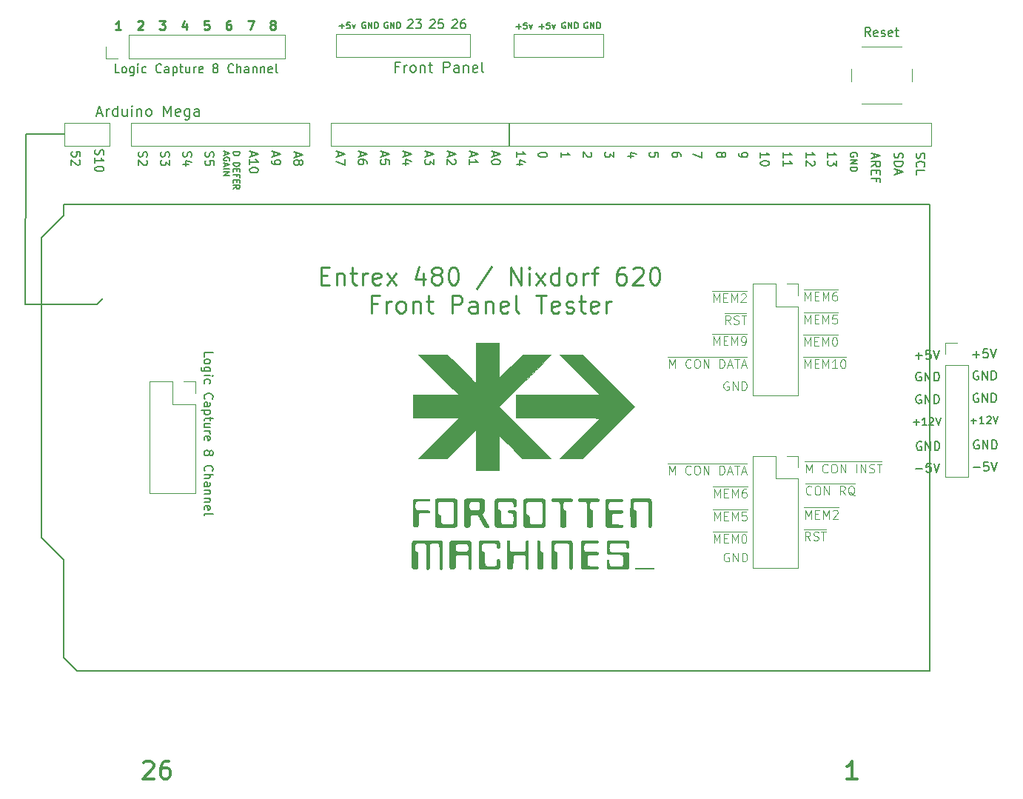
<source format=gbr>
G04 #@! TF.GenerationSoftware,KiCad,Pcbnew,7.0.9*
G04 #@! TF.CreationDate,2024-04-03T05:00:35-05:00*
G04 #@! TF.ProjectId,Tester - Entrex Front Panel,54657374-6572-4202-9d20-456e74726578,rev?*
G04 #@! TF.SameCoordinates,Original*
G04 #@! TF.FileFunction,Legend,Top*
G04 #@! TF.FilePolarity,Positive*
%FSLAX46Y46*%
G04 Gerber Fmt 4.6, Leading zero omitted, Abs format (unit mm)*
G04 Created by KiCad (PCBNEW 7.0.9) date 2024-04-03 05:00:35*
%MOMM*%
%LPD*%
G01*
G04 APERTURE LIST*
%ADD10C,0.200000*%
%ADD11C,0.000000*%
%ADD12C,0.150000*%
%ADD13C,0.250000*%
%ADD14C,0.125000*%
%ADD15C,0.300000*%
%ADD16C,0.120000*%
%ADD17C,0.010000*%
G04 APERTURE END LIST*
D10*
X51400000Y-55246000D02*
X46990000Y-55245000D01*
D11*
G36*
X98353291Y-96903301D02*
G01*
X98959745Y-96906090D01*
X99244441Y-96910459D01*
X99249356Y-96911796D01*
X99254365Y-96913328D01*
X99259479Y-96915062D01*
X99264708Y-96917002D01*
X99270061Y-96919152D01*
X99275550Y-96921519D01*
X99281184Y-96924107D01*
X99286973Y-96926921D01*
X99292928Y-96929966D01*
X99299058Y-96933247D01*
X99305373Y-96936770D01*
X99311885Y-96940538D01*
X99325535Y-96948835D01*
X99340089Y-96958177D01*
X99350098Y-96965001D01*
X99359584Y-96971985D01*
X99368564Y-96979149D01*
X99377053Y-96986512D01*
X99385066Y-96994095D01*
X99392618Y-97001919D01*
X99399726Y-97010003D01*
X99406404Y-97018368D01*
X99412667Y-97027035D01*
X99418532Y-97036023D01*
X99424014Y-97045352D01*
X99429128Y-97055044D01*
X99433889Y-97065118D01*
X99438313Y-97075595D01*
X99442416Y-97086495D01*
X99446212Y-97097838D01*
X99447572Y-97102567D01*
X99448190Y-97105200D01*
X99448769Y-97108155D01*
X99449309Y-97111539D01*
X99449813Y-97115457D01*
X99450280Y-97120016D01*
X99450714Y-97125323D01*
X99451484Y-97138606D01*
X99452132Y-97156158D01*
X99452669Y-97178832D01*
X99453106Y-97207480D01*
X99453452Y-97242954D01*
X99453718Y-97286107D01*
X99454052Y-97398858D01*
X99454192Y-97552551D01*
X99454220Y-97754005D01*
X99454220Y-98384772D01*
X99442684Y-98420041D01*
X99440095Y-98427616D01*
X99437224Y-98435377D01*
X99434093Y-98443287D01*
X99430718Y-98451311D01*
X99423319Y-98467550D01*
X99415181Y-98483801D01*
X99406456Y-98499771D01*
X99397300Y-98515167D01*
X99392607Y-98522557D01*
X99387864Y-98529694D01*
X99383090Y-98536540D01*
X99378304Y-98543060D01*
X99352873Y-98576926D01*
X99350469Y-98579932D01*
X99346770Y-98584258D01*
X99341962Y-98589701D01*
X99336230Y-98596056D01*
X99329757Y-98603121D01*
X99322730Y-98610693D01*
X99315334Y-98618566D01*
X99307752Y-98626539D01*
X99299333Y-98635431D01*
X99291768Y-98643642D01*
X99285014Y-98651253D01*
X99279029Y-98658343D01*
X99273769Y-98664992D01*
X99269194Y-98671281D01*
X99265259Y-98677289D01*
X99261924Y-98683096D01*
X99259144Y-98688782D01*
X99256878Y-98694427D01*
X99255083Y-98700110D01*
X99253716Y-98705912D01*
X99252736Y-98711913D01*
X99252099Y-98718192D01*
X99251763Y-98724829D01*
X99251685Y-98731904D01*
X99251766Y-98738383D01*
X99251987Y-98744353D01*
X99252429Y-98750002D01*
X99252758Y-98752766D01*
X99253173Y-98755521D01*
X99253683Y-98758291D01*
X99254298Y-98761098D01*
X99255030Y-98763968D01*
X99255887Y-98766923D01*
X99256881Y-98769987D01*
X99258020Y-98773183D01*
X99259316Y-98776536D01*
X99260777Y-98780069D01*
X99264240Y-98787770D01*
X99268488Y-98796474D01*
X99273603Y-98806371D01*
X99279665Y-98817650D01*
X99286755Y-98830500D01*
X99294954Y-98845109D01*
X99315000Y-98880364D01*
X99367436Y-98972222D01*
X99379513Y-98992893D01*
X99399627Y-99026962D01*
X99418925Y-99059860D01*
X99427566Y-99074956D01*
X99436321Y-99090567D01*
X99456530Y-99127571D01*
X99484266Y-99179359D01*
X99497097Y-99203144D01*
X99509172Y-99225041D01*
X99519133Y-99242617D01*
X99522898Y-99249025D01*
X99525625Y-99253442D01*
X99528561Y-99258144D01*
X99532923Y-99265370D01*
X99545082Y-99285949D01*
X99560409Y-99312291D01*
X99577212Y-99341504D01*
X99625732Y-99426171D01*
X99647760Y-99464270D01*
X99693194Y-99542588D01*
X99896934Y-99894940D01*
X99916515Y-99928981D01*
X99942321Y-99973570D01*
X99948545Y-99984483D01*
X99954176Y-99994784D01*
X99959239Y-100004568D01*
X99963761Y-100013929D01*
X99967769Y-100022963D01*
X99971289Y-100031764D01*
X99974348Y-100040427D01*
X99976972Y-100049048D01*
X99979189Y-100057719D01*
X99981023Y-100066537D01*
X99982503Y-100075596D01*
X99983654Y-100084992D01*
X99984503Y-100094818D01*
X99985076Y-100105169D01*
X99985401Y-100116141D01*
X99985504Y-100127829D01*
X99985393Y-100136570D01*
X99985053Y-100144734D01*
X99984467Y-100152355D01*
X99983623Y-100159469D01*
X99982505Y-100166108D01*
X99981100Y-100172308D01*
X99979392Y-100178104D01*
X99977368Y-100183529D01*
X99975013Y-100188619D01*
X99972312Y-100193407D01*
X99969253Y-100197929D01*
X99965819Y-100202219D01*
X99961996Y-100206311D01*
X99957771Y-100210240D01*
X99953129Y-100214041D01*
X99948055Y-100217747D01*
X99929657Y-100230504D01*
X99756921Y-100230004D01*
X99650451Y-100229212D01*
X99613415Y-100228252D01*
X99584058Y-100226687D01*
X99560039Y-100224347D01*
X99539020Y-100221061D01*
X99518659Y-100216657D01*
X99496616Y-100210965D01*
X99486919Y-100208264D01*
X99478185Y-100205614D01*
X99470301Y-100202908D01*
X99463157Y-100200043D01*
X99459827Y-100198517D01*
X99456640Y-100196912D01*
X99453581Y-100195214D01*
X99450638Y-100193410D01*
X99447795Y-100191488D01*
X99445039Y-100189433D01*
X99442356Y-100187233D01*
X99439732Y-100184875D01*
X99437153Y-100182346D01*
X99434604Y-100179631D01*
X99432073Y-100176720D01*
X99429544Y-100173597D01*
X99424439Y-100166666D01*
X99419179Y-100158734D01*
X99413649Y-100149696D01*
X99407740Y-100139446D01*
X99401339Y-100127879D01*
X99394334Y-100114891D01*
X99387066Y-100101485D01*
X99379628Y-100088106D01*
X99372228Y-100075107D01*
X99365078Y-100062845D01*
X99358388Y-100051675D01*
X99352366Y-100041953D01*
X99347222Y-100034033D01*
X99343168Y-100028270D01*
X99336507Y-100019190D01*
X99333307Y-100014607D01*
X99330120Y-100009865D01*
X99326890Y-100004868D01*
X99323562Y-99999519D01*
X99320080Y-99993721D01*
X99316389Y-99987378D01*
X99308155Y-99972667D01*
X99298416Y-99954610D01*
X99286728Y-99932433D01*
X99272645Y-99905360D01*
X99248645Y-99859371D01*
X99230381Y-99824927D01*
X99210701Y-99787753D01*
X99183294Y-99735203D01*
X99159159Y-99689112D01*
X99151122Y-99674124D01*
X99147344Y-99667469D01*
X99146060Y-99665322D01*
X99143562Y-99660814D01*
X99135515Y-99645826D01*
X99124384Y-99624726D01*
X99111350Y-99599736D01*
X99076617Y-99533749D01*
X99039382Y-99464270D01*
X99020631Y-99429312D01*
X98998418Y-99387329D01*
X98975519Y-99343600D01*
X98954714Y-99303403D01*
X98917830Y-99231913D01*
X98893260Y-99184870D01*
X98848356Y-99099618D01*
X98813523Y-99032469D01*
X98807716Y-99021345D01*
X98799848Y-99007048D01*
X98790496Y-98990561D01*
X98780236Y-98972868D01*
X98759293Y-98937798D01*
X98749763Y-98922386D01*
X98741628Y-98909703D01*
X98734312Y-98898842D01*
X98727213Y-98888811D01*
X98720275Y-98879564D01*
X98713443Y-98871056D01*
X98706664Y-98863242D01*
X98699880Y-98856079D01*
X98693039Y-98849521D01*
X98686084Y-98843522D01*
X98678961Y-98838039D01*
X98671615Y-98833027D01*
X98663991Y-98828441D01*
X98656034Y-98824235D01*
X98647690Y-98820366D01*
X98638902Y-98816788D01*
X98629616Y-98813456D01*
X98619778Y-98810327D01*
X98614613Y-98808806D01*
X98609753Y-98807471D01*
X98605000Y-98806314D01*
X98600158Y-98805326D01*
X98595028Y-98804500D01*
X98589413Y-98803826D01*
X98583116Y-98803295D01*
X98575939Y-98802900D01*
X98567685Y-98802632D01*
X98558155Y-98802483D01*
X98547153Y-98802444D01*
X98534481Y-98802506D01*
X98503338Y-98802901D01*
X98463144Y-98803600D01*
X98246942Y-98808050D01*
X98175911Y-98810293D01*
X98123524Y-98812952D01*
X98085225Y-98816330D01*
X98056462Y-98820730D01*
X98032681Y-98826456D01*
X98009329Y-98833810D01*
X98004330Y-98835625D01*
X97999101Y-98837787D01*
X97993686Y-98840265D01*
X97988130Y-98843030D01*
X97982479Y-98846052D01*
X97976776Y-98849303D01*
X97971068Y-98852751D01*
X97965399Y-98856369D01*
X97959815Y-98860126D01*
X97954360Y-98863993D01*
X97949080Y-98867940D01*
X97944019Y-98871938D01*
X97939223Y-98875958D01*
X97934737Y-98879969D01*
X97930605Y-98883942D01*
X97926873Y-98887847D01*
X97921415Y-98894011D01*
X97916348Y-98900111D01*
X97911637Y-98906229D01*
X97907245Y-98912444D01*
X97903138Y-98918837D01*
X97899278Y-98925490D01*
X97895632Y-98932483D01*
X97892161Y-98939895D01*
X97888832Y-98947809D01*
X97885608Y-98956304D01*
X97882453Y-98965462D01*
X97879332Y-98975362D01*
X97876209Y-98986085D01*
X97873048Y-98997713D01*
X97869813Y-99010326D01*
X97866468Y-99024003D01*
X97864725Y-99033197D01*
X97863106Y-99045764D01*
X97860233Y-99081422D01*
X97857831Y-99131788D01*
X97855881Y-99197672D01*
X97854364Y-99279883D01*
X97853260Y-99379231D01*
X97852552Y-99496527D01*
X97852219Y-99632579D01*
X97851919Y-99936356D01*
X97841841Y-99979712D01*
X97837691Y-99997883D01*
X97833839Y-100015307D01*
X97830717Y-100030007D01*
X97828753Y-100040003D01*
X97828344Y-100041933D01*
X97827746Y-100044211D01*
X97826970Y-100046809D01*
X97826028Y-100049698D01*
X97823693Y-100056231D01*
X97820834Y-100063578D01*
X97817544Y-100071509D01*
X97813917Y-100079791D01*
X97810045Y-100088192D01*
X97806022Y-100096482D01*
X97797980Y-100111636D01*
X97789471Y-100125734D01*
X97785025Y-100132397D01*
X97780443Y-100138808D01*
X97775716Y-100144972D01*
X97770840Y-100150892D01*
X97765808Y-100156573D01*
X97760612Y-100162019D01*
X97755246Y-100167234D01*
X97749704Y-100172222D01*
X97743979Y-100176988D01*
X97738064Y-100181535D01*
X97731952Y-100185868D01*
X97725638Y-100189991D01*
X97719113Y-100193908D01*
X97712373Y-100197623D01*
X97705409Y-100201140D01*
X97698216Y-100204464D01*
X97690786Y-100207599D01*
X97683114Y-100210548D01*
X97675192Y-100213317D01*
X97667014Y-100215908D01*
X97649862Y-100220578D01*
X97631606Y-100224589D01*
X97612193Y-100227977D01*
X97591569Y-100230773D01*
X97567497Y-100233137D01*
X97541558Y-100234807D01*
X97514382Y-100235784D01*
X97486600Y-100236070D01*
X97458842Y-100235666D01*
X97431739Y-100234572D01*
X97405921Y-100232791D01*
X97382019Y-100230323D01*
X97382019Y-100230325D01*
X97382019Y-100230327D01*
X97382018Y-100230329D01*
X97382018Y-100230331D01*
X97382018Y-100230334D01*
X97382018Y-100230338D01*
X97351303Y-100225683D01*
X97322640Y-100219528D01*
X97309064Y-100215872D01*
X97295984Y-100211823D01*
X97283394Y-100207376D01*
X97271288Y-100202523D01*
X97259661Y-100197259D01*
X97248507Y-100191578D01*
X97237821Y-100185475D01*
X97227596Y-100178943D01*
X97217827Y-100171976D01*
X97208508Y-100164568D01*
X97199633Y-100156714D01*
X97191198Y-100148407D01*
X97183195Y-100139642D01*
X97175619Y-100130412D01*
X97168465Y-100120712D01*
X97161727Y-100110535D01*
X97155398Y-100099876D01*
X97149475Y-100088729D01*
X97143949Y-100077088D01*
X97138817Y-100064947D01*
X97134072Y-100052300D01*
X97129708Y-100039140D01*
X97122102Y-100011262D01*
X97115953Y-99981264D01*
X97111216Y-99949099D01*
X97106713Y-98610104D01*
X97109388Y-97773108D01*
X97733549Y-97773108D01*
X97733826Y-97798142D01*
X97734636Y-97824743D01*
X97737860Y-97891589D01*
X97739286Y-97916555D01*
X97740723Y-97937678D01*
X97742273Y-97955770D01*
X97744040Y-97971641D01*
X97746127Y-97986106D01*
X97748637Y-97999974D01*
X97751673Y-98014059D01*
X97755339Y-98029172D01*
X97760401Y-98048530D01*
X97765131Y-98064899D01*
X97767458Y-98072160D01*
X97769807Y-98078913D01*
X97772212Y-98085235D01*
X97774708Y-98091206D01*
X97777329Y-98096905D01*
X97780110Y-98102412D01*
X97783087Y-98107806D01*
X97786293Y-98113165D01*
X97789764Y-98118570D01*
X97793534Y-98124099D01*
X97802110Y-98135848D01*
X97808111Y-98143491D01*
X97814193Y-98150591D01*
X97820428Y-98157189D01*
X97826892Y-98163323D01*
X97830233Y-98166229D01*
X97833659Y-98169035D01*
X97837178Y-98171745D01*
X97840802Y-98174364D01*
X97844538Y-98176897D01*
X97848396Y-98179350D01*
X97852385Y-98181728D01*
X97856515Y-98184034D01*
X97865234Y-98188456D01*
X97874625Y-98192656D01*
X97884765Y-98196673D01*
X97895726Y-98200549D01*
X97907582Y-98204322D01*
X97920409Y-98208034D01*
X97934280Y-98211724D01*
X97949269Y-98215433D01*
X97956412Y-98217120D01*
X97963205Y-98218598D01*
X97970186Y-98219882D01*
X97977889Y-98220987D01*
X97986851Y-98221927D01*
X97997608Y-98222717D01*
X98010695Y-98223370D01*
X98026649Y-98223903D01*
X98046006Y-98224328D01*
X98069302Y-98224662D01*
X98097072Y-98224918D01*
X98129853Y-98225111D01*
X98212591Y-98225365D01*
X98321803Y-98225542D01*
X98493377Y-98225546D01*
X98599074Y-98224759D01*
X98657153Y-98222886D01*
X98674041Y-98221448D01*
X98685870Y-98219627D01*
X98685885Y-98219627D01*
X98719884Y-98212507D01*
X98747911Y-98205897D01*
X98759994Y-98202657D01*
X98770954Y-98199393D01*
X98780914Y-98196056D01*
X98789999Y-98192594D01*
X98798331Y-98188958D01*
X98806034Y-98185097D01*
X98813231Y-98180961D01*
X98820046Y-98176500D01*
X98826602Y-98171663D01*
X98833023Y-98166400D01*
X98839431Y-98160661D01*
X98845951Y-98154396D01*
X98854071Y-98145958D01*
X98861619Y-98137240D01*
X98868626Y-98128152D01*
X98875126Y-98118606D01*
X98881149Y-98108513D01*
X98886728Y-98097784D01*
X98891896Y-98086331D01*
X98896685Y-98074066D01*
X98901126Y-98060899D01*
X98905252Y-98046742D01*
X98909096Y-98031506D01*
X98912688Y-98015102D01*
X98916063Y-97997442D01*
X98919250Y-97978438D01*
X98922284Y-97958000D01*
X98925195Y-97936039D01*
X98929086Y-97891423D01*
X98931280Y-97836305D01*
X98931883Y-97774902D01*
X98931003Y-97711429D01*
X98928744Y-97650104D01*
X98925212Y-97595142D01*
X98920515Y-97550759D01*
X98917762Y-97533853D01*
X98914758Y-97521173D01*
X98913936Y-97518221D01*
X98913066Y-97514692D01*
X98912172Y-97510719D01*
X98911282Y-97506435D01*
X98910422Y-97501972D01*
X98909619Y-97497463D01*
X98908899Y-97493040D01*
X98908289Y-97488836D01*
X98907488Y-97484011D01*
X98906321Y-97478575D01*
X98904822Y-97472618D01*
X98903024Y-97466230D01*
X98898671Y-97452529D01*
X98893536Y-97438197D01*
X98887893Y-97423960D01*
X98882016Y-97410545D01*
X98879075Y-97404373D01*
X98876179Y-97398679D01*
X98873361Y-97393553D01*
X98870656Y-97389086D01*
X98866240Y-97382590D01*
X98861409Y-97376195D01*
X98856187Y-97369921D01*
X98850597Y-97363783D01*
X98844664Y-97357802D01*
X98838411Y-97351994D01*
X98831862Y-97346378D01*
X98825039Y-97340972D01*
X98817967Y-97335793D01*
X98810669Y-97330860D01*
X98803170Y-97326191D01*
X98795492Y-97321803D01*
X98787658Y-97317715D01*
X98779694Y-97313944D01*
X98771622Y-97310509D01*
X98763466Y-97307428D01*
X98752048Y-97303616D01*
X98740261Y-97300224D01*
X98727662Y-97297231D01*
X98713807Y-97294616D01*
X98698252Y-97292359D01*
X98680552Y-97290438D01*
X98660265Y-97288833D01*
X98636945Y-97287523D01*
X98610149Y-97286488D01*
X98579433Y-97285706D01*
X98544353Y-97285156D01*
X98504465Y-97284819D01*
X98408489Y-97284697D01*
X98287952Y-97285174D01*
X98092721Y-97286963D01*
X98026959Y-97288582D01*
X97977666Y-97291015D01*
X97941265Y-97294508D01*
X97914180Y-97299309D01*
X97892837Y-97305665D01*
X97873658Y-97313823D01*
X97869612Y-97315789D01*
X97865684Y-97317796D01*
X97861866Y-97319852D01*
X97858148Y-97321961D01*
X97854522Y-97324132D01*
X97850979Y-97326369D01*
X97847510Y-97328680D01*
X97844107Y-97331070D01*
X97840760Y-97333546D01*
X97837461Y-97336115D01*
X97834201Y-97338783D01*
X97830971Y-97341555D01*
X97827763Y-97344439D01*
X97824568Y-97347441D01*
X97821376Y-97350566D01*
X97818179Y-97353823D01*
X97808755Y-97364241D01*
X97800041Y-97375238D01*
X97792012Y-97386911D01*
X97784640Y-97399356D01*
X97777899Y-97412669D01*
X97771763Y-97426947D01*
X97766204Y-97442285D01*
X97761196Y-97458780D01*
X97756712Y-97476528D01*
X97752725Y-97495625D01*
X97749210Y-97516168D01*
X97746138Y-97538254D01*
X97743484Y-97561977D01*
X97741221Y-97587435D01*
X97739322Y-97614723D01*
X97737760Y-97643939D01*
X97734593Y-97718801D01*
X97733805Y-97747406D01*
X97733549Y-97773108D01*
X97109388Y-97773108D01*
X97111066Y-97247910D01*
X97113781Y-97216189D01*
X97117036Y-97187230D01*
X97120891Y-97160742D01*
X97125406Y-97136435D01*
X97130643Y-97114019D01*
X97133550Y-97103429D01*
X97136661Y-97093204D01*
X97139982Y-97083306D01*
X97143522Y-97073699D01*
X97147287Y-97064348D01*
X97151285Y-97055215D01*
X97155464Y-97046397D01*
X97159819Y-97037909D01*
X97164363Y-97029746D01*
X97169106Y-97021900D01*
X97174061Y-97014365D01*
X97179240Y-97007136D01*
X97184653Y-97000205D01*
X97190314Y-96993567D01*
X97196233Y-96987216D01*
X97202422Y-96981144D01*
X97208893Y-96975347D01*
X97215657Y-96969816D01*
X97222728Y-96964548D01*
X97230115Y-96959534D01*
X97237831Y-96954768D01*
X97245888Y-96950246D01*
X97254297Y-96945959D01*
X97263070Y-96941902D01*
X97272219Y-96938069D01*
X97281756Y-96934454D01*
X97291691Y-96931049D01*
X97302038Y-96927849D01*
X97312807Y-96924848D01*
X97324011Y-96922038D01*
X97335661Y-96919415D01*
X97347769Y-96916972D01*
X97373405Y-96912599D01*
X97401013Y-96908870D01*
X97430687Y-96905734D01*
X97738973Y-96902909D01*
X98353291Y-96903301D01*
G37*
G36*
X112456915Y-96917289D02*
G01*
X112470285Y-96921152D01*
X112482697Y-96925084D01*
X112494200Y-96929119D01*
X112504841Y-96933291D01*
X112514671Y-96937636D01*
X112523736Y-96942186D01*
X112532085Y-96946977D01*
X112539768Y-96952042D01*
X112546832Y-96957417D01*
X112553327Y-96963135D01*
X112559299Y-96969231D01*
X112564799Y-96975739D01*
X112569874Y-96982693D01*
X112574573Y-96990128D01*
X112578945Y-96998079D01*
X112583038Y-97006578D01*
X112584587Y-97010105D01*
X112585997Y-97013535D01*
X112587275Y-97016914D01*
X112588430Y-97020287D01*
X112589469Y-97023701D01*
X112590402Y-97027200D01*
X112591236Y-97030832D01*
X112591979Y-97034641D01*
X112592639Y-97038673D01*
X112593225Y-97042974D01*
X112593745Y-97047591D01*
X112594208Y-97052567D01*
X112594620Y-97057950D01*
X112594991Y-97063785D01*
X112595641Y-97076994D01*
X112596028Y-97093250D01*
X112595775Y-97108699D01*
X112594881Y-97123351D01*
X112593341Y-97137213D01*
X112591152Y-97150294D01*
X112588309Y-97162604D01*
X112584809Y-97174150D01*
X112580649Y-97184940D01*
X112575824Y-97194985D01*
X112570332Y-97204292D01*
X112564167Y-97212869D01*
X112557327Y-97220726D01*
X112549808Y-97227871D01*
X112541607Y-97234312D01*
X112532718Y-97240058D01*
X112523139Y-97245118D01*
X112513965Y-97249422D01*
X112506030Y-97252979D01*
X112498881Y-97255947D01*
X112495460Y-97257261D01*
X112492064Y-97258486D01*
X112488638Y-97259645D01*
X112485125Y-97260755D01*
X112477609Y-97262912D01*
X112469062Y-97265115D01*
X112459031Y-97267524D01*
X112448527Y-97269894D01*
X112438056Y-97272013D01*
X112427216Y-97273900D01*
X112415605Y-97275575D01*
X112402819Y-97277057D01*
X112388456Y-97278365D01*
X112372115Y-97279519D01*
X112353392Y-97280537D01*
X112331884Y-97281438D01*
X112307190Y-97282243D01*
X112246632Y-97283638D01*
X112168496Y-97284875D01*
X112069564Y-97286109D01*
X111889732Y-97288719D01*
X111827514Y-97290244D01*
X111780275Y-97292094D01*
X111745397Y-97294401D01*
X111720266Y-97297296D01*
X111702265Y-97300912D01*
X111688778Y-97305383D01*
X111666950Y-97314624D01*
X111657237Y-97319022D01*
X111648250Y-97323323D01*
X111639933Y-97327563D01*
X111632230Y-97331781D01*
X111625086Y-97336014D01*
X111618444Y-97340300D01*
X111612250Y-97344676D01*
X111606446Y-97349181D01*
X111600978Y-97353851D01*
X111595788Y-97358725D01*
X111590823Y-97363841D01*
X111586025Y-97369235D01*
X111581339Y-97374946D01*
X111576708Y-97381011D01*
X111573253Y-97385766D01*
X111570067Y-97390334D01*
X111567123Y-97394773D01*
X111564395Y-97399144D01*
X111561857Y-97403508D01*
X111559484Y-97407924D01*
X111557250Y-97412453D01*
X111555127Y-97417156D01*
X111553091Y-97422092D01*
X111551115Y-97427321D01*
X111549174Y-97432904D01*
X111547241Y-97438902D01*
X111545290Y-97445374D01*
X111543295Y-97452380D01*
X111539071Y-97468238D01*
X111532932Y-97492870D01*
X111530424Y-97504057D01*
X111528258Y-97515031D01*
X111526407Y-97526195D01*
X111524846Y-97537955D01*
X111523549Y-97550715D01*
X111522491Y-97564879D01*
X111521647Y-97580852D01*
X111520990Y-97599038D01*
X111520495Y-97619841D01*
X111520137Y-97643666D01*
X111519729Y-97701999D01*
X111519561Y-97777272D01*
X111519565Y-97901869D01*
X111519891Y-97942024D01*
X111520568Y-97971128D01*
X111521697Y-97991962D01*
X111523381Y-98007312D01*
X111525721Y-98019959D01*
X111528817Y-98032688D01*
X111531347Y-98042243D01*
X111533928Y-98051282D01*
X111536580Y-98059843D01*
X111539321Y-98067962D01*
X111542171Y-98075675D01*
X111545148Y-98083020D01*
X111548272Y-98090034D01*
X111551561Y-98096753D01*
X111555033Y-98103214D01*
X111558709Y-98109454D01*
X111562606Y-98115510D01*
X111566745Y-98121419D01*
X111571143Y-98127217D01*
X111575819Y-98132942D01*
X111580793Y-98138630D01*
X111586083Y-98144318D01*
X111591582Y-98149896D01*
X111597230Y-98155280D01*
X111603063Y-98160494D01*
X111609120Y-98165561D01*
X111615436Y-98170504D01*
X111622051Y-98175347D01*
X111629001Y-98180113D01*
X111636323Y-98184825D01*
X111644055Y-98189507D01*
X111652235Y-98194181D01*
X111660899Y-98198872D01*
X111670084Y-98203602D01*
X111679829Y-98208395D01*
X111690171Y-98213274D01*
X111701147Y-98218263D01*
X111712794Y-98223384D01*
X111735761Y-98233604D01*
X111756428Y-98243443D01*
X111774923Y-98253071D01*
X111791378Y-98262656D01*
X111805924Y-98272365D01*
X111812521Y-98277320D01*
X111818689Y-98282368D01*
X111824446Y-98287532D01*
X111829806Y-98292833D01*
X111834786Y-98298291D01*
X111839403Y-98303928D01*
X111843673Y-98309764D01*
X111847612Y-98315820D01*
X111851237Y-98322119D01*
X111854563Y-98328680D01*
X111857608Y-98335524D01*
X111860386Y-98342674D01*
X111862916Y-98350149D01*
X111865212Y-98357971D01*
X111869170Y-98374739D01*
X111872392Y-98393147D01*
X111875007Y-98413363D01*
X111877146Y-98435555D01*
X111880168Y-98692130D01*
X111881081Y-99197651D01*
X111879939Y-99702565D01*
X111876797Y-99957321D01*
X111875525Y-99970012D01*
X111873982Y-99982370D01*
X111872163Y-99994410D01*
X111870064Y-100006147D01*
X111867680Y-100017596D01*
X111865005Y-100028773D01*
X111862035Y-100039693D01*
X111858764Y-100050370D01*
X111855189Y-100060821D01*
X111851304Y-100071059D01*
X111847103Y-100081101D01*
X111842583Y-100090961D01*
X111837738Y-100100655D01*
X111832564Y-100110197D01*
X111827055Y-100119603D01*
X111821206Y-100128888D01*
X111818096Y-100133428D01*
X111814719Y-100137925D01*
X111811085Y-100142374D01*
X111807202Y-100146771D01*
X111798728Y-100155386D01*
X111789365Y-100163734D01*
X111779185Y-100171777D01*
X111768259Y-100179476D01*
X111756657Y-100186794D01*
X111744451Y-100193693D01*
X111731711Y-100200136D01*
X111718507Y-100206083D01*
X111704911Y-100211499D01*
X111690993Y-100216344D01*
X111676824Y-100220580D01*
X111662475Y-100224171D01*
X111648016Y-100227078D01*
X111633518Y-100229264D01*
X111613100Y-100231061D01*
X111584658Y-100232572D01*
X111551267Y-100233747D01*
X111515999Y-100234536D01*
X111481927Y-100234887D01*
X111452124Y-100234751D01*
X111429664Y-100234077D01*
X111422147Y-100233522D01*
X111417619Y-100232814D01*
X111417634Y-100232811D01*
X111416225Y-100232459D01*
X111414629Y-100232111D01*
X111410948Y-100231437D01*
X111406735Y-100230807D01*
X111402133Y-100230236D01*
X111397286Y-100229740D01*
X111392335Y-100229337D01*
X111387426Y-100229042D01*
X111382700Y-100228871D01*
X111377284Y-100228532D01*
X111371165Y-100227762D01*
X111364438Y-100226592D01*
X111357195Y-100225053D01*
X111349529Y-100223176D01*
X111341531Y-100220992D01*
X111333296Y-100218532D01*
X111324914Y-100215827D01*
X111316480Y-100212908D01*
X111308086Y-100209806D01*
X111299824Y-100206552D01*
X111291787Y-100203177D01*
X111284067Y-100199711D01*
X111276758Y-100196187D01*
X111269951Y-100192634D01*
X111263740Y-100189084D01*
X111257687Y-100185330D01*
X111251818Y-100181455D01*
X111246129Y-100177455D01*
X111240617Y-100173323D01*
X111235278Y-100169053D01*
X111230109Y-100164638D01*
X111225106Y-100160072D01*
X111220266Y-100155349D01*
X111215585Y-100150463D01*
X111211059Y-100145407D01*
X111206684Y-100140175D01*
X111202459Y-100134761D01*
X111198378Y-100129159D01*
X111194438Y-100123362D01*
X111190635Y-100117364D01*
X111186967Y-100111159D01*
X111183429Y-100104741D01*
X111180017Y-100098103D01*
X111176730Y-100091239D01*
X111173561Y-100084143D01*
X111167570Y-100069229D01*
X111162014Y-100053312D01*
X111156866Y-100036340D01*
X111152097Y-100018266D01*
X111147679Y-99999037D01*
X111143582Y-99978604D01*
X111142518Y-99953984D01*
X111141496Y-99891822D01*
X111139580Y-99655730D01*
X111136294Y-98742472D01*
X111132976Y-97813719D01*
X111128785Y-97512689D01*
X111126433Y-97503442D01*
X111123418Y-97490781D01*
X111120127Y-97476375D01*
X111116950Y-97461888D01*
X111114754Y-97452376D01*
X111112299Y-97443158D01*
X111109583Y-97434235D01*
X111106603Y-97425604D01*
X111103357Y-97417261D01*
X111099842Y-97409207D01*
X111096055Y-97401438D01*
X111091994Y-97393952D01*
X111087656Y-97386747D01*
X111083038Y-97379822D01*
X111078139Y-97373173D01*
X111072954Y-97366799D01*
X111067482Y-97360699D01*
X111061720Y-97354869D01*
X111055665Y-97349307D01*
X111049315Y-97344012D01*
X111042667Y-97338982D01*
X111035719Y-97334214D01*
X111028467Y-97329707D01*
X111020909Y-97325457D01*
X111013043Y-97321464D01*
X111004866Y-97317725D01*
X110996375Y-97314237D01*
X110987567Y-97311000D01*
X110978441Y-97308010D01*
X110968992Y-97305266D01*
X110959220Y-97302765D01*
X110949120Y-97300506D01*
X110927930Y-97296704D01*
X110905401Y-97293843D01*
X110891497Y-97292903D01*
X110868087Y-97291906D01*
X110797782Y-97289867D01*
X110704558Y-97287966D01*
X110598484Y-97286447D01*
X110484755Y-97284838D01*
X110396109Y-97282930D01*
X110335447Y-97280800D01*
X110316515Y-97279677D01*
X110305666Y-97278529D01*
X110295235Y-97276600D01*
X110285199Y-97274493D01*
X110275543Y-97272204D01*
X110266255Y-97269727D01*
X110257321Y-97267054D01*
X110248728Y-97264181D01*
X110240461Y-97261102D01*
X110232507Y-97257810D01*
X110224854Y-97254300D01*
X110217486Y-97250566D01*
X110210391Y-97246602D01*
X110203555Y-97242401D01*
X110196964Y-97237959D01*
X110190605Y-97233269D01*
X110184465Y-97228325D01*
X110178529Y-97223121D01*
X110173381Y-97218291D01*
X110168638Y-97213562D01*
X110164274Y-97208886D01*
X110160264Y-97204213D01*
X110156581Y-97199491D01*
X110153200Y-97194672D01*
X110150095Y-97189706D01*
X110147239Y-97184542D01*
X110144608Y-97179132D01*
X110142174Y-97173424D01*
X110139912Y-97167368D01*
X110137797Y-97160916D01*
X110135802Y-97154017D01*
X110133901Y-97146621D01*
X110132069Y-97138679D01*
X110130279Y-97130139D01*
X110128278Y-97119721D01*
X110126803Y-97110786D01*
X110126259Y-97106742D01*
X110125842Y-97102910D01*
X110125549Y-97099236D01*
X110125380Y-97095667D01*
X110125333Y-97092150D01*
X110125406Y-97088632D01*
X110125598Y-97085060D01*
X110125906Y-97081380D01*
X110126330Y-97077539D01*
X110126868Y-97073485D01*
X110128278Y-97064523D01*
X110131060Y-97050359D01*
X110134491Y-97037044D01*
X110138609Y-97024538D01*
X110140939Y-97018575D01*
X110143455Y-97012800D01*
X110146162Y-97007207D01*
X110149066Y-97001792D01*
X110152172Y-96996549D01*
X110155483Y-96991473D01*
X110159005Y-96986559D01*
X110162744Y-96981803D01*
X110166703Y-96977199D01*
X110170888Y-96972743D01*
X110175303Y-96968429D01*
X110179954Y-96964253D01*
X110184845Y-96960209D01*
X110189981Y-96956292D01*
X110195367Y-96952498D01*
X110201008Y-96948822D01*
X110213075Y-96941802D01*
X110226220Y-96935193D01*
X110240482Y-96928955D01*
X110255901Y-96923047D01*
X110272515Y-96917431D01*
X110304266Y-96907322D01*
X112420931Y-96907322D01*
X112456915Y-96917289D01*
G37*
G36*
X106168287Y-96907366D02*
G01*
X106206387Y-96917026D01*
X106224656Y-96921804D01*
X106241598Y-96926553D01*
X106257287Y-96931310D01*
X106271793Y-96936117D01*
X106285189Y-96941012D01*
X106297548Y-96946035D01*
X106308941Y-96951226D01*
X106319442Y-96956624D01*
X106329121Y-96962268D01*
X106338052Y-96968199D01*
X106346307Y-96974456D01*
X106353957Y-96981078D01*
X106361076Y-96988104D01*
X106367735Y-96995575D01*
X106374008Y-97003530D01*
X106379965Y-97012008D01*
X106385157Y-97020161D01*
X106390098Y-97028640D01*
X106394796Y-97037467D01*
X106399256Y-97046663D01*
X106403484Y-97056249D01*
X106407489Y-97066244D01*
X106411275Y-97076669D01*
X106414849Y-97087546D01*
X106418218Y-97098895D01*
X106421388Y-97110737D01*
X106424366Y-97123092D01*
X106427158Y-97135982D01*
X106429771Y-97149426D01*
X106432211Y-97163445D01*
X106434484Y-97178061D01*
X106436598Y-97193294D01*
X106441617Y-98559694D01*
X106436797Y-99927587D01*
X106433913Y-99949148D01*
X106430835Y-99969462D01*
X106427543Y-99988583D01*
X106424019Y-100006560D01*
X106420246Y-100023445D01*
X106416204Y-100039291D01*
X106411876Y-100054147D01*
X106407244Y-100068066D01*
X106402289Y-100081100D01*
X106396992Y-100093299D01*
X106391336Y-100104715D01*
X106385302Y-100115399D01*
X106378872Y-100125404D01*
X106372027Y-100134779D01*
X106364750Y-100143577D01*
X106357021Y-100151850D01*
X106348940Y-100159504D01*
X106340208Y-100166832D01*
X106330853Y-100173825D01*
X106320899Y-100180472D01*
X106310372Y-100186762D01*
X106299297Y-100192685D01*
X106287701Y-100198231D01*
X106275609Y-100203390D01*
X106263045Y-100208152D01*
X106250037Y-100212505D01*
X106236609Y-100216440D01*
X106222787Y-100219947D01*
X106208596Y-100223015D01*
X106194062Y-100225635D01*
X106179211Y-100227795D01*
X106164068Y-100229485D01*
X105168059Y-100234571D01*
X104184985Y-100232460D01*
X104184985Y-100232461D01*
X104179781Y-100231799D01*
X104173910Y-100231165D01*
X104167573Y-100230574D01*
X104160971Y-100230041D01*
X104154304Y-100229581D01*
X104147775Y-100229210D01*
X104141584Y-100228942D01*
X104135932Y-100228791D01*
X104129785Y-100228493D01*
X104122956Y-100227801D01*
X104115532Y-100226741D01*
X104107596Y-100225337D01*
X104099233Y-100223612D01*
X104090528Y-100221593D01*
X104081566Y-100219303D01*
X104072432Y-100216766D01*
X104053986Y-100211051D01*
X104044844Y-100207922D01*
X104035868Y-100204645D01*
X104027144Y-100201243D01*
X104018756Y-100197742D01*
X104010789Y-100194166D01*
X104003329Y-100190539D01*
X103996860Y-100187066D01*
X103990447Y-100183249D01*
X103984109Y-100179108D01*
X103977868Y-100174664D01*
X103971744Y-100169938D01*
X103965758Y-100164951D01*
X103959930Y-100159722D01*
X103954282Y-100154273D01*
X103948833Y-100148624D01*
X103943605Y-100142796D01*
X103938618Y-100136810D01*
X103933892Y-100130686D01*
X103929450Y-100124446D01*
X103925310Y-100118109D01*
X103921494Y-100111696D01*
X103918023Y-100105229D01*
X103915013Y-100098827D01*
X103911734Y-100091017D01*
X103908290Y-100082101D01*
X103904789Y-100072383D01*
X103901335Y-100062163D01*
X103898034Y-100051745D01*
X103894990Y-100041431D01*
X103892310Y-100031523D01*
X103880370Y-99984956D01*
X103880270Y-98581189D01*
X103880253Y-98343906D01*
X104249821Y-98343906D01*
X104251538Y-98459058D01*
X104254977Y-98543071D01*
X104260545Y-98602415D01*
X104264254Y-98624858D01*
X104268648Y-98643561D01*
X104273777Y-98659332D01*
X104279692Y-98672980D01*
X104294085Y-98697141D01*
X104297337Y-98701769D01*
X104300802Y-98706472D01*
X104304374Y-98711120D01*
X104307946Y-98715581D01*
X104311410Y-98719726D01*
X104314661Y-98723423D01*
X104317592Y-98726543D01*
X104318903Y-98727846D01*
X104320095Y-98728955D01*
X104323898Y-98732173D01*
X104328333Y-98735601D01*
X104333370Y-98739222D01*
X104338976Y-98743019D01*
X104345121Y-98746974D01*
X104351773Y-98751069D01*
X104358901Y-98755287D01*
X104366473Y-98759610D01*
X104382826Y-98768502D01*
X104400581Y-98777603D01*
X104419487Y-98786773D01*
X104439294Y-98795872D01*
X104456678Y-98803769D01*
X104472659Y-98811308D01*
X104487309Y-98818545D01*
X104500701Y-98825534D01*
X104512907Y-98832332D01*
X104524000Y-98838992D01*
X104534053Y-98845571D01*
X104543137Y-98852123D01*
X104551325Y-98858704D01*
X104558691Y-98865368D01*
X104565306Y-98872171D01*
X104571243Y-98879168D01*
X104576575Y-98886414D01*
X104581374Y-98893965D01*
X104585712Y-98901875D01*
X104589663Y-98910199D01*
X104593682Y-98919847D01*
X104597290Y-98929905D01*
X104600517Y-98940769D01*
X104603391Y-98952834D01*
X104605942Y-98966496D01*
X104608199Y-98982149D01*
X104610192Y-99000188D01*
X104611948Y-99021010D01*
X104613498Y-99045008D01*
X104614870Y-99072578D01*
X104616094Y-99104115D01*
X104617199Y-99140015D01*
X104619167Y-99226481D01*
X104621009Y-99335139D01*
X104623546Y-99485159D01*
X104625922Y-99574896D01*
X104627282Y-99603175D01*
X104628878Y-99623601D01*
X104630805Y-99638582D01*
X104633155Y-99650522D01*
X104638536Y-99672686D01*
X104643800Y-99691834D01*
X104646445Y-99700409D01*
X104649130Y-99708391D01*
X104651876Y-99715831D01*
X104654706Y-99722782D01*
X104657644Y-99729299D01*
X104660712Y-99735433D01*
X104663933Y-99741239D01*
X104667330Y-99746769D01*
X104670924Y-99752077D01*
X104674740Y-99757215D01*
X104678800Y-99762237D01*
X104683126Y-99767195D01*
X104690511Y-99774941D01*
X104698306Y-99782276D01*
X104706527Y-99789207D01*
X104715191Y-99795741D01*
X104724313Y-99801886D01*
X104733911Y-99807650D01*
X104744000Y-99813038D01*
X104754596Y-99818059D01*
X104765717Y-99822721D01*
X104777378Y-99827029D01*
X104789595Y-99830992D01*
X104802386Y-99834616D01*
X104815766Y-99837909D01*
X104829752Y-99840879D01*
X104844360Y-99843532D01*
X104859606Y-99845877D01*
X104921044Y-99849808D01*
X105032830Y-99852886D01*
X105341837Y-99856225D01*
X105655409Y-99855369D01*
X105772900Y-99853205D01*
X105842326Y-99849797D01*
X105842335Y-99849797D01*
X105863315Y-99847107D01*
X105883018Y-99843410D01*
X105901481Y-99838673D01*
X105910259Y-99835903D01*
X105918741Y-99832862D01*
X105926931Y-99829543D01*
X105934834Y-99825944D01*
X105942453Y-99822060D01*
X105949795Y-99817888D01*
X105956864Y-99813422D01*
X105963663Y-99808659D01*
X105970198Y-99803595D01*
X105976473Y-99798226D01*
X105982493Y-99792548D01*
X105988262Y-99786556D01*
X105993785Y-99780246D01*
X105999067Y-99773615D01*
X106004111Y-99766658D01*
X106008923Y-99759371D01*
X106013507Y-99751750D01*
X106017867Y-99743791D01*
X106025937Y-99726842D01*
X106033168Y-99708492D01*
X106039597Y-99688708D01*
X106045260Y-99667456D01*
X106048334Y-99653864D01*
X106049644Y-99647205D01*
X106050823Y-99640389D01*
X106051885Y-99633228D01*
X106052845Y-99625538D01*
X106053716Y-99617130D01*
X106054515Y-99607819D01*
X106055255Y-99597417D01*
X106055951Y-99585738D01*
X106057268Y-99557805D01*
X106058584Y-99522524D01*
X106060015Y-99478405D01*
X106062963Y-99287090D01*
X106064016Y-98972329D01*
X106063168Y-98547764D01*
X106060415Y-98027040D01*
X106058321Y-97731014D01*
X106056292Y-97574331D01*
X106054942Y-97532605D01*
X106053176Y-97506948D01*
X106050853Y-97491106D01*
X106047827Y-97478823D01*
X106040655Y-97453337D01*
X106037316Y-97442259D01*
X106034084Y-97432171D01*
X106030913Y-97422983D01*
X106027760Y-97414604D01*
X106024580Y-97406944D01*
X106021330Y-97399914D01*
X106017964Y-97393421D01*
X106014440Y-97387377D01*
X106010713Y-97381691D01*
X106006738Y-97376273D01*
X106002471Y-97371032D01*
X105997869Y-97365878D01*
X105992887Y-97360721D01*
X105987481Y-97355471D01*
X105982356Y-97350866D01*
X105976760Y-97346283D01*
X105970743Y-97341748D01*
X105964360Y-97337289D01*
X105957662Y-97332933D01*
X105950703Y-97328706D01*
X105943535Y-97324636D01*
X105936210Y-97320750D01*
X105928782Y-97317074D01*
X105921303Y-97313636D01*
X105913826Y-97310463D01*
X105906403Y-97307581D01*
X105899087Y-97305018D01*
X105891931Y-97302800D01*
X105884988Y-97300955D01*
X105878309Y-97299510D01*
X105859637Y-97296188D01*
X105840184Y-97293212D01*
X105819342Y-97290566D01*
X105796505Y-97288230D01*
X105771066Y-97286188D01*
X105742417Y-97284420D01*
X105709950Y-97282910D01*
X105673060Y-97281640D01*
X105583578Y-97279746D01*
X105469113Y-97278595D01*
X105324809Y-97278045D01*
X105145806Y-97277952D01*
X104771833Y-97279478D01*
X104646835Y-97281860D01*
X104554189Y-97285890D01*
X104487166Y-97291999D01*
X104439034Y-97300614D01*
X104419950Y-97305995D01*
X104403064Y-97312163D01*
X104372526Y-97327074D01*
X104366543Y-97330485D01*
X104360867Y-97333891D01*
X104355477Y-97337311D01*
X104350351Y-97340765D01*
X104345469Y-97344273D01*
X104340810Y-97347853D01*
X104336351Y-97351526D01*
X104332073Y-97355311D01*
X104327953Y-97359226D01*
X104323970Y-97363292D01*
X104320104Y-97367529D01*
X104316332Y-97371954D01*
X104312635Y-97376589D01*
X104308990Y-97381452D01*
X104305376Y-97386563D01*
X104301772Y-97391941D01*
X104297168Y-97399180D01*
X104292872Y-97406344D01*
X104288866Y-97413483D01*
X104285136Y-97420643D01*
X104281663Y-97427871D01*
X104278434Y-97435214D01*
X104275430Y-97442720D01*
X104272636Y-97450437D01*
X104270036Y-97458410D01*
X104267614Y-97466687D01*
X104265352Y-97475317D01*
X104263236Y-97484345D01*
X104261248Y-97493819D01*
X104259373Y-97503786D01*
X104257594Y-97514294D01*
X104255895Y-97525389D01*
X104254923Y-97539746D01*
X104253992Y-97568644D01*
X104252299Y-97666273D01*
X104250912Y-97810689D01*
X104249928Y-97994304D01*
X104249821Y-98343906D01*
X103880253Y-98343906D01*
X103880171Y-97177422D01*
X103890794Y-97129156D01*
X103893327Y-97118289D01*
X103896099Y-97107608D01*
X103899099Y-97097137D01*
X103902316Y-97086898D01*
X103905741Y-97076915D01*
X103909362Y-97067210D01*
X103913169Y-97057806D01*
X103917152Y-97048725D01*
X103921300Y-97039992D01*
X103925603Y-97031628D01*
X103930050Y-97023657D01*
X103934631Y-97016101D01*
X103939336Y-97008983D01*
X103944154Y-97002327D01*
X103949074Y-96996154D01*
X103954087Y-96990489D01*
X103959900Y-96984558D01*
X103965982Y-96978929D01*
X103972389Y-96973577D01*
X103979178Y-96968474D01*
X103986404Y-96963595D01*
X103994125Y-96958913D01*
X104002396Y-96954402D01*
X104011273Y-96950035D01*
X104020814Y-96945786D01*
X104031073Y-96941629D01*
X104042108Y-96937538D01*
X104053975Y-96933485D01*
X104066731Y-96929445D01*
X104080430Y-96925392D01*
X104095131Y-96921299D01*
X104110888Y-96917140D01*
X104148988Y-96907323D01*
X106168287Y-96907366D01*
G37*
G36*
X97542345Y-101680766D02*
G01*
X97652589Y-101682452D01*
X97683245Y-101683626D01*
X97702602Y-101685159D01*
X97714420Y-101687152D01*
X97722457Y-101689711D01*
X97732926Y-101693895D01*
X97742990Y-101698170D01*
X97752702Y-101702569D01*
X97762114Y-101707128D01*
X97771280Y-101711879D01*
X97780250Y-101716858D01*
X97789078Y-101722099D01*
X97797816Y-101727637D01*
X97806517Y-101733504D01*
X97815232Y-101739736D01*
X97824015Y-101746367D01*
X97832918Y-101753431D01*
X97841992Y-101760963D01*
X97851291Y-101768996D01*
X97860867Y-101777566D01*
X97870773Y-101786706D01*
X97875014Y-101790725D01*
X97878949Y-101794571D01*
X97882612Y-101798294D01*
X97886038Y-101801943D01*
X97889264Y-101805568D01*
X97892323Y-101809218D01*
X97895253Y-101812943D01*
X97898087Y-101816793D01*
X97900861Y-101820816D01*
X97903611Y-101825063D01*
X97906372Y-101829583D01*
X97909179Y-101834426D01*
X97912068Y-101839641D01*
X97915073Y-101845278D01*
X97918231Y-101851387D01*
X97921576Y-101858016D01*
X97926256Y-101867678D01*
X97931007Y-101878028D01*
X97935697Y-101888743D01*
X97940195Y-101899503D01*
X97944368Y-101909984D01*
X97948086Y-101919866D01*
X97951217Y-101928825D01*
X97953630Y-101936539D01*
X97957764Y-101950357D01*
X97961816Y-101962944D01*
X97963666Y-101968343D01*
X97965322Y-101972913D01*
X97966724Y-101976481D01*
X97967816Y-101978873D01*
X97968286Y-101980053D01*
X97968776Y-101981826D01*
X97969284Y-101984154D01*
X97969804Y-101987003D01*
X97970866Y-101994117D01*
X97971932Y-102002883D01*
X97972969Y-102013013D01*
X97973945Y-102024220D01*
X97974829Y-102036219D01*
X97975588Y-102048723D01*
X97979739Y-102299230D01*
X97983720Y-102815555D01*
X97987974Y-104112473D01*
X97986957Y-104726779D01*
X97985029Y-104838410D01*
X97981671Y-104878706D01*
X97978964Y-104891534D01*
X97976332Y-104904556D01*
X97974076Y-104916251D01*
X97972497Y-104925094D01*
X97971573Y-104929765D01*
X97970294Y-104934790D01*
X97968693Y-104940106D01*
X97966801Y-104945649D01*
X97964647Y-104951355D01*
X97962265Y-104957160D01*
X97959684Y-104963001D01*
X97956936Y-104968814D01*
X97954052Y-104974535D01*
X97951063Y-104980100D01*
X97948001Y-104985445D01*
X97944896Y-104990508D01*
X97941780Y-104995223D01*
X97938683Y-104999527D01*
X97935638Y-105003357D01*
X97932675Y-105006648D01*
X97928906Y-105010350D01*
X97924916Y-105013922D01*
X97916314Y-105020666D01*
X97906954Y-105026859D01*
X97896920Y-105032482D01*
X97886296Y-105037516D01*
X97875166Y-105041940D01*
X97863614Y-105045735D01*
X97851725Y-105048881D01*
X97839582Y-105051359D01*
X97827269Y-105053148D01*
X97814871Y-105054230D01*
X97802472Y-105054584D01*
X97790157Y-105054191D01*
X97778008Y-105053031D01*
X97766111Y-105051085D01*
X97754549Y-105048332D01*
X97754549Y-105048331D01*
X97754550Y-105048330D01*
X97754550Y-105048329D01*
X97754551Y-105048329D01*
X97747122Y-105046104D01*
X97739859Y-105043615D01*
X97732778Y-105040870D01*
X97725889Y-105037879D01*
X97719208Y-105034650D01*
X97712747Y-105031193D01*
X97706519Y-105027516D01*
X97700537Y-105023628D01*
X97694815Y-105019539D01*
X97689366Y-105015257D01*
X97684202Y-105010792D01*
X97679338Y-105006151D01*
X97674786Y-105001346D01*
X97670560Y-104996383D01*
X97666672Y-104991273D01*
X97663136Y-104986024D01*
X97660093Y-104980887D01*
X97657068Y-104975167D01*
X97654080Y-104968923D01*
X97651146Y-104962212D01*
X97648283Y-104955090D01*
X97645509Y-104947615D01*
X97642841Y-104939843D01*
X97640297Y-104931833D01*
X97637894Y-104923641D01*
X97635649Y-104915324D01*
X97633581Y-104906939D01*
X97631706Y-104898544D01*
X97630042Y-104890196D01*
X97628606Y-104881952D01*
X97627417Y-104873868D01*
X97626490Y-104866003D01*
X97624707Y-104807618D01*
X97622723Y-104676813D01*
X97620779Y-104492965D01*
X97619118Y-104275453D01*
X97616567Y-103943886D01*
X97613368Y-103745415D01*
X97611173Y-103682911D01*
X97608395Y-103637867D01*
X97604891Y-103605010D01*
X97600520Y-103579069D01*
X97595906Y-103558507D01*
X97590534Y-103539239D01*
X97584378Y-103521238D01*
X97577409Y-103504471D01*
X97569599Y-103488911D01*
X97560919Y-103474528D01*
X97556245Y-103467768D01*
X97551343Y-103461291D01*
X97546209Y-103455093D01*
X97540840Y-103449170D01*
X97535233Y-103443520D01*
X97529384Y-103438137D01*
X97523289Y-103433019D01*
X97516946Y-103428162D01*
X97510349Y-103423562D01*
X97503497Y-103419214D01*
X97496385Y-103415117D01*
X97489010Y-103411265D01*
X97473457Y-103404283D01*
X97456809Y-103398241D01*
X97439039Y-103393107D01*
X97420117Y-103388853D01*
X97353322Y-103375659D01*
X97302387Y-103372677D01*
X97196066Y-103370543D01*
X96891092Y-103368824D01*
X96586046Y-103370510D01*
X96479638Y-103372632D01*
X96428579Y-103375609D01*
X96362061Y-103388684D01*
X96352706Y-103390643D01*
X96343715Y-103392792D01*
X96335067Y-103395141D01*
X96326744Y-103397699D01*
X96318725Y-103400478D01*
X96310990Y-103403487D01*
X96303520Y-103406736D01*
X96296294Y-103410236D01*
X96289293Y-103413996D01*
X96282496Y-103418027D01*
X96275885Y-103422339D01*
X96269438Y-103426942D01*
X96263136Y-103431846D01*
X96256960Y-103437062D01*
X96250889Y-103442599D01*
X96244904Y-103448468D01*
X96239022Y-103454597D01*
X96233577Y-103460625D01*
X96228537Y-103466617D01*
X96223870Y-103472641D01*
X96219543Y-103478763D01*
X96215524Y-103485050D01*
X96211781Y-103491568D01*
X96208282Y-103498383D01*
X96204993Y-103505563D01*
X96201884Y-103513174D01*
X96198921Y-103521282D01*
X96196073Y-103529954D01*
X96193306Y-103539257D01*
X96190589Y-103549257D01*
X96187890Y-103560020D01*
X96185176Y-103571614D01*
X96173869Y-103621406D01*
X96171059Y-104131523D01*
X96169106Y-104438017D01*
X96166318Y-104606717D01*
X96164008Y-104658157D01*
X96160765Y-104697663D01*
X96150517Y-104770889D01*
X96148220Y-104783961D01*
X96145448Y-104796995D01*
X96142228Y-104809935D01*
X96138583Y-104822725D01*
X96134541Y-104835309D01*
X96130126Y-104847632D01*
X96125364Y-104859637D01*
X96120281Y-104871269D01*
X96114902Y-104882471D01*
X96109253Y-104893189D01*
X96103360Y-104903365D01*
X96097248Y-104912945D01*
X96090942Y-104921873D01*
X96084468Y-104930092D01*
X96077853Y-104937547D01*
X96071121Y-104944181D01*
X96066993Y-104947802D01*
X96062498Y-104951454D01*
X96057673Y-104955117D01*
X96052552Y-104958771D01*
X96047169Y-104962397D01*
X96041561Y-104965975D01*
X96035762Y-104969486D01*
X96029808Y-104972909D01*
X96023733Y-104976225D01*
X96017572Y-104979415D01*
X96011362Y-104982458D01*
X96005136Y-104985336D01*
X95998930Y-104988027D01*
X95992779Y-104990514D01*
X95986718Y-104992776D01*
X95980782Y-104994792D01*
X95973408Y-104996873D01*
X95964352Y-104998935D01*
X95941997Y-105002927D01*
X95915323Y-105006612D01*
X95885935Y-105009833D01*
X95855438Y-105012436D01*
X95825438Y-105014263D01*
X95797540Y-105015159D01*
X95784881Y-105015208D01*
X95773349Y-105014967D01*
X95731784Y-105012910D01*
X95693981Y-105009771D01*
X95659717Y-105005382D01*
X95628774Y-104999575D01*
X95614478Y-104996086D01*
X95600929Y-104992181D01*
X95588100Y-104987836D01*
X95575963Y-104983032D01*
X95564490Y-104977748D01*
X95553654Y-104971961D01*
X95543427Y-104965652D01*
X95533781Y-104958799D01*
X95524690Y-104951382D01*
X95516125Y-104943378D01*
X95508058Y-104934768D01*
X95500463Y-104925530D01*
X95493311Y-104915644D01*
X95486576Y-104905087D01*
X95480228Y-104893840D01*
X95474242Y-104881880D01*
X95463241Y-104855742D01*
X95453352Y-104826504D01*
X95444354Y-104793998D01*
X95436027Y-104758056D01*
X95434731Y-104750968D01*
X95433587Y-104741393D01*
X95432582Y-104727576D01*
X95431706Y-104707762D01*
X95430949Y-104680194D01*
X95430298Y-104643118D01*
X95429743Y-104594778D01*
X95429273Y-104533418D01*
X95428542Y-104364617D01*
X95428018Y-104122672D01*
X95427234Y-103363173D01*
X95428078Y-102538459D01*
X96150168Y-102538459D01*
X96150399Y-102618170D01*
X96150802Y-102646056D01*
X96151475Y-102667794D01*
X96152479Y-102684755D01*
X96153873Y-102698313D01*
X96155717Y-102709841D01*
X96158070Y-102720711D01*
X96160301Y-102729353D01*
X96162868Y-102738003D01*
X96165767Y-102746656D01*
X96168993Y-102755304D01*
X96172543Y-102763938D01*
X96176412Y-102772552D01*
X96180596Y-102781137D01*
X96185091Y-102789687D01*
X96189893Y-102798194D01*
X96194998Y-102806650D01*
X96200402Y-102815047D01*
X96206100Y-102823379D01*
X96212089Y-102831637D01*
X96218364Y-102839814D01*
X96224921Y-102847903D01*
X96231756Y-102855895D01*
X96235849Y-102860345D01*
X96240728Y-102865284D01*
X96246319Y-102870652D01*
X96252548Y-102876390D01*
X96266624Y-102888728D01*
X96282358Y-102901816D01*
X96299157Y-102915170D01*
X96316426Y-102928306D01*
X96333569Y-102940741D01*
X96349992Y-102951991D01*
X96370797Y-102966050D01*
X96375361Y-102968960D01*
X96379898Y-102971646D01*
X96384520Y-102974118D01*
X96389340Y-102976384D01*
X96394473Y-102978453D01*
X96400030Y-102980335D01*
X96406126Y-102982037D01*
X96412874Y-102983570D01*
X96420387Y-102984942D01*
X96428778Y-102986163D01*
X96438161Y-102987240D01*
X96448650Y-102988184D01*
X96460356Y-102989003D01*
X96473395Y-102989706D01*
X96487878Y-102990302D01*
X96503920Y-102990800D01*
X96541131Y-102991540D01*
X96585936Y-102991996D01*
X96639240Y-102992241D01*
X96701950Y-102992347D01*
X96859214Y-102992429D01*
X97095068Y-102992432D01*
X97223538Y-102991559D01*
X97259028Y-102990589D01*
X97281500Y-102989155D01*
X97295564Y-102987177D01*
X97305831Y-102984571D01*
X97319109Y-102980448D01*
X97333837Y-102975573D01*
X97349472Y-102970146D01*
X97365471Y-102964367D01*
X97381290Y-102958436D01*
X97396386Y-102952552D01*
X97410215Y-102946917D01*
X97422234Y-102941729D01*
X97431302Y-102937415D01*
X97440388Y-102932594D01*
X97449468Y-102927287D01*
X97458520Y-102921514D01*
X97467521Y-102915295D01*
X97476448Y-102908650D01*
X97485277Y-102901601D01*
X97493986Y-102894166D01*
X97502552Y-102886367D01*
X97510952Y-102878223D01*
X97519162Y-102869755D01*
X97527161Y-102860983D01*
X97534925Y-102851928D01*
X97542430Y-102842609D01*
X97549655Y-102833046D01*
X97556576Y-102823261D01*
X97559163Y-102819424D01*
X97561482Y-102815843D01*
X97563561Y-102812425D01*
X97565426Y-102809078D01*
X97567105Y-102805709D01*
X97568626Y-102802227D01*
X97570017Y-102798538D01*
X97571304Y-102794552D01*
X97572516Y-102790176D01*
X97573680Y-102785317D01*
X97574824Y-102779883D01*
X97575975Y-102773783D01*
X97577160Y-102766924D01*
X97578408Y-102759213D01*
X97581201Y-102740869D01*
X97583747Y-102722888D01*
X97585719Y-102706502D01*
X97587166Y-102690611D01*
X97588135Y-102674113D01*
X97588674Y-102655904D01*
X97588831Y-102634884D01*
X97588654Y-102609951D01*
X97588191Y-102580003D01*
X97587161Y-102536107D01*
X97585721Y-102495374D01*
X97583898Y-102458184D01*
X97581723Y-102424919D01*
X97579223Y-102395957D01*
X97576428Y-102371681D01*
X97573364Y-102352469D01*
X97570062Y-102338703D01*
X97567323Y-102330336D01*
X97564380Y-102322116D01*
X97561236Y-102314045D01*
X97557892Y-102306126D01*
X97554350Y-102298362D01*
X97550610Y-102290755D01*
X97546676Y-102283308D01*
X97542548Y-102276022D01*
X97538227Y-102268902D01*
X97533716Y-102261949D01*
X97529015Y-102255167D01*
X97524127Y-102248556D01*
X97519052Y-102242121D01*
X97513792Y-102235864D01*
X97508350Y-102229787D01*
X97502725Y-102223893D01*
X97496747Y-102217962D01*
X97490841Y-102212396D01*
X97484960Y-102207165D01*
X97479057Y-102202243D01*
X97473083Y-102197602D01*
X97466993Y-102193213D01*
X97460738Y-102189049D01*
X97454272Y-102185082D01*
X97447547Y-102181284D01*
X97440516Y-102177628D01*
X97433132Y-102174085D01*
X97425347Y-102170629D01*
X97417115Y-102167230D01*
X97408387Y-102163861D01*
X97399117Y-102160494D01*
X97389258Y-102157103D01*
X97356439Y-102146086D01*
X96400510Y-102146086D01*
X96358173Y-102160290D01*
X96340483Y-102166454D01*
X96332578Y-102169418D01*
X96325204Y-102172357D01*
X96318287Y-102175314D01*
X96311754Y-102178329D01*
X96305534Y-102181443D01*
X96299553Y-102184699D01*
X96293740Y-102188136D01*
X96288020Y-102191797D01*
X96282322Y-102195722D01*
X96276573Y-102199954D01*
X96270701Y-102204532D01*
X96264632Y-102209498D01*
X96251614Y-102220760D01*
X96245563Y-102226210D01*
X96239919Y-102231445D01*
X96234639Y-102236519D01*
X96229682Y-102241486D01*
X96225005Y-102246399D01*
X96220566Y-102251311D01*
X96216324Y-102256278D01*
X96212235Y-102261351D01*
X96208260Y-102266585D01*
X96204354Y-102272035D01*
X96200477Y-102277752D01*
X96196586Y-102283792D01*
X96192640Y-102290207D01*
X96188595Y-102297052D01*
X96184411Y-102304381D01*
X96180045Y-102312246D01*
X96174912Y-102321691D01*
X96170404Y-102330325D01*
X96166481Y-102338456D01*
X96163102Y-102346392D01*
X96161603Y-102350383D01*
X96160226Y-102354441D01*
X96158964Y-102358604D01*
X96157812Y-102362910D01*
X96156766Y-102367398D01*
X96155820Y-102372107D01*
X96154970Y-102377075D01*
X96154209Y-102382341D01*
X96153534Y-102387943D01*
X96152939Y-102393919D01*
X96151969Y-102407149D01*
X96151258Y-102422338D01*
X96150765Y-102439795D01*
X96150451Y-102459828D01*
X96150273Y-102482745D01*
X96150168Y-102538459D01*
X95428078Y-102538459D01*
X95428521Y-102105232D01*
X95430883Y-102005000D01*
X95434582Y-101952399D01*
X95439877Y-101928394D01*
X95447028Y-101913951D01*
X95451866Y-101905262D01*
X95457959Y-101895615D01*
X95465159Y-101885178D01*
X95473315Y-101874116D01*
X95482277Y-101862597D01*
X95491897Y-101850787D01*
X95502023Y-101838852D01*
X95512508Y-101826959D01*
X95523201Y-101815275D01*
X95533953Y-101803966D01*
X95544613Y-101793199D01*
X95555033Y-101783140D01*
X95565063Y-101773956D01*
X95574553Y-101765813D01*
X95583354Y-101758879D01*
X95591316Y-101753318D01*
X95599163Y-101748381D01*
X95606955Y-101743698D01*
X95614710Y-101739263D01*
X95622446Y-101735068D01*
X95630181Y-101731106D01*
X95637933Y-101727369D01*
X95645722Y-101723851D01*
X95653564Y-101720542D01*
X95661478Y-101717437D01*
X95669483Y-101714527D01*
X95677597Y-101711806D01*
X95685837Y-101709265D01*
X95694222Y-101706898D01*
X95702771Y-101704696D01*
X95711502Y-101702653D01*
X95720432Y-101700762D01*
X95735174Y-101697996D01*
X95742476Y-101696815D01*
X95749967Y-101695755D01*
X95757827Y-101694803D01*
X95766232Y-101693949D01*
X95775361Y-101693182D01*
X95785391Y-101692491D01*
X95808865Y-101691292D01*
X95838077Y-101690262D01*
X95874447Y-101689314D01*
X95919399Y-101688359D01*
X96625068Y-101680536D01*
X97341799Y-101679275D01*
X97542345Y-101680766D01*
G37*
G36*
X100614672Y-101681324D02*
G01*
X100923202Y-101684875D01*
X100945452Y-101686887D01*
X100966276Y-101689170D01*
X100985755Y-101691754D01*
X101003968Y-101694666D01*
X101020997Y-101697934D01*
X101036922Y-101701586D01*
X101051822Y-101705651D01*
X101065779Y-101710157D01*
X101078873Y-101715132D01*
X101091184Y-101720604D01*
X101102793Y-101726602D01*
X101113780Y-101733153D01*
X101124226Y-101740285D01*
X101134210Y-101748028D01*
X101143814Y-101756409D01*
X101153117Y-101765456D01*
X101158785Y-101771663D01*
X101164340Y-101778560D01*
X101169765Y-101786110D01*
X101175046Y-101794281D01*
X101180169Y-101803036D01*
X101185119Y-101812342D01*
X101189881Y-101822163D01*
X101194440Y-101832466D01*
X101198783Y-101843215D01*
X101202894Y-101854376D01*
X101206759Y-101865914D01*
X101210363Y-101877795D01*
X101213692Y-101889984D01*
X101216730Y-101902447D01*
X101219463Y-101915148D01*
X101221877Y-101928053D01*
X101224018Y-101948809D01*
X101226266Y-101984330D01*
X101230396Y-102079818D01*
X101232889Y-102174820D01*
X101233090Y-102209733D01*
X101232363Y-102229639D01*
X101231717Y-102237397D01*
X101230975Y-102250057D01*
X101229311Y-102287425D01*
X101227580Y-102336426D01*
X101225991Y-102391739D01*
X101223864Y-102465086D01*
X101222809Y-102490457D01*
X101221640Y-102509916D01*
X101220265Y-102524678D01*
X101218595Y-102535960D01*
X101216539Y-102544979D01*
X101214007Y-102552951D01*
X101209448Y-102565198D01*
X101204819Y-102576510D01*
X101200068Y-102586937D01*
X101195142Y-102596535D01*
X101189989Y-102605357D01*
X101184558Y-102613455D01*
X101178797Y-102620884D01*
X101172652Y-102627697D01*
X101166073Y-102633946D01*
X101159008Y-102639687D01*
X101151403Y-102644971D01*
X101143208Y-102649854D01*
X101134370Y-102654387D01*
X101124837Y-102658624D01*
X101114557Y-102662619D01*
X101103478Y-102666425D01*
X101096360Y-102668576D01*
X101089196Y-102670424D01*
X101081980Y-102671968D01*
X101074707Y-102673209D01*
X101067374Y-102674147D01*
X101059975Y-102674781D01*
X101052505Y-102675112D01*
X101044960Y-102675139D01*
X101037334Y-102674863D01*
X101029623Y-102674282D01*
X101021821Y-102673398D01*
X101013925Y-102672209D01*
X101005929Y-102670717D01*
X100997828Y-102668921D01*
X100989618Y-102666820D01*
X100981293Y-102664415D01*
X100972626Y-102661575D01*
X100964439Y-102658475D01*
X100956708Y-102655096D01*
X100949409Y-102651414D01*
X100942521Y-102647409D01*
X100936019Y-102643058D01*
X100929880Y-102638340D01*
X100924083Y-102633232D01*
X100918602Y-102627714D01*
X100913416Y-102621763D01*
X100908501Y-102615358D01*
X100903834Y-102608477D01*
X100899392Y-102601097D01*
X100895152Y-102593198D01*
X100891091Y-102584758D01*
X100887185Y-102575754D01*
X100884638Y-102569516D01*
X100882373Y-102563737D01*
X100880355Y-102558205D01*
X100878554Y-102552709D01*
X100876934Y-102547039D01*
X100875464Y-102540983D01*
X100874111Y-102534330D01*
X100872841Y-102526870D01*
X100871621Y-102518390D01*
X100870420Y-102508681D01*
X100869202Y-102497530D01*
X100867937Y-102484727D01*
X100865128Y-102453320D01*
X100861730Y-102412771D01*
X100855505Y-102339766D01*
X100853087Y-102314168D01*
X100850920Y-102294038D01*
X100848846Y-102278024D01*
X100846706Y-102264775D01*
X100844341Y-102252940D01*
X100841593Y-102241168D01*
X100837755Y-102226996D01*
X100833350Y-102213464D01*
X100828374Y-102200567D01*
X100822821Y-102188298D01*
X100816686Y-102176651D01*
X100809966Y-102165622D01*
X100802654Y-102155204D01*
X100794745Y-102145392D01*
X100786236Y-102136180D01*
X100777120Y-102127561D01*
X100767393Y-102119531D01*
X100757050Y-102112084D01*
X100746086Y-102105214D01*
X100734496Y-102098915D01*
X100722275Y-102093181D01*
X100709419Y-102088007D01*
X100704343Y-102086245D01*
X100698453Y-102084413D01*
X100684720Y-102080643D01*
X100669210Y-102076899D01*
X100652908Y-102073380D01*
X100636804Y-102070290D01*
X100621884Y-102067830D01*
X100609137Y-102066200D01*
X100603887Y-102065760D01*
X100599550Y-102065603D01*
X100594733Y-102065474D01*
X100588402Y-102065106D01*
X100580827Y-102064523D01*
X100572277Y-102063754D01*
X100563023Y-102062825D01*
X100553335Y-102061761D01*
X100543482Y-102060589D01*
X100533735Y-102059335D01*
X100470061Y-102056271D01*
X100345063Y-102054081D01*
X99993348Y-102052321D01*
X99643102Y-102054058D01*
X99519940Y-102056238D01*
X99458837Y-102059293D01*
X99441450Y-102061749D01*
X99425129Y-102063761D01*
X99411706Y-102065119D01*
X99406654Y-102065489D01*
X99403014Y-102065618D01*
X99399655Y-102065764D01*
X99395467Y-102066186D01*
X99385001Y-102067766D01*
X99372406Y-102070177D01*
X99358475Y-102073234D01*
X99343998Y-102076754D01*
X99329767Y-102080554D01*
X99316574Y-102084450D01*
X99305210Y-102088261D01*
X99301648Y-102089665D01*
X99297688Y-102091419D01*
X99293390Y-102093487D01*
X99288814Y-102095831D01*
X99279068Y-102101201D01*
X99268931Y-102107233D01*
X99258881Y-102113632D01*
X99249401Y-102120102D01*
X99245024Y-102123271D01*
X99240970Y-102126347D01*
X99237297Y-102129293D01*
X99234068Y-102132071D01*
X99229913Y-102136020D01*
X99225727Y-102140426D01*
X99221528Y-102145256D01*
X99217339Y-102150473D01*
X99213180Y-102156045D01*
X99209071Y-102161934D01*
X99205033Y-102168108D01*
X99201087Y-102174531D01*
X99197253Y-102181169D01*
X99193553Y-102187986D01*
X99190007Y-102194948D01*
X99186635Y-102202021D01*
X99183459Y-102209169D01*
X99180499Y-102216357D01*
X99177776Y-102223552D01*
X99175310Y-102230718D01*
X99171564Y-102242399D01*
X99168231Y-102253343D01*
X99165284Y-102263817D01*
X99162693Y-102274091D01*
X99160431Y-102284431D01*
X99158470Y-102295106D01*
X99156782Y-102306384D01*
X99155337Y-102318534D01*
X99154109Y-102331823D01*
X99153069Y-102346520D01*
X99152188Y-102362892D01*
X99151439Y-102381209D01*
X99150223Y-102424747D01*
X99149195Y-102479278D01*
X99148171Y-102579744D01*
X99149022Y-102661850D01*
X99150271Y-102696802D01*
X99152133Y-102728107D01*
X99154656Y-102756078D01*
X99157889Y-102781028D01*
X99161879Y-102803274D01*
X99166674Y-102823127D01*
X99172323Y-102840903D01*
X99178873Y-102856915D01*
X99186373Y-102871478D01*
X99194871Y-102884906D01*
X99204414Y-102897512D01*
X99215051Y-102909612D01*
X99220255Y-102915049D01*
X99225418Y-102920193D01*
X99230618Y-102925094D01*
X99235933Y-102929804D01*
X99241440Y-102934374D01*
X99247217Y-102938856D01*
X99253342Y-102943299D01*
X99259892Y-102947757D01*
X99266945Y-102952279D01*
X99274577Y-102956917D01*
X99282868Y-102961723D01*
X99291895Y-102966747D01*
X99301734Y-102972041D01*
X99312464Y-102977656D01*
X99336907Y-102990054D01*
X99365224Y-103004359D01*
X99389185Y-103016847D01*
X99409261Y-103027802D01*
X99425919Y-103037509D01*
X99439631Y-103046254D01*
X99450864Y-103054323D01*
X99455699Y-103058192D01*
X99460090Y-103062000D01*
X99464096Y-103065781D01*
X99467777Y-103069570D01*
X99470231Y-103072459D01*
X99472759Y-103075905D01*
X99475340Y-103079855D01*
X99477950Y-103084254D01*
X99480565Y-103089049D01*
X99483164Y-103094185D01*
X99485722Y-103099610D01*
X99488218Y-103105269D01*
X99490628Y-103111108D01*
X99492928Y-103117074D01*
X99495097Y-103123112D01*
X99497111Y-103129169D01*
X99498947Y-103135191D01*
X99500582Y-103141124D01*
X99501994Y-103146915D01*
X99503159Y-103152508D01*
X99504660Y-103162160D01*
X99506049Y-103174689D01*
X99508502Y-103208889D01*
X99510540Y-103256130D01*
X99512184Y-103317433D01*
X99513455Y-103393818D01*
X99514377Y-103486306D01*
X99515254Y-103723677D01*
X99516311Y-103971437D01*
X99518906Y-104164094D01*
X99522967Y-104298291D01*
X99525523Y-104342417D01*
X99528419Y-104370668D01*
X99531526Y-104389553D01*
X99535134Y-104408801D01*
X99539096Y-104427801D01*
X99543264Y-104445942D01*
X99547490Y-104462610D01*
X99551628Y-104477195D01*
X99555528Y-104489085D01*
X99557344Y-104493829D01*
X99559045Y-104497669D01*
X99565386Y-104509992D01*
X99572065Y-104521584D01*
X99579112Y-104532469D01*
X99586557Y-104542669D01*
X99594431Y-104552207D01*
X99602764Y-104561109D01*
X99611586Y-104569396D01*
X99620929Y-104577093D01*
X99630822Y-104584222D01*
X99641296Y-104590808D01*
X99652382Y-104596874D01*
X99664109Y-104602443D01*
X99676508Y-104607538D01*
X99689610Y-104612183D01*
X99703445Y-104616402D01*
X99718043Y-104620218D01*
X99745191Y-104626629D01*
X99757563Y-104629216D01*
X99770083Y-104631431D01*
X99783462Y-104633303D01*
X99798411Y-104634859D01*
X99815643Y-104636130D01*
X99835868Y-104637143D01*
X99859799Y-104637929D01*
X99888147Y-104638516D01*
X99921623Y-104638933D01*
X99960939Y-104639209D01*
X100059937Y-104639455D01*
X100190835Y-104639485D01*
X100419155Y-104639197D01*
X100491924Y-104638522D01*
X100544323Y-104637215D01*
X100581772Y-104635065D01*
X100609692Y-104631864D01*
X100633500Y-104627402D01*
X100658618Y-104621469D01*
X100671838Y-104617942D01*
X100684676Y-104613913D01*
X100697105Y-104609401D01*
X100709097Y-104604428D01*
X100720625Y-104599010D01*
X100731662Y-104593168D01*
X100742181Y-104586921D01*
X100752154Y-104580287D01*
X100761554Y-104573286D01*
X100770354Y-104565938D01*
X100778526Y-104558261D01*
X100786044Y-104550275D01*
X100792880Y-104541998D01*
X100799006Y-104533451D01*
X100804397Y-104524651D01*
X100809023Y-104515618D01*
X100814503Y-104502961D01*
X100819608Y-104489437D01*
X100824343Y-104475030D01*
X100828709Y-104459718D01*
X100832710Y-104443482D01*
X100836348Y-104426302D01*
X100839626Y-104408160D01*
X100842546Y-104389035D01*
X100845112Y-104368907D01*
X100847327Y-104347758D01*
X100849192Y-104325568D01*
X100850710Y-104302317D01*
X100851885Y-104277985D01*
X100852719Y-104252554D01*
X100853215Y-104226002D01*
X100853375Y-104198312D01*
X100854277Y-104120983D01*
X100855474Y-104087019D01*
X100857218Y-104055980D01*
X100859545Y-104027709D01*
X100862492Y-104002047D01*
X100866097Y-103978839D01*
X100870396Y-103957926D01*
X100875427Y-103939152D01*
X100881225Y-103922360D01*
X100887829Y-103907392D01*
X100895275Y-103894091D01*
X100903600Y-103882300D01*
X100912842Y-103871862D01*
X100923036Y-103862620D01*
X100934220Y-103854415D01*
X100938561Y-103851807D01*
X100943772Y-103849123D01*
X100949738Y-103846397D01*
X100956342Y-103843662D01*
X100963470Y-103840953D01*
X100971005Y-103838303D01*
X100978831Y-103835746D01*
X100986833Y-103833317D01*
X100994895Y-103831048D01*
X101002900Y-103828975D01*
X101010733Y-103827130D01*
X101018279Y-103825548D01*
X101025421Y-103824263D01*
X101032043Y-103823308D01*
X101038030Y-103822717D01*
X101043266Y-103822525D01*
X101045420Y-103822573D01*
X101047816Y-103822698D01*
X101053229Y-103823164D01*
X101059304Y-103823891D01*
X101065838Y-103824847D01*
X101072631Y-103826001D01*
X101079479Y-103827320D01*
X101086181Y-103828773D01*
X101092535Y-103830328D01*
X101105337Y-103833933D01*
X101117191Y-103837853D01*
X101128157Y-103842148D01*
X101138295Y-103846883D01*
X101143072Y-103849434D01*
X101147664Y-103852117D01*
X101152078Y-103854942D01*
X101156322Y-103857915D01*
X101160403Y-103861044D01*
X101164330Y-103864337D01*
X101168108Y-103867802D01*
X101171746Y-103871446D01*
X101175251Y-103875278D01*
X101178630Y-103879304D01*
X101181891Y-103883533D01*
X101185042Y-103887973D01*
X101188089Y-103892631D01*
X101191040Y-103897515D01*
X101196684Y-103907992D01*
X101202033Y-103919467D01*
X101207146Y-103932001D01*
X101212084Y-103945656D01*
X101216905Y-103960495D01*
X101226096Y-103990193D01*
X101224931Y-104385747D01*
X101222919Y-104693997D01*
X101221203Y-104765700D01*
X101220121Y-104784040D01*
X101218873Y-104791885D01*
X101217708Y-104794601D01*
X101216268Y-104798275D01*
X101214610Y-104802745D01*
X101212791Y-104807849D01*
X101210867Y-104813425D01*
X101208896Y-104819311D01*
X101206934Y-104825346D01*
X101205038Y-104831367D01*
X101200118Y-104845638D01*
X101194369Y-104859334D01*
X101187800Y-104872451D01*
X101180417Y-104884981D01*
X101172228Y-104896918D01*
X101163240Y-104908254D01*
X101153460Y-104918985D01*
X101142896Y-104929102D01*
X101131555Y-104938600D01*
X101119444Y-104947471D01*
X101106571Y-104955710D01*
X101092942Y-104963310D01*
X101078567Y-104970263D01*
X101063451Y-104976565D01*
X101047601Y-104982207D01*
X101031027Y-104987184D01*
X101013805Y-104991816D01*
X100997151Y-104995877D01*
X100979609Y-104999407D01*
X100970051Y-105000984D01*
X100959725Y-105002444D01*
X100948450Y-105003790D01*
X100936043Y-105005027D01*
X100907109Y-105007197D01*
X100871467Y-105008991D01*
X100827663Y-105010450D01*
X100774241Y-105011612D01*
X100709748Y-105012517D01*
X100632728Y-105013203D01*
X100541726Y-105013711D01*
X100311956Y-105014347D01*
X100008801Y-105014738D01*
X99174833Y-105013952D01*
X99174834Y-105013961D01*
X99174834Y-105013969D01*
X99174835Y-105013977D01*
X99174836Y-105013981D01*
X99174836Y-105013986D01*
X99173963Y-105013782D01*
X99172248Y-105013519D01*
X99166477Y-105012837D01*
X99146849Y-105010952D01*
X99118882Y-105008593D01*
X99085507Y-105006021D01*
X99051665Y-105003252D01*
X99022426Y-105000354D01*
X99010509Y-104998964D01*
X99000915Y-104997671D01*
X98994034Y-104996518D01*
X98990257Y-104995548D01*
X98987581Y-104994513D01*
X98983853Y-104993174D01*
X98973923Y-104989811D01*
X98961823Y-104985904D01*
X98948911Y-104981904D01*
X98942010Y-104979684D01*
X98935164Y-104977223D01*
X98928386Y-104974530D01*
X98921688Y-104971612D01*
X98915083Y-104968476D01*
X98908583Y-104965131D01*
X98902200Y-104961585D01*
X98895947Y-104957843D01*
X98889835Y-104953916D01*
X98883878Y-104949809D01*
X98878086Y-104945530D01*
X98872474Y-104941088D01*
X98867052Y-104936489D01*
X98861834Y-104931742D01*
X98856831Y-104926855D01*
X98852056Y-104921833D01*
X98847440Y-104916476D01*
X98842849Y-104910533D01*
X98838308Y-104904054D01*
X98833838Y-104897091D01*
X98829464Y-104889693D01*
X98825207Y-104881911D01*
X98821090Y-104873795D01*
X98817137Y-104865396D01*
X98813369Y-104856763D01*
X98809811Y-104847948D01*
X98806484Y-104839000D01*
X98803412Y-104829969D01*
X98800617Y-104820907D01*
X98798122Y-104811863D01*
X98795949Y-104802888D01*
X98794123Y-104794033D01*
X98790952Y-104777569D01*
X98787598Y-104760906D01*
X98784462Y-104745990D01*
X98781942Y-104734765D01*
X98780622Y-104713259D01*
X98779533Y-104657731D01*
X98777981Y-104425910D01*
X98777150Y-104001913D01*
X98776903Y-103348349D01*
X98776903Y-101983099D01*
X98788983Y-101923832D01*
X98793920Y-101900486D01*
X98798432Y-101880731D01*
X98800373Y-101872852D01*
X98802021Y-101866652D01*
X98803314Y-101862392D01*
X98803807Y-101861071D01*
X98804188Y-101860332D01*
X98804545Y-101859802D01*
X98804966Y-101859093D01*
X98805983Y-101857185D01*
X98807195Y-101854704D01*
X98808559Y-101851746D01*
X98810032Y-101848406D01*
X98811572Y-101844780D01*
X98813134Y-101840962D01*
X98814678Y-101837049D01*
X98816445Y-101832786D01*
X98818652Y-101827966D01*
X98821210Y-101822754D01*
X98824031Y-101817317D01*
X98827026Y-101811819D01*
X98830107Y-101806428D01*
X98833186Y-101801308D01*
X98836176Y-101796625D01*
X98840421Y-101790443D01*
X98844857Y-101784456D01*
X98849486Y-101778662D01*
X98854314Y-101773060D01*
X98859346Y-101767646D01*
X98864587Y-101762419D01*
X98870042Y-101757376D01*
X98875715Y-101752516D01*
X98881612Y-101747837D01*
X98887737Y-101743335D01*
X98894096Y-101739010D01*
X98900692Y-101734858D01*
X98907532Y-101730878D01*
X98914619Y-101727068D01*
X98921960Y-101723425D01*
X98929558Y-101719947D01*
X98937419Y-101716632D01*
X98945547Y-101713479D01*
X98962626Y-101707645D01*
X98980833Y-101702430D01*
X99000208Y-101697816D01*
X99020790Y-101693786D01*
X99042618Y-101690322D01*
X99065732Y-101687407D01*
X99090170Y-101685025D01*
X99397487Y-101681420D01*
X100005878Y-101680179D01*
X100614672Y-101681324D01*
G37*
G36*
X112026937Y-101680807D02*
G01*
X112262584Y-101683475D01*
X112321966Y-101686573D01*
X112357122Y-101691318D01*
X112379104Y-101698061D01*
X112398963Y-101707156D01*
X112406327Y-101710742D01*
X112413423Y-101714573D01*
X112420249Y-101718646D01*
X112426804Y-101722960D01*
X112433086Y-101727514D01*
X112439094Y-101732306D01*
X112444827Y-101737334D01*
X112450282Y-101742598D01*
X112455458Y-101748094D01*
X112460354Y-101753823D01*
X112464969Y-101759782D01*
X112469301Y-101765970D01*
X112473348Y-101772385D01*
X112477108Y-101779026D01*
X112480581Y-101785892D01*
X112483766Y-101792980D01*
X112487620Y-101802319D01*
X112489184Y-101806408D01*
X112490525Y-101810267D01*
X112491655Y-101814012D01*
X112492590Y-101817760D01*
X112493343Y-101821627D01*
X112493927Y-101825732D01*
X112494356Y-101830190D01*
X112494646Y-101835118D01*
X112494808Y-101840635D01*
X112494857Y-101846855D01*
X112494808Y-101853897D01*
X112494673Y-101861876D01*
X112494203Y-101881118D01*
X112492617Y-101940767D01*
X112477250Y-101966167D01*
X112473918Y-101971500D01*
X112470336Y-101976919D01*
X112466616Y-101982275D01*
X112462871Y-101987416D01*
X112459212Y-101992194D01*
X112455752Y-101996456D01*
X112452604Y-102000054D01*
X112451181Y-102001556D01*
X112449879Y-102002835D01*
X112446648Y-102005653D01*
X112442842Y-102008601D01*
X112438524Y-102011645D01*
X112433761Y-102014755D01*
X112428615Y-102017896D01*
X112423152Y-102021038D01*
X112417437Y-102024146D01*
X112411534Y-102027190D01*
X112405508Y-102030136D01*
X112399422Y-102032953D01*
X112393343Y-102035606D01*
X112387334Y-102038065D01*
X112381461Y-102040297D01*
X112375787Y-102042269D01*
X112370377Y-102043949D01*
X112365296Y-102045304D01*
X112360668Y-102045963D01*
X112352282Y-102046588D01*
X112323575Y-102047740D01*
X112277855Y-102048778D01*
X112213802Y-102049718D01*
X112025411Y-102051365D01*
X111747840Y-102052811D01*
X111386914Y-102054637D01*
X111193071Y-102057461D01*
X111138374Y-102059862D01*
X111100930Y-102063251D01*
X111072565Y-102067874D01*
X111045107Y-102073977D01*
X111028823Y-102077910D01*
X111015151Y-102081584D01*
X111009120Y-102083397D01*
X111003534Y-102085234D01*
X110998322Y-102087125D01*
X110993416Y-102089099D01*
X110988744Y-102091184D01*
X110984239Y-102093412D01*
X110979829Y-102095811D01*
X110975447Y-102098411D01*
X110971021Y-102101241D01*
X110966482Y-102104331D01*
X110956788Y-102111408D01*
X110948875Y-102117603D01*
X110941424Y-102123896D01*
X110934420Y-102130314D01*
X110927845Y-102136883D01*
X110921682Y-102143630D01*
X110915915Y-102150582D01*
X110910526Y-102157763D01*
X110905500Y-102165201D01*
X110900818Y-102172922D01*
X110896465Y-102180952D01*
X110892423Y-102189318D01*
X110888675Y-102198046D01*
X110885205Y-102207162D01*
X110881996Y-102216692D01*
X110879030Y-102226663D01*
X110876292Y-102237101D01*
X110873113Y-102249610D01*
X110869855Y-102261761D01*
X110866900Y-102272165D01*
X110865655Y-102276279D01*
X110864629Y-102279435D01*
X110862670Y-102287837D01*
X110860821Y-102300999D01*
X110857508Y-102339540D01*
X110854794Y-102390937D01*
X110852787Y-102451064D01*
X110851592Y-102515800D01*
X110851314Y-102581019D01*
X110852060Y-102642600D01*
X110853935Y-102696418D01*
X110855391Y-102720714D01*
X110857205Y-102742353D01*
X110859490Y-102761970D01*
X110862362Y-102780200D01*
X110864054Y-102788994D01*
X110865935Y-102797680D01*
X110870324Y-102815045D01*
X110875644Y-102832930D01*
X110882009Y-102851973D01*
X110887061Y-102865135D01*
X110892812Y-102877707D01*
X110899249Y-102889676D01*
X110906359Y-102901033D01*
X110914129Y-102911766D01*
X110922547Y-102921864D01*
X110931600Y-102931316D01*
X110941275Y-102940113D01*
X110951560Y-102948242D01*
X110962441Y-102955694D01*
X110973906Y-102962456D01*
X110985942Y-102968520D01*
X110998536Y-102973873D01*
X111011676Y-102978505D01*
X111025349Y-102982405D01*
X111039543Y-102985562D01*
X111053189Y-102988048D01*
X111067332Y-102990259D01*
X111082739Y-102992213D01*
X111100179Y-102993930D01*
X111120421Y-102995428D01*
X111144233Y-102996727D01*
X111172384Y-102997844D01*
X111205643Y-102998798D01*
X111290560Y-103000294D01*
X111405131Y-103001366D01*
X111555509Y-103002161D01*
X111747840Y-103002832D01*
X112323574Y-103004592D01*
X112364533Y-103015268D01*
X112383597Y-103020457D01*
X112392060Y-103022954D01*
X112399878Y-103025417D01*
X112407103Y-103027872D01*
X112413786Y-103030343D01*
X112419978Y-103032853D01*
X112425730Y-103035426D01*
X112431095Y-103038088D01*
X112436123Y-103040861D01*
X112440865Y-103043771D01*
X112445374Y-103046840D01*
X112449699Y-103050095D01*
X112453893Y-103053558D01*
X112458006Y-103057253D01*
X112462090Y-103061206D01*
X112467397Y-103066689D01*
X112472233Y-103072073D01*
X112476620Y-103077414D01*
X112480580Y-103082771D01*
X112484134Y-103088199D01*
X112487304Y-103093756D01*
X112490111Y-103099500D01*
X112492576Y-103105486D01*
X112494722Y-103111773D01*
X112496568Y-103118416D01*
X112498137Y-103125474D01*
X112499451Y-103133004D01*
X112500530Y-103141061D01*
X112501396Y-103149705D01*
X112502071Y-103158990D01*
X112502575Y-103168975D01*
X112502902Y-103178631D01*
X112503042Y-103187609D01*
X112502979Y-103195984D01*
X112502693Y-103203836D01*
X112502166Y-103211240D01*
X112501382Y-103218276D01*
X112500320Y-103225021D01*
X112498964Y-103231551D01*
X112497294Y-103237945D01*
X112495294Y-103244280D01*
X112492944Y-103250634D01*
X112490227Y-103257084D01*
X112487124Y-103263707D01*
X112483617Y-103270582D01*
X112479689Y-103277786D01*
X112475320Y-103285397D01*
X112471966Y-103290926D01*
X112468559Y-103296138D01*
X112465060Y-103301065D01*
X112461430Y-103305740D01*
X112457632Y-103310194D01*
X112453627Y-103314461D01*
X112449377Y-103318571D01*
X112444843Y-103322557D01*
X112439987Y-103326452D01*
X112434770Y-103330288D01*
X112429154Y-103334096D01*
X112423101Y-103337910D01*
X112416572Y-103341761D01*
X112409529Y-103345682D01*
X112401933Y-103349705D01*
X112393746Y-103353862D01*
X112358087Y-103371637D01*
X111938664Y-103374621D01*
X111631876Y-103377921D01*
X111530324Y-103379855D01*
X111483257Y-103381671D01*
X111448675Y-103385971D01*
X111433351Y-103388224D01*
X111419207Y-103390588D01*
X111406144Y-103393096D01*
X111394063Y-103395778D01*
X111382866Y-103398669D01*
X111372453Y-103401799D01*
X111362726Y-103405200D01*
X111353586Y-103408905D01*
X111344934Y-103412946D01*
X111336671Y-103417355D01*
X111328699Y-103422163D01*
X111320918Y-103427403D01*
X111313230Y-103433108D01*
X111305535Y-103439308D01*
X111301859Y-103442532D01*
X111298007Y-103446192D01*
X111294030Y-103450223D01*
X111289977Y-103454562D01*
X111285898Y-103459143D01*
X111281841Y-103463903D01*
X111277857Y-103468776D01*
X111273996Y-103473698D01*
X111270306Y-103478605D01*
X111266837Y-103483432D01*
X111263639Y-103488114D01*
X111260761Y-103492588D01*
X111258253Y-103496789D01*
X111256165Y-103500652D01*
X111254546Y-103504112D01*
X111253445Y-103507106D01*
X111251813Y-103512230D01*
X111249260Y-103519924D01*
X111246133Y-103529147D01*
X111242783Y-103538856D01*
X111239288Y-103549333D01*
X111236091Y-103559916D01*
X111233174Y-103570767D01*
X111230520Y-103582048D01*
X111228109Y-103593919D01*
X111225924Y-103606543D01*
X111223947Y-103620083D01*
X111222160Y-103634698D01*
X111220545Y-103650552D01*
X111219084Y-103667806D01*
X111217758Y-103686622D01*
X111216550Y-103707161D01*
X111214414Y-103754058D01*
X111212531Y-103809790D01*
X111209961Y-103915564D01*
X111208665Y-104015795D01*
X111208612Y-104109066D01*
X111209771Y-104193963D01*
X111212111Y-104269071D01*
X111215602Y-104332974D01*
X111220211Y-104384257D01*
X111225909Y-104421505D01*
X111229668Y-104438778D01*
X111233351Y-104454513D01*
X111236535Y-104466973D01*
X111237807Y-104471432D01*
X111238796Y-104474422D01*
X111242716Y-104484134D01*
X111246993Y-104493598D01*
X111251611Y-104502793D01*
X111256555Y-104511701D01*
X111261808Y-104520304D01*
X111267355Y-104528582D01*
X111273180Y-104536517D01*
X111279267Y-104544090D01*
X111285601Y-104551282D01*
X111292164Y-104558074D01*
X111298942Y-104564447D01*
X111305919Y-104570383D01*
X111313079Y-104575863D01*
X111320405Y-104580867D01*
X111327883Y-104585377D01*
X111335496Y-104589375D01*
X111341194Y-104592023D01*
X111347373Y-104594666D01*
X111360848Y-104599847D01*
X111375276Y-104604736D01*
X111390010Y-104609152D01*
X111404403Y-104612914D01*
X111417809Y-104615839D01*
X111423941Y-104616932D01*
X111429583Y-104617747D01*
X111434655Y-104618263D01*
X111439077Y-104618457D01*
X111442770Y-104618575D01*
X111446883Y-104618880D01*
X111451279Y-104619350D01*
X111455819Y-104619964D01*
X111460367Y-104620702D01*
X111464784Y-104621543D01*
X111468932Y-104622467D01*
X111472674Y-104623452D01*
X111476157Y-104624083D01*
X111482196Y-104624691D01*
X111502177Y-104625842D01*
X111533096Y-104626915D01*
X111575431Y-104627919D01*
X111696260Y-104629761D01*
X111868490Y-104631443D01*
X112151621Y-104634842D01*
X112249847Y-104636824D01*
X112300289Y-104638676D01*
X112320359Y-104640620D01*
X112339288Y-104643231D01*
X112357095Y-104646521D01*
X112373799Y-104650500D01*
X112389420Y-104655181D01*
X112403975Y-104660575D01*
X112417485Y-104666692D01*
X112429967Y-104673546D01*
X112441441Y-104681146D01*
X112451926Y-104689505D01*
X112461440Y-104698634D01*
X112470003Y-104708544D01*
X112477633Y-104719246D01*
X112484350Y-104730753D01*
X112490172Y-104743075D01*
X112495118Y-104756224D01*
X112496552Y-104760626D01*
X112497827Y-104764770D01*
X112498951Y-104768722D01*
X112499930Y-104772544D01*
X112500771Y-104776301D01*
X112501479Y-104780057D01*
X112502062Y-104783876D01*
X112502525Y-104787820D01*
X112502875Y-104791955D01*
X112503119Y-104796344D01*
X112503263Y-104801050D01*
X112503313Y-104806138D01*
X112503275Y-104811672D01*
X112503157Y-104817715D01*
X112502705Y-104831584D01*
X112502076Y-104846094D01*
X112501336Y-104857838D01*
X112500883Y-104862875D01*
X112500351Y-104867461D01*
X112499724Y-104871677D01*
X112498985Y-104875603D01*
X112498117Y-104879320D01*
X112497103Y-104882908D01*
X112495926Y-104886447D01*
X112494570Y-104890017D01*
X112493017Y-104893700D01*
X112491251Y-104897574D01*
X112487011Y-104906221D01*
X112483425Y-104913131D01*
X112479882Y-104919530D01*
X112476334Y-104925463D01*
X112472734Y-104930974D01*
X112469034Y-104936108D01*
X112465188Y-104940910D01*
X112461147Y-104945423D01*
X112456866Y-104949694D01*
X112452295Y-104953765D01*
X112447388Y-104957683D01*
X112442098Y-104961491D01*
X112436377Y-104965234D01*
X112430178Y-104968956D01*
X112423454Y-104972703D01*
X112416156Y-104976519D01*
X112408239Y-104980448D01*
X112395004Y-104986782D01*
X112388644Y-104989649D01*
X112382242Y-104992324D01*
X112375634Y-104994813D01*
X112368660Y-104997124D01*
X112361158Y-104999263D01*
X112352968Y-105001236D01*
X112343926Y-105003050D01*
X112333873Y-105004711D01*
X112322646Y-105006226D01*
X112310084Y-105007601D01*
X112296025Y-105008843D01*
X112280308Y-105009958D01*
X112262772Y-105010953D01*
X112243255Y-105011834D01*
X112221596Y-105012608D01*
X112197633Y-105013281D01*
X112142149Y-105014350D01*
X112075512Y-105015094D01*
X111996431Y-105015565D01*
X111903613Y-105015814D01*
X111795767Y-105015893D01*
X111529823Y-105015750D01*
X111034152Y-105014374D01*
X110814390Y-105011836D01*
X110814390Y-105011835D01*
X110814389Y-105011835D01*
X110814389Y-105011834D01*
X110814388Y-105011834D01*
X110814388Y-105011833D01*
X110814387Y-105011832D01*
X110814385Y-105011830D01*
X110801671Y-105010163D01*
X110784263Y-105008109D01*
X110764454Y-105005931D01*
X110744535Y-105003888D01*
X110729281Y-105002114D01*
X110714340Y-104999827D01*
X110699738Y-104997039D01*
X110685501Y-104993760D01*
X110671653Y-104990002D01*
X110658219Y-104985775D01*
X110645225Y-104981089D01*
X110632695Y-104975958D01*
X110620655Y-104970390D01*
X110609131Y-104964397D01*
X110598146Y-104957990D01*
X110587726Y-104951180D01*
X110577897Y-104943978D01*
X110568683Y-104936394D01*
X110560110Y-104928440D01*
X110552203Y-104920127D01*
X110544293Y-104910812D01*
X110536898Y-104901167D01*
X110529997Y-104891132D01*
X110523569Y-104880648D01*
X110517593Y-104869655D01*
X110512050Y-104858092D01*
X110506918Y-104845901D01*
X110502177Y-104833020D01*
X110497806Y-104819390D01*
X110493785Y-104804951D01*
X110490093Y-104789643D01*
X110486710Y-104773406D01*
X110483614Y-104756181D01*
X110480785Y-104737906D01*
X110478204Y-104718523D01*
X110475848Y-104697972D01*
X110471283Y-103380824D01*
X110475997Y-102040249D01*
X110478262Y-102012455D01*
X110481141Y-101985278D01*
X110484572Y-101959072D01*
X110488495Y-101934195D01*
X110492847Y-101910999D01*
X110497569Y-101889840D01*
X110502598Y-101871074D01*
X110507874Y-101855055D01*
X110510715Y-101847722D01*
X110513826Y-101840312D01*
X110517179Y-101832872D01*
X110520746Y-101825448D01*
X110524498Y-101818086D01*
X110528407Y-101810832D01*
X110532444Y-101803732D01*
X110536583Y-101796831D01*
X110540793Y-101790177D01*
X110545047Y-101783815D01*
X110549316Y-101777790D01*
X110553573Y-101772149D01*
X110557788Y-101766938D01*
X110561934Y-101762204D01*
X110565981Y-101757991D01*
X110569903Y-101754346D01*
X110578128Y-101747648D01*
X110587045Y-101741247D01*
X110596645Y-101735147D01*
X110606915Y-101729352D01*
X110617846Y-101723865D01*
X110629427Y-101718689D01*
X110641647Y-101713829D01*
X110654495Y-101709287D01*
X110667961Y-101705068D01*
X110682033Y-101701174D01*
X110696701Y-101697611D01*
X110711954Y-101694380D01*
X110727781Y-101691486D01*
X110744172Y-101688932D01*
X110761116Y-101686723D01*
X110778602Y-101684860D01*
X110801263Y-101683835D01*
X110846062Y-101682943D01*
X111000788Y-101681568D01*
X111240213Y-101680747D01*
X111561768Y-101680495D01*
X112026937Y-101680807D01*
G37*
G36*
X108231357Y-101681858D02*
G01*
X108716744Y-101684346D01*
X109241679Y-101687796D01*
X109296371Y-101701421D01*
X109315906Y-101706543D01*
X109334102Y-101711862D01*
X109351028Y-101717427D01*
X109366753Y-101723286D01*
X109381345Y-101729485D01*
X109394872Y-101736074D01*
X109407405Y-101743099D01*
X109419011Y-101750609D01*
X109429759Y-101758651D01*
X109439718Y-101767273D01*
X109448957Y-101776524D01*
X109457545Y-101786450D01*
X109465549Y-101797101D01*
X109473040Y-101808522D01*
X109480086Y-101820763D01*
X109486755Y-101833872D01*
X109490994Y-101842918D01*
X109494900Y-101851705D01*
X109498488Y-101860301D01*
X109501775Y-101868771D01*
X109504777Y-101877185D01*
X109507510Y-101885609D01*
X109509992Y-101894110D01*
X109512238Y-101902756D01*
X109514265Y-101911614D01*
X109516089Y-101920752D01*
X109517727Y-101930237D01*
X109519195Y-101940136D01*
X109520510Y-101950516D01*
X109521688Y-101961446D01*
X109523699Y-101985221D01*
X109525131Y-102114522D01*
X109526109Y-102430784D01*
X109526414Y-103466888D01*
X109525314Y-104895638D01*
X109515606Y-104923154D01*
X109510480Y-104937018D01*
X109505225Y-104949864D01*
X109499796Y-104961736D01*
X109494149Y-104972681D01*
X109488240Y-104982742D01*
X109482025Y-104991966D01*
X109475460Y-105000398D01*
X109468501Y-105008082D01*
X109461102Y-105015063D01*
X109453221Y-105021387D01*
X109444813Y-105027099D01*
X109435834Y-105032245D01*
X109426239Y-105036868D01*
X109415985Y-105041014D01*
X109405027Y-105044729D01*
X109393321Y-105048058D01*
X109387395Y-105049447D01*
X109381058Y-105050646D01*
X109374366Y-105051656D01*
X109367380Y-105052475D01*
X109360157Y-105053105D01*
X109352756Y-105053546D01*
X109345237Y-105053798D01*
X109337657Y-105053862D01*
X109330076Y-105053737D01*
X109322552Y-105053424D01*
X109315144Y-105052923D01*
X109307910Y-105052234D01*
X109300910Y-105051358D01*
X109294202Y-105050295D01*
X109287844Y-105049045D01*
X109281896Y-105047608D01*
X109281918Y-105047597D01*
X109270500Y-105044137D01*
X109264998Y-105042158D01*
X109259635Y-105040011D01*
X109254408Y-105037697D01*
X109249318Y-105035214D01*
X109244363Y-105032561D01*
X109239543Y-105029738D01*
X109234858Y-105026745D01*
X109230306Y-105023579D01*
X109225888Y-105020241D01*
X109221601Y-105016730D01*
X109217447Y-105013044D01*
X109213424Y-105009184D01*
X109209531Y-105005149D01*
X109205767Y-105000937D01*
X109202133Y-104996548D01*
X109198628Y-104991981D01*
X109195250Y-104987235D01*
X109191999Y-104982311D01*
X109185876Y-104971920D01*
X109180254Y-104960802D01*
X109175128Y-104948952D01*
X109170492Y-104936363D01*
X109166340Y-104923029D01*
X109162669Y-104908944D01*
X109161276Y-104888785D01*
X109160062Y-104837763D01*
X109158064Y-104624410D01*
X109156451Y-104231438D01*
X109155001Y-103621401D01*
X109151914Y-102609284D01*
X109149868Y-102398303D01*
X109147134Y-102326001D01*
X109142703Y-102302454D01*
X109138341Y-102281141D01*
X109134020Y-102261957D01*
X109129713Y-102244800D01*
X109125393Y-102229567D01*
X109121032Y-102216154D01*
X109116602Y-102204458D01*
X109112077Y-102194376D01*
X109108704Y-102187852D01*
X109105094Y-102181505D01*
X109101247Y-102175335D01*
X109097164Y-102169341D01*
X109092843Y-102163523D01*
X109088286Y-102157882D01*
X109083491Y-102152416D01*
X109078458Y-102147127D01*
X109073188Y-102142014D01*
X109067680Y-102137076D01*
X109061935Y-102132314D01*
X109055951Y-102127729D01*
X109049730Y-102123318D01*
X109043270Y-102119084D01*
X109036571Y-102115025D01*
X109029635Y-102111141D01*
X109022459Y-102107433D01*
X109015045Y-102103900D01*
X109007392Y-102100543D01*
X108999500Y-102097361D01*
X108991369Y-102094353D01*
X108982998Y-102091521D01*
X108974388Y-102088864D01*
X108965538Y-102086382D01*
X108956449Y-102084075D01*
X108947120Y-102081942D01*
X108927742Y-102078201D01*
X108907403Y-102075158D01*
X108886102Y-102072812D01*
X108685696Y-102069260D01*
X108303175Y-102067702D01*
X107920017Y-102068355D01*
X107717701Y-102071432D01*
X107705131Y-102072657D01*
X107692580Y-102074189D01*
X107680103Y-102076013D01*
X107667754Y-102078114D01*
X107655589Y-102080476D01*
X107643663Y-102083084D01*
X107632028Y-102085921D01*
X107620741Y-102088973D01*
X107609856Y-102092224D01*
X107599428Y-102095658D01*
X107589511Y-102099261D01*
X107580160Y-102103015D01*
X107571429Y-102106906D01*
X107563374Y-102110919D01*
X107556049Y-102115037D01*
X107549508Y-102119245D01*
X107544970Y-102122543D01*
X107540367Y-102126182D01*
X107535725Y-102130131D01*
X107531074Y-102134356D01*
X107526441Y-102138826D01*
X107521854Y-102143508D01*
X107517341Y-102148368D01*
X107512930Y-102153375D01*
X107508649Y-102158496D01*
X107504526Y-102163698D01*
X107500589Y-102168948D01*
X107496866Y-102174215D01*
X107493385Y-102179465D01*
X107490173Y-102184667D01*
X107487260Y-102189786D01*
X107484672Y-102194791D01*
X107482223Y-102200178D01*
X107479539Y-102206757D01*
X107476709Y-102214274D01*
X107473818Y-102222473D01*
X107470954Y-102231099D01*
X107468204Y-102239897D01*
X107465657Y-102248612D01*
X107463398Y-102256988D01*
X107461632Y-102263941D01*
X107460084Y-102270405D01*
X107458741Y-102276755D01*
X107457586Y-102283365D01*
X107456607Y-102290612D01*
X107455787Y-102298870D01*
X107455114Y-102308513D01*
X107454571Y-102319918D01*
X107454145Y-102333459D01*
X107453821Y-102349511D01*
X107453584Y-102368449D01*
X107453420Y-102390648D01*
X107453253Y-102446331D01*
X107453202Y-102519559D01*
X107453354Y-102644384D01*
X107453728Y-102685652D01*
X107454415Y-102716278D01*
X107455501Y-102738850D01*
X107457071Y-102755959D01*
X107459210Y-102770193D01*
X107462005Y-102784142D01*
X107465929Y-102801709D01*
X107469887Y-102817908D01*
X107473933Y-102832834D01*
X107478122Y-102846580D01*
X107482506Y-102859243D01*
X107487142Y-102870917D01*
X107492082Y-102881697D01*
X107497381Y-102891678D01*
X107503094Y-102900954D01*
X107509274Y-102909620D01*
X107515976Y-102917772D01*
X107523254Y-102925503D01*
X107531163Y-102932910D01*
X107539756Y-102940086D01*
X107549088Y-102947127D01*
X107559213Y-102954127D01*
X107565854Y-102958486D01*
X107572456Y-102962710D01*
X107578847Y-102966695D01*
X107584852Y-102970338D01*
X107590298Y-102973534D01*
X107595012Y-102976180D01*
X107598819Y-102978173D01*
X107601545Y-102979408D01*
X107604370Y-102980563D01*
X107608456Y-102982326D01*
X107619641Y-102987328D01*
X107633554Y-102993711D01*
X107648650Y-103000774D01*
X107663159Y-103007522D01*
X107675470Y-103013047D01*
X107684284Y-103016781D01*
X107686973Y-103017798D01*
X107688299Y-103018153D01*
X107688483Y-103018177D01*
X107688737Y-103018250D01*
X107689451Y-103018536D01*
X107690424Y-103019001D01*
X107691641Y-103019635D01*
X107694740Y-103021372D01*
X107698623Y-103023671D01*
X107703160Y-103026454D01*
X107708224Y-103029645D01*
X107713687Y-103033165D01*
X107719422Y-103036939D01*
X107727547Y-103042594D01*
X107735153Y-103048429D01*
X107742267Y-103054488D01*
X107748915Y-103060816D01*
X107752073Y-103064094D01*
X107755125Y-103067456D01*
X107758073Y-103070908D01*
X107760923Y-103074454D01*
X107763675Y-103078101D01*
X107766335Y-103081854D01*
X107768906Y-103085718D01*
X107771390Y-103089699D01*
X107776113Y-103098035D01*
X107780532Y-103106907D01*
X107784673Y-103116357D01*
X107788564Y-103126432D01*
X107792230Y-103137174D01*
X107795699Y-103148629D01*
X107798998Y-103160842D01*
X107802154Y-103173856D01*
X107812951Y-103220740D01*
X107812850Y-103956588D01*
X107811673Y-104572802D01*
X107809675Y-104685302D01*
X107806219Y-104728419D01*
X107800543Y-104760672D01*
X107798001Y-104775806D01*
X107796099Y-104787686D01*
X107793696Y-104801070D01*
X107790612Y-104814397D01*
X107786880Y-104827612D01*
X107782532Y-104840656D01*
X107777601Y-104853473D01*
X107772122Y-104866006D01*
X107766126Y-104878197D01*
X107759648Y-104889990D01*
X107752719Y-104901328D01*
X107745374Y-104912153D01*
X107737644Y-104922409D01*
X107729564Y-104932038D01*
X107721166Y-104940983D01*
X107712483Y-104949188D01*
X107703549Y-104956595D01*
X107694396Y-104963148D01*
X107687862Y-104967348D01*
X107681340Y-104971308D01*
X107674808Y-104975037D01*
X107668240Y-104978544D01*
X107661613Y-104981839D01*
X107654903Y-104984929D01*
X107648087Y-104987825D01*
X107641140Y-104990534D01*
X107634038Y-104993066D01*
X107626757Y-104995430D01*
X107619274Y-104997635D01*
X107611564Y-104999690D01*
X107603603Y-105001603D01*
X107595368Y-105003383D01*
X107586835Y-105005040D01*
X107577979Y-105006583D01*
X107554460Y-105009477D01*
X107523633Y-105011867D01*
X107488240Y-105013691D01*
X107451025Y-105014884D01*
X107414730Y-105015384D01*
X107382098Y-105015127D01*
X107355873Y-105014050D01*
X107346020Y-105013185D01*
X107338796Y-105012091D01*
X107333471Y-105011045D01*
X107327250Y-105009933D01*
X107313025Y-105007651D01*
X107297927Y-105005518D01*
X107290615Y-105004593D01*
X107283762Y-105003807D01*
X107273881Y-105002499D01*
X107263937Y-105000711D01*
X107253980Y-104998465D01*
X107244057Y-104995783D01*
X107234216Y-104992688D01*
X107224506Y-104989205D01*
X107214975Y-104985354D01*
X107205671Y-104981159D01*
X107196642Y-104976644D01*
X107187937Y-104971830D01*
X107179602Y-104966741D01*
X107171688Y-104961400D01*
X107164240Y-104955829D01*
X107157309Y-104950052D01*
X107150942Y-104944091D01*
X107145187Y-104937969D01*
X107141412Y-104933363D01*
X107137510Y-104928034D01*
X107133519Y-104922060D01*
X107129476Y-104915525D01*
X107125420Y-104908509D01*
X107121390Y-104901093D01*
X107117423Y-104893359D01*
X107113559Y-104885388D01*
X107109835Y-104877262D01*
X107106289Y-104869061D01*
X107102961Y-104860867D01*
X107099888Y-104852762D01*
X107097109Y-104844825D01*
X107094661Y-104837140D01*
X107092584Y-104829787D01*
X107090916Y-104822847D01*
X107089491Y-104815855D01*
X107087831Y-104807004D01*
X107084042Y-104785165D01*
X107080029Y-104760212D01*
X107076272Y-104735027D01*
X107074818Y-104724223D01*
X107073543Y-104712242D01*
X107072433Y-104697174D01*
X107071478Y-104677113D01*
X107070667Y-104650150D01*
X107069986Y-104614378D01*
X107069426Y-104567888D01*
X107068974Y-104508773D01*
X107068348Y-104345036D01*
X107068016Y-104107903D01*
X107067861Y-103352403D01*
X107068964Y-102196915D01*
X107071455Y-102029693D01*
X107076229Y-101974195D01*
X107081607Y-101941411D01*
X107087133Y-101912836D01*
X107090031Y-101899885D01*
X107093061Y-101887697D01*
X107096254Y-101876175D01*
X107099642Y-101865222D01*
X107103256Y-101854743D01*
X107107128Y-101844639D01*
X107111289Y-101834816D01*
X107115772Y-101825176D01*
X107120607Y-101815623D01*
X107125826Y-101806061D01*
X107131460Y-101796392D01*
X107137542Y-101786520D01*
X107139581Y-101783441D01*
X107141800Y-101780372D01*
X107146766Y-101774276D01*
X107152414Y-101768248D01*
X107158716Y-101762305D01*
X107165644Y-101756463D01*
X107173172Y-101750739D01*
X107181271Y-101745150D01*
X107189915Y-101739711D01*
X107199077Y-101734439D01*
X107208728Y-101729351D01*
X107218841Y-101724463D01*
X107229390Y-101719792D01*
X107240346Y-101715353D01*
X107251683Y-101711164D01*
X107263373Y-101707241D01*
X107275388Y-101703600D01*
X107288062Y-101700134D01*
X107294103Y-101698654D01*
X107300142Y-101697321D01*
X107306325Y-101696118D01*
X107312797Y-101695029D01*
X107319705Y-101694038D01*
X107327195Y-101693129D01*
X107335412Y-101692286D01*
X107344504Y-101691491D01*
X107365892Y-101689984D01*
X107392527Y-101688477D01*
X107425578Y-101686841D01*
X107489958Y-101684718D01*
X107582801Y-101683111D01*
X107852385Y-101681448D01*
X108231357Y-101681858D01*
G37*
G36*
X92943135Y-96929626D02*
G01*
X93042674Y-96931994D01*
X93063848Y-96933911D01*
X93076718Y-96936424D01*
X93083291Y-96938163D01*
X93089990Y-96940127D01*
X93096764Y-96942292D01*
X93103566Y-96944637D01*
X93117053Y-96949776D01*
X93130058Y-96955365D01*
X93136257Y-96958272D01*
X93142188Y-96961224D01*
X93147801Y-96964199D01*
X93153049Y-96967175D01*
X93157881Y-96970128D01*
X93162248Y-96973038D01*
X93166102Y-96975880D01*
X93169392Y-96978633D01*
X93170491Y-96979707D01*
X93171689Y-96981031D01*
X93172977Y-96982586D01*
X93174341Y-96984353D01*
X93175771Y-96986314D01*
X93177254Y-96988450D01*
X93178778Y-96990741D01*
X93180332Y-96993170D01*
X93181904Y-96995718D01*
X93183481Y-96998365D01*
X93185054Y-97001093D01*
X93186608Y-97003883D01*
X93188134Y-97006716D01*
X93189618Y-97009574D01*
X93191049Y-97012438D01*
X93192415Y-97015288D01*
X93194409Y-97019609D01*
X93196198Y-97023657D01*
X93197795Y-97027494D01*
X93199215Y-97031185D01*
X93200468Y-97034793D01*
X93201570Y-97038382D01*
X93202532Y-97042016D01*
X93203368Y-97045758D01*
X93204090Y-97049673D01*
X93204711Y-97053824D01*
X93205245Y-97058275D01*
X93205704Y-97063089D01*
X93206102Y-97068330D01*
X93206451Y-97074062D01*
X93207054Y-97087255D01*
X93207345Y-97102867D01*
X93206927Y-97117371D01*
X93205765Y-97130817D01*
X93203824Y-97143255D01*
X93202551Y-97149113D01*
X93201070Y-97154737D01*
X93199377Y-97160135D01*
X93197468Y-97165313D01*
X93195337Y-97170276D01*
X93192981Y-97175033D01*
X93190396Y-97179588D01*
X93187577Y-97183948D01*
X93184519Y-97188120D01*
X93181219Y-97192110D01*
X93177672Y-97195924D01*
X93173873Y-97199569D01*
X93169818Y-97203050D01*
X93165504Y-97206374D01*
X93160925Y-97209548D01*
X93156077Y-97212578D01*
X93150956Y-97215471D01*
X93145557Y-97218231D01*
X93133909Y-97223383D01*
X93121098Y-97228086D01*
X93107090Y-97232389D01*
X93101219Y-97233998D01*
X93098262Y-97234728D01*
X93095135Y-97235411D01*
X93091722Y-97236049D01*
X93087906Y-97236645D01*
X93083570Y-97237200D01*
X93078598Y-97237717D01*
X93072872Y-97238198D01*
X93066277Y-97238645D01*
X93058696Y-97239060D01*
X93050011Y-97239446D01*
X93040106Y-97239804D01*
X93028865Y-97240137D01*
X93001908Y-97240735D01*
X92968204Y-97241258D01*
X92926822Y-97241723D01*
X92876827Y-97242147D01*
X92817286Y-97242548D01*
X92665835Y-97243347D01*
X92465001Y-97244259D01*
X92011556Y-97247389D01*
X91882674Y-97249275D01*
X91830002Y-97251253D01*
X91814087Y-97254092D01*
X91799060Y-97257100D01*
X91784869Y-97260303D01*
X91771460Y-97263724D01*
X91758779Y-97267385D01*
X91746772Y-97271313D01*
X91735387Y-97275529D01*
X91724570Y-97280058D01*
X91714267Y-97284924D01*
X91704424Y-97290151D01*
X91694989Y-97295761D01*
X91685908Y-97301780D01*
X91677127Y-97308231D01*
X91668593Y-97315137D01*
X91660253Y-97322522D01*
X91652052Y-97330411D01*
X91643457Y-97339358D01*
X91635474Y-97348433D01*
X91628066Y-97357726D01*
X91621197Y-97367329D01*
X91614828Y-97377335D01*
X91608924Y-97387836D01*
X91603447Y-97398922D01*
X91598360Y-97410686D01*
X91593625Y-97423220D01*
X91589206Y-97436616D01*
X91585066Y-97450965D01*
X91581167Y-97466359D01*
X91577472Y-97482889D01*
X91573945Y-97500649D01*
X91570547Y-97519729D01*
X91567243Y-97540222D01*
X91565103Y-97555666D01*
X91563401Y-97572160D01*
X91562090Y-97591166D01*
X91561123Y-97614152D01*
X91560454Y-97642580D01*
X91560036Y-97677917D01*
X91559823Y-97721626D01*
X91559767Y-97775172D01*
X91560008Y-97879124D01*
X91560432Y-97914206D01*
X91561176Y-97941008D01*
X91562331Y-97961765D01*
X91563984Y-97978712D01*
X91566227Y-97994086D01*
X91569147Y-98010122D01*
X91573347Y-98031237D01*
X91577307Y-98049413D01*
X91581179Y-98065143D01*
X91585116Y-98078919D01*
X91589271Y-98091235D01*
X91591478Y-98096999D01*
X91593797Y-98102583D01*
X91598847Y-98113457D01*
X91604574Y-98124349D01*
X91611950Y-98136931D01*
X91619761Y-98148747D01*
X91628046Y-98159823D01*
X91632378Y-98165090D01*
X91636843Y-98170182D01*
X91641445Y-98175100D01*
X91646190Y-98179848D01*
X91651081Y-98184429D01*
X91656124Y-98188846D01*
X91661323Y-98193102D01*
X91666684Y-98197201D01*
X91672210Y-98201144D01*
X91677907Y-98204936D01*
X91683780Y-98208579D01*
X91689832Y-98212077D01*
X91696069Y-98215432D01*
X91702496Y-98218647D01*
X91715938Y-98224671D01*
X91730195Y-98230174D01*
X91745305Y-98235179D01*
X91761307Y-98239711D01*
X91778237Y-98243795D01*
X91796135Y-98247454D01*
X91810767Y-98250010D01*
X91826369Y-98252296D01*
X91843544Y-98254328D01*
X91862894Y-98256119D01*
X91885022Y-98257685D01*
X91910531Y-98259040D01*
X91974098Y-98261177D01*
X92058414Y-98262647D01*
X92168299Y-98263567D01*
X92308572Y-98264057D01*
X92484052Y-98264232D01*
X92856254Y-98265461D01*
X92981093Y-98266697D01*
X93040735Y-98268182D01*
X93056982Y-98269604D01*
X93072257Y-98271375D01*
X93086586Y-98273504D01*
X93099994Y-98276002D01*
X93112504Y-98278882D01*
X93124141Y-98282153D01*
X93134930Y-98285827D01*
X93144896Y-98289915D01*
X93154062Y-98294428D01*
X93162454Y-98299377D01*
X93170095Y-98304773D01*
X93177011Y-98310627D01*
X93183226Y-98316950D01*
X93188764Y-98323753D01*
X93193650Y-98331046D01*
X93197909Y-98338842D01*
X93199943Y-98343029D01*
X93201736Y-98346865D01*
X93203305Y-98350447D01*
X93204664Y-98353874D01*
X93205827Y-98357244D01*
X93206811Y-98360655D01*
X93207629Y-98364206D01*
X93208296Y-98367995D01*
X93208828Y-98372119D01*
X93209239Y-98376677D01*
X93209545Y-98381767D01*
X93209759Y-98387488D01*
X93209897Y-98393937D01*
X93209975Y-98401214D01*
X93210005Y-98418639D01*
X93209849Y-98432777D01*
X93209388Y-98445670D01*
X93208580Y-98457405D01*
X93207380Y-98468067D01*
X93205745Y-98477743D01*
X93203631Y-98486517D01*
X93200995Y-98494477D01*
X93199468Y-98498178D01*
X93197793Y-98501707D01*
X93195966Y-98505076D01*
X93193982Y-98508295D01*
X93191834Y-98511374D01*
X93189517Y-98514324D01*
X93187026Y-98517157D01*
X93184355Y-98519882D01*
X93178453Y-98525054D01*
X93171767Y-98529926D01*
X93164253Y-98534584D01*
X93155868Y-98539114D01*
X93146568Y-98543601D01*
X93137907Y-98547512D01*
X93133735Y-98549287D01*
X93129549Y-98550946D01*
X93125261Y-98552494D01*
X93120781Y-98553937D01*
X93116020Y-98555278D01*
X93110890Y-98556522D01*
X93105300Y-98557673D01*
X93099162Y-98558737D01*
X93092386Y-98559717D01*
X93084884Y-98560618D01*
X93076565Y-98561444D01*
X93067342Y-98562201D01*
X93057125Y-98562893D01*
X93045824Y-98563523D01*
X93019616Y-98564620D01*
X92988004Y-98565527D01*
X92950276Y-98566281D01*
X92905718Y-98566919D01*
X92853616Y-98567475D01*
X92793258Y-98567987D01*
X92644918Y-98569022D01*
X92380665Y-98571203D01*
X92296040Y-98572698D01*
X92235149Y-98574870D01*
X92192041Y-98578022D01*
X92160765Y-98582459D01*
X92135371Y-98588486D01*
X92109907Y-98596408D01*
X92096173Y-98601244D01*
X92083010Y-98606602D01*
X92070413Y-98612484D01*
X92058382Y-98618891D01*
X92046914Y-98625826D01*
X92036007Y-98633291D01*
X92025658Y-98641288D01*
X92015866Y-98649820D01*
X92006627Y-98658887D01*
X91997941Y-98668492D01*
X91989803Y-98678638D01*
X91982213Y-98689326D01*
X91975168Y-98700559D01*
X91968666Y-98712338D01*
X91962704Y-98724665D01*
X91957280Y-98737544D01*
X91953070Y-98748765D01*
X91951157Y-98754295D01*
X91949347Y-98759879D01*
X91947621Y-98765601D01*
X91945960Y-98771542D01*
X91944345Y-98777783D01*
X91942757Y-98784408D01*
X91939587Y-98799133D01*
X91936298Y-98816374D01*
X91932739Y-98836785D01*
X91928760Y-98861022D01*
X91927331Y-98870278D01*
X91926067Y-98879638D01*
X91924955Y-98889761D01*
X91923983Y-98901304D01*
X91923138Y-98914927D01*
X91922407Y-98931287D01*
X91921778Y-98951041D01*
X91921238Y-98974849D01*
X91920375Y-99037256D01*
X91919718Y-99123772D01*
X91918615Y-99390189D01*
X91917257Y-99707784D01*
X91915363Y-99889008D01*
X91912091Y-99978022D01*
X91909674Y-100001751D01*
X91906596Y-100018988D01*
X91902058Y-100038070D01*
X91897004Y-100055867D01*
X91891390Y-100072425D01*
X91885174Y-100087794D01*
X91878312Y-100102020D01*
X91870763Y-100115153D01*
X91862483Y-100127241D01*
X91858055Y-100132907D01*
X91853429Y-100138330D01*
X91848598Y-100143516D01*
X91843558Y-100148471D01*
X91838303Y-100153200D01*
X91832828Y-100157710D01*
X91821195Y-100166096D01*
X91808617Y-100173677D01*
X91795050Y-100180501D01*
X91780452Y-100186616D01*
X91764781Y-100192070D01*
X91747992Y-100196912D01*
X91742896Y-100198043D01*
X91736107Y-100199235D01*
X91718373Y-100201718D01*
X91696643Y-100204198D01*
X91672771Y-100206507D01*
X91648611Y-100208482D01*
X91626016Y-100209956D01*
X91606840Y-100210764D01*
X91592935Y-100210742D01*
X91568421Y-100209445D01*
X91527318Y-100207122D01*
X91527318Y-100207119D01*
X91508382Y-100205733D01*
X91488594Y-100203747D01*
X91468748Y-100201289D01*
X91449636Y-100198484D01*
X91432052Y-100195457D01*
X91416788Y-100192336D01*
X91404638Y-100189246D01*
X91399979Y-100187752D01*
X91396395Y-100186313D01*
X91383381Y-100180091D01*
X91361446Y-100169498D01*
X91356364Y-100166935D01*
X91351414Y-100164234D01*
X91346593Y-100161392D01*
X91341900Y-100158407D01*
X91337334Y-100155276D01*
X91332893Y-100151996D01*
X91328575Y-100148565D01*
X91324378Y-100144981D01*
X91320302Y-100141240D01*
X91316343Y-100137340D01*
X91312500Y-100133279D01*
X91308773Y-100129054D01*
X91305158Y-100124663D01*
X91301655Y-100120102D01*
X91298262Y-100115369D01*
X91294977Y-100110462D01*
X91291798Y-100105378D01*
X91288724Y-100100115D01*
X91285753Y-100094669D01*
X91282883Y-100089039D01*
X91277442Y-100077215D01*
X91272386Y-100064620D01*
X91267702Y-100051236D01*
X91263377Y-100037040D01*
X91259398Y-100022013D01*
X91255751Y-100006134D01*
X91245802Y-99959568D01*
X91245802Y-97195206D01*
X91255380Y-97147970D01*
X91259283Y-97129992D01*
X91263487Y-97113156D01*
X91268024Y-97097413D01*
X91272926Y-97082711D01*
X91278226Y-97069001D01*
X91283957Y-97056233D01*
X91290151Y-97044357D01*
X91296842Y-97033323D01*
X91304062Y-97023080D01*
X91311843Y-97013579D01*
X91320219Y-97004770D01*
X91329222Y-96996602D01*
X91338886Y-96989026D01*
X91349241Y-96981991D01*
X91360322Y-96975447D01*
X91372162Y-96969345D01*
X91378074Y-96966562D01*
X91383952Y-96963938D01*
X91389849Y-96961458D01*
X91395814Y-96959108D01*
X91401899Y-96956874D01*
X91408155Y-96954742D01*
X91414633Y-96952697D01*
X91421383Y-96950725D01*
X91428458Y-96948812D01*
X91435907Y-96946943D01*
X91443782Y-96945103D01*
X91452135Y-96943279D01*
X91470474Y-96939620D01*
X91491335Y-96935852D01*
X91499072Y-96934651D01*
X91508218Y-96933588D01*
X91519675Y-96932654D01*
X91534345Y-96931841D01*
X91553130Y-96931141D01*
X91576932Y-96930545D01*
X91643194Y-96929634D01*
X91740348Y-96929040D01*
X91875609Y-96928699D01*
X92289318Y-96928505D01*
X92943135Y-96929626D01*
G37*
D10*
X46990000Y-74676000D02*
X55118000Y-74676000D01*
D11*
G36*
X117391400Y-96902240D02*
G01*
X117954274Y-96904473D01*
X118250237Y-96908374D01*
X118270845Y-96909917D01*
X118290920Y-96912023D01*
X118310431Y-96914680D01*
X118329347Y-96917878D01*
X118347637Y-96921605D01*
X118365269Y-96925852D01*
X118382213Y-96930607D01*
X118398438Y-96935859D01*
X118413911Y-96941598D01*
X118428603Y-96947813D01*
X118442481Y-96954493D01*
X118455515Y-96961627D01*
X118467674Y-96969204D01*
X118478926Y-96977215D01*
X118489241Y-96985647D01*
X118498586Y-96994490D01*
X118506755Y-97003295D01*
X118514427Y-97012522D01*
X118521616Y-97022202D01*
X118528333Y-97032367D01*
X118534589Y-97043049D01*
X118540397Y-97054279D01*
X118545768Y-97066088D01*
X118550713Y-97078509D01*
X118555245Y-97091573D01*
X118559376Y-97105310D01*
X118563116Y-97119754D01*
X118566478Y-97134935D01*
X118569474Y-97150886D01*
X118572114Y-97167636D01*
X118574412Y-97185219D01*
X118576379Y-97203666D01*
X118581525Y-97685309D01*
X118583255Y-98657107D01*
X118581558Y-99624538D01*
X118576428Y-100093077D01*
X118574331Y-100107944D01*
X118571890Y-100122022D01*
X118569091Y-100135334D01*
X118565921Y-100147905D01*
X118562369Y-100159758D01*
X118558421Y-100170920D01*
X118554065Y-100181413D01*
X118549287Y-100191262D01*
X118544076Y-100200491D01*
X118538418Y-100209125D01*
X118532301Y-100217188D01*
X118525712Y-100224704D01*
X118518638Y-100231697D01*
X118511066Y-100238192D01*
X118502985Y-100244213D01*
X118494381Y-100249784D01*
X118486376Y-100254366D01*
X118478206Y-100258550D01*
X118469881Y-100262334D01*
X118461413Y-100265716D01*
X118452811Y-100268695D01*
X118444087Y-100271268D01*
X118435250Y-100273433D01*
X118426312Y-100275190D01*
X118417282Y-100276535D01*
X118408172Y-100277468D01*
X118398992Y-100277987D01*
X118389751Y-100278089D01*
X118380462Y-100277773D01*
X118371134Y-100277036D01*
X118361778Y-100275878D01*
X118352404Y-100274297D01*
X118352404Y-100274296D01*
X118352403Y-100274296D01*
X118352402Y-100274296D01*
X118352401Y-100274295D01*
X118347368Y-100273205D01*
X118342003Y-100271809D01*
X118336370Y-100270134D01*
X118330529Y-100268208D01*
X118324544Y-100266060D01*
X118318476Y-100263717D01*
X118312389Y-100261208D01*
X118306344Y-100258561D01*
X118300403Y-100255804D01*
X118294629Y-100252964D01*
X118289084Y-100250071D01*
X118283831Y-100247152D01*
X118278931Y-100244235D01*
X118274447Y-100241348D01*
X118270441Y-100238520D01*
X118266976Y-100235778D01*
X118265573Y-100234482D01*
X118264033Y-100232864D01*
X118262372Y-100230946D01*
X118260604Y-100228753D01*
X118258746Y-100226309D01*
X118256813Y-100223636D01*
X118254820Y-100220759D01*
X118252783Y-100217701D01*
X118250717Y-100214486D01*
X118248638Y-100211138D01*
X118246562Y-100207680D01*
X118244503Y-100204137D01*
X118242478Y-100200531D01*
X118240502Y-100196887D01*
X118238590Y-100193227D01*
X118236758Y-100189577D01*
X118225785Y-100169157D01*
X118223519Y-100164402D01*
X118221429Y-100159172D01*
X118219509Y-100153160D01*
X118217751Y-100146059D01*
X118216148Y-100137561D01*
X118214694Y-100127360D01*
X118213380Y-100115148D01*
X118212200Y-100100618D01*
X118211148Y-100083462D01*
X118210215Y-100063374D01*
X118208679Y-100013170D01*
X118207538Y-99947548D01*
X118206733Y-99864049D01*
X118206209Y-99760217D01*
X118205908Y-99633592D01*
X118205748Y-99302134D01*
X118205801Y-98850009D01*
X118205606Y-98079575D01*
X118203301Y-97692520D01*
X118200552Y-97596027D01*
X118196307Y-97539300D01*
X118182043Y-97470374D01*
X118178045Y-97455509D01*
X118173521Y-97441456D01*
X118168447Y-97428192D01*
X118162804Y-97415693D01*
X118156569Y-97403935D01*
X118149720Y-97392894D01*
X118142238Y-97382547D01*
X118134099Y-97372870D01*
X118125283Y-97363840D01*
X118115769Y-97355433D01*
X118105534Y-97347625D01*
X118094557Y-97340392D01*
X118082817Y-97333711D01*
X118070292Y-97327559D01*
X118056962Y-97321910D01*
X118042803Y-97316743D01*
X118026868Y-97311555D01*
X118011815Y-97307111D01*
X117997287Y-97303339D01*
X117982927Y-97300168D01*
X117968380Y-97297525D01*
X117953287Y-97295338D01*
X117937291Y-97293536D01*
X117920037Y-97292047D01*
X117723465Y-97289456D01*
X117346203Y-97288584D01*
X116969578Y-97289437D01*
X116774920Y-97292018D01*
X116757961Y-97293595D01*
X116741586Y-97295578D01*
X116725795Y-97297967D01*
X116710587Y-97300760D01*
X116695963Y-97303959D01*
X116681921Y-97307564D01*
X116668463Y-97311575D01*
X116655586Y-97315991D01*
X116643292Y-97320814D01*
X116631579Y-97326042D01*
X116620448Y-97331677D01*
X116609898Y-97337718D01*
X116599929Y-97344165D01*
X116590541Y-97351019D01*
X116581732Y-97358279D01*
X116573504Y-97365947D01*
X116568511Y-97371069D01*
X116563782Y-97376284D01*
X116559301Y-97381624D01*
X116555051Y-97387121D01*
X116551016Y-97392808D01*
X116547178Y-97398716D01*
X116543521Y-97404879D01*
X116540028Y-97411327D01*
X116536683Y-97418095D01*
X116533468Y-97425213D01*
X116530368Y-97432715D01*
X116527365Y-97440633D01*
X116524442Y-97448999D01*
X116521583Y-97457845D01*
X116518772Y-97467203D01*
X116515991Y-97477107D01*
X116514314Y-97483367D01*
X116512843Y-97489276D01*
X116511563Y-97495193D01*
X116510462Y-97501481D01*
X116509525Y-97508499D01*
X116508740Y-97516608D01*
X116508092Y-97526169D01*
X116507567Y-97537543D01*
X116507153Y-97551089D01*
X116506836Y-97567170D01*
X116506602Y-97586146D01*
X116506438Y-97608376D01*
X116506264Y-97664046D01*
X116506205Y-97737065D01*
X116506623Y-97878810D01*
X116507532Y-97926197D01*
X116509200Y-97962270D01*
X116511848Y-97990285D01*
X116515694Y-98013499D01*
X116520958Y-98035169D01*
X116527860Y-98058552D01*
X116532342Y-98072417D01*
X116536959Y-98085189D01*
X116541816Y-98096970D01*
X116547014Y-98107868D01*
X116552654Y-98117986D01*
X116555673Y-98122785D01*
X116558840Y-98127429D01*
X116562169Y-98131931D01*
X116565673Y-98136303D01*
X116569364Y-98140559D01*
X116573255Y-98144712D01*
X116577359Y-98148775D01*
X116581689Y-98152761D01*
X116591076Y-98160555D01*
X116601519Y-98168200D01*
X116613119Y-98175799D01*
X116625980Y-98183458D01*
X116640202Y-98191283D01*
X116655888Y-98199376D01*
X116673141Y-98207845D01*
X116725018Y-98232878D01*
X116757354Y-98248627D01*
X116759343Y-98249669D01*
X116761498Y-98250898D01*
X116763799Y-98252300D01*
X116766225Y-98253858D01*
X116771368Y-98257382D01*
X116776764Y-98261345D01*
X116782247Y-98265623D01*
X116787652Y-98270090D01*
X116792815Y-98274621D01*
X116795254Y-98276871D01*
X116797570Y-98279091D01*
X116803153Y-98284768D01*
X116808390Y-98290559D01*
X116813308Y-98296519D01*
X116817931Y-98302703D01*
X116822285Y-98309165D01*
X116826396Y-98315962D01*
X116830287Y-98323147D01*
X116833985Y-98330777D01*
X116837515Y-98338905D01*
X116840902Y-98347588D01*
X116844171Y-98356880D01*
X116847348Y-98366835D01*
X116850457Y-98377510D01*
X116853524Y-98388959D01*
X116856575Y-98401237D01*
X116859634Y-98414399D01*
X116862345Y-98659374D01*
X116863278Y-99179768D01*
X116862413Y-99701652D01*
X116859734Y-99951098D01*
X116855351Y-99975917D01*
X116850570Y-99999268D01*
X116845371Y-100021194D01*
X116839730Y-100041736D01*
X116833626Y-100060937D01*
X116827037Y-100078838D01*
X116819939Y-100095481D01*
X116812311Y-100110908D01*
X116804131Y-100125161D01*
X116795375Y-100138282D01*
X116786022Y-100150312D01*
X116776050Y-100161294D01*
X116765436Y-100171269D01*
X116754157Y-100180279D01*
X116742193Y-100188366D01*
X116729519Y-100195572D01*
X116717108Y-100201772D01*
X116704781Y-100207382D01*
X116692405Y-100212424D01*
X116679845Y-100216918D01*
X116666967Y-100220883D01*
X116653636Y-100224340D01*
X116639719Y-100227310D01*
X116625080Y-100229813D01*
X116609586Y-100231869D01*
X116593103Y-100233499D01*
X116575494Y-100234722D01*
X116556628Y-100235560D01*
X116536368Y-100236032D01*
X116514582Y-100236158D01*
X116491134Y-100235960D01*
X116465890Y-100235458D01*
X116428455Y-100234392D01*
X116397415Y-100233148D01*
X116371745Y-100231608D01*
X116350420Y-100229659D01*
X116332417Y-100227184D01*
X116316710Y-100224069D01*
X116302276Y-100220198D01*
X116288090Y-100215456D01*
X116276415Y-100211043D01*
X116265495Y-100206518D01*
X116255282Y-100201837D01*
X116245728Y-100196960D01*
X116236785Y-100191843D01*
X116228404Y-100186445D01*
X116220538Y-100180723D01*
X116213138Y-100174636D01*
X116206156Y-100168142D01*
X116199545Y-100161197D01*
X116193256Y-100153762D01*
X116187241Y-100145792D01*
X116181451Y-100137246D01*
X116175839Y-100128082D01*
X116170357Y-100118258D01*
X116164956Y-100107732D01*
X116161630Y-100100828D01*
X116158554Y-100094064D01*
X116155702Y-100087335D01*
X116153049Y-100080537D01*
X116150568Y-100073564D01*
X116148233Y-100066313D01*
X116146018Y-100058678D01*
X116143898Y-100050556D01*
X116141847Y-100041840D01*
X116139838Y-100032428D01*
X116137846Y-100022213D01*
X116135845Y-100011092D01*
X116131711Y-99985711D01*
X116127230Y-99955448D01*
X116125762Y-99944632D01*
X116124475Y-99932713D01*
X116123355Y-99917768D01*
X116122392Y-99897875D01*
X116121574Y-99871111D01*
X116120889Y-99835554D01*
X116120325Y-99789282D01*
X116119870Y-99730372D01*
X116119242Y-99566949D01*
X116118910Y-99329907D01*
X116118757Y-98573449D01*
X116119854Y-97460053D01*
X116121878Y-97270632D01*
X116125466Y-97208084D01*
X116130506Y-97177230D01*
X116135224Y-97150867D01*
X116139807Y-97128279D01*
X116144439Y-97108751D01*
X116149305Y-97091569D01*
X116154591Y-97076018D01*
X116160480Y-97061382D01*
X116167159Y-97046947D01*
X116172789Y-97035954D01*
X116178589Y-97025655D01*
X116184608Y-97016013D01*
X116190891Y-97006988D01*
X116197486Y-96998541D01*
X116204440Y-96990633D01*
X116211800Y-96983224D01*
X116219611Y-96976275D01*
X116227922Y-96969748D01*
X116236779Y-96963602D01*
X116246229Y-96957800D01*
X116256319Y-96952301D01*
X116267095Y-96947067D01*
X116278604Y-96942058D01*
X116290894Y-96937236D01*
X116304011Y-96932560D01*
X116324182Y-96925934D01*
X116333455Y-96923149D01*
X116342470Y-96920675D01*
X116351442Y-96918486D01*
X116360582Y-96916552D01*
X116370105Y-96914844D01*
X116380223Y-96913333D01*
X116391151Y-96911991D01*
X116403101Y-96910787D01*
X116416287Y-96909695D01*
X116430923Y-96908683D01*
X116465394Y-96906789D01*
X116508222Y-96904873D01*
X116822442Y-96902199D01*
X117391400Y-96902240D01*
G37*
G36*
X105662981Y-101694620D02*
G01*
X105674537Y-101695517D01*
X105685798Y-101696947D01*
X105696730Y-101698902D01*
X105707301Y-101701372D01*
X105717477Y-101704350D01*
X105727225Y-101707825D01*
X105736511Y-101711790D01*
X105745302Y-101716236D01*
X105753565Y-101721154D01*
X105761267Y-101726535D01*
X105768375Y-101732371D01*
X105774854Y-101738653D01*
X105778406Y-101742623D01*
X105781959Y-101747017D01*
X105785491Y-101751791D01*
X105788980Y-101756901D01*
X105792406Y-101762305D01*
X105795746Y-101767959D01*
X105798979Y-101773818D01*
X105802083Y-101779841D01*
X105805037Y-101785983D01*
X105807818Y-101792201D01*
X105810406Y-101798452D01*
X105812778Y-101804691D01*
X105814913Y-101810876D01*
X105816789Y-101816962D01*
X105818385Y-101822908D01*
X105819679Y-101828668D01*
X105820810Y-101840860D01*
X105821885Y-101865859D01*
X105822903Y-101903608D01*
X105823863Y-101954048D01*
X105825607Y-102092767D01*
X105827108Y-102281552D01*
X105830012Y-102586535D01*
X105831633Y-102680494D01*
X105833106Y-102716407D01*
X105833456Y-102717192D01*
X105833836Y-102718463D01*
X105834244Y-102720192D01*
X105834675Y-102722349D01*
X105835592Y-102727839D01*
X105836559Y-102734706D01*
X105837546Y-102742726D01*
X105838523Y-102751672D01*
X105839460Y-102761318D01*
X105840328Y-102771440D01*
X105842502Y-102796528D01*
X105844755Y-102817771D01*
X105847226Y-102835836D01*
X105848587Y-102843884D01*
X105850055Y-102851386D01*
X105851648Y-102858426D01*
X105853384Y-102865086D01*
X105855278Y-102871451D01*
X105857350Y-102877602D01*
X105859617Y-102883622D01*
X105862095Y-102889596D01*
X105867759Y-102901735D01*
X105872957Y-102911655D01*
X105878471Y-102921062D01*
X105884344Y-102929993D01*
X105890621Y-102938482D01*
X105897346Y-102946566D01*
X105904562Y-102954279D01*
X105912315Y-102961658D01*
X105920649Y-102968737D01*
X105929607Y-102975553D01*
X105939234Y-102982141D01*
X105949574Y-102988537D01*
X105960672Y-102994775D01*
X105972571Y-103000892D01*
X105985315Y-103006922D01*
X105998950Y-103012903D01*
X106013519Y-103018868D01*
X106033795Y-103027183D01*
X106052465Y-103035436D01*
X106069610Y-103043703D01*
X106085309Y-103052062D01*
X106099644Y-103060590D01*
X106112694Y-103069363D01*
X106124542Y-103078458D01*
X106135266Y-103087951D01*
X106144948Y-103097921D01*
X106153669Y-103108443D01*
X106161508Y-103119595D01*
X106168547Y-103131453D01*
X106174866Y-103144094D01*
X106180546Y-103157595D01*
X106185666Y-103172034D01*
X106190308Y-103187485D01*
X106191584Y-103192740D01*
X106192709Y-103199405D01*
X106193693Y-103208482D01*
X106194546Y-103220975D01*
X106195276Y-103237887D01*
X106195894Y-103260220D01*
X106196408Y-103288978D01*
X106196829Y-103325164D01*
X106197425Y-103423829D01*
X106197758Y-103564242D01*
X106197935Y-104002402D01*
X106197935Y-104789802D01*
X106188635Y-104825099D01*
X106184693Y-104839140D01*
X106180406Y-104852648D01*
X106175776Y-104865622D01*
X106170803Y-104878063D01*
X106165486Y-104889968D01*
X106159826Y-104901339D01*
X106153824Y-104912174D01*
X106147480Y-104922473D01*
X106140794Y-104932235D01*
X106133767Y-104941460D01*
X106126399Y-104950146D01*
X106118690Y-104958294D01*
X106110641Y-104965903D01*
X106102252Y-104972973D01*
X106093524Y-104979502D01*
X106084457Y-104985490D01*
X106075517Y-104990879D01*
X106066606Y-104995958D01*
X106057709Y-105000731D01*
X106048807Y-105005206D01*
X106039885Y-105009388D01*
X106030924Y-105013283D01*
X106021907Y-105016897D01*
X106012819Y-105020237D01*
X106003641Y-105023307D01*
X105994357Y-105026114D01*
X105984950Y-105028665D01*
X105975402Y-105030964D01*
X105965697Y-105033018D01*
X105955818Y-105034833D01*
X105945747Y-105036415D01*
X105935468Y-105037770D01*
X105916267Y-105039672D01*
X105892339Y-105041462D01*
X105839087Y-105044334D01*
X105814154Y-105045231D01*
X105793279Y-105045645D01*
X105778657Y-105045483D01*
X105774378Y-105045157D01*
X105772485Y-105044653D01*
X105772485Y-105044652D01*
X105772030Y-105044415D01*
X105771120Y-105044134D01*
X105769779Y-105043813D01*
X105768032Y-105043456D01*
X105763418Y-105042649D01*
X105757476Y-105041740D01*
X105750402Y-105040759D01*
X105742394Y-105039733D01*
X105733650Y-105038691D01*
X105724366Y-105037663D01*
X105714812Y-105036564D01*
X105705291Y-105035322D01*
X105696056Y-105033979D01*
X105687359Y-105032577D01*
X105679452Y-105031160D01*
X105672585Y-105029770D01*
X105667012Y-105028451D01*
X105662983Y-105027243D01*
X105655674Y-105024689D01*
X105647145Y-105021805D01*
X105638455Y-105018947D01*
X105630666Y-105016468D01*
X105621496Y-105013226D01*
X105612026Y-105009140D01*
X105602342Y-105004282D01*
X105592529Y-104998724D01*
X105582674Y-104992537D01*
X105572862Y-104985794D01*
X105563179Y-104978566D01*
X105553711Y-104970926D01*
X105544545Y-104962945D01*
X105535765Y-104954696D01*
X105527457Y-104946250D01*
X105519708Y-104937679D01*
X105512603Y-104929055D01*
X105506228Y-104920451D01*
X105500669Y-104911938D01*
X105496012Y-104903588D01*
X105493588Y-104898470D01*
X105490856Y-104892124D01*
X105487911Y-104884801D01*
X105484845Y-104876753D01*
X105481751Y-104868231D01*
X105478724Y-104859485D01*
X105475857Y-104850768D01*
X105473243Y-104842330D01*
X105461334Y-104802502D01*
X105461334Y-101847635D01*
X105473374Y-101813952D01*
X105478523Y-101800484D01*
X105484021Y-101787950D01*
X105489898Y-101776325D01*
X105496184Y-101765583D01*
X105502910Y-101755700D01*
X105506447Y-101751073D01*
X105510105Y-101746652D01*
X105513888Y-101742432D01*
X105517800Y-101738412D01*
X105521843Y-101734588D01*
X105526023Y-101730957D01*
X105530343Y-101727515D01*
X105534806Y-101724260D01*
X105539417Y-101721188D01*
X105544179Y-101718297D01*
X105549095Y-101715584D01*
X105554170Y-101713044D01*
X105559408Y-101710675D01*
X105564811Y-101708475D01*
X105576132Y-101704565D01*
X105588162Y-101701289D01*
X105600931Y-101698622D01*
X105614469Y-101696540D01*
X105626874Y-101695216D01*
X105639116Y-101694461D01*
X105651163Y-101694265D01*
X105662981Y-101694620D01*
G37*
D10*
X46990000Y-55245000D02*
X46912000Y-74675000D01*
D11*
G36*
X96067554Y-96907382D02*
G01*
X96105654Y-96917042D01*
X96123923Y-96921820D01*
X96140866Y-96926569D01*
X96156554Y-96931326D01*
X96171060Y-96936133D01*
X96184456Y-96941028D01*
X96196815Y-96946051D01*
X96208209Y-96951242D01*
X96218709Y-96956640D01*
X96228388Y-96962284D01*
X96237319Y-96968215D01*
X96245574Y-96974472D01*
X96253224Y-96981093D01*
X96260343Y-96988120D01*
X96267002Y-96995591D01*
X96273274Y-97003545D01*
X96279231Y-97012023D01*
X96284423Y-97020176D01*
X96289365Y-97028655D01*
X96294062Y-97037483D01*
X96298522Y-97046679D01*
X96302751Y-97056264D01*
X96306755Y-97066259D01*
X96310541Y-97076685D01*
X96314116Y-97087562D01*
X96317485Y-97098911D01*
X96320655Y-97110753D01*
X96323633Y-97123108D01*
X96326425Y-97135997D01*
X96329038Y-97149442D01*
X96331478Y-97163461D01*
X96333751Y-97178077D01*
X96335865Y-97193310D01*
X96340885Y-98559709D01*
X96336065Y-99927603D01*
X96333181Y-99949164D01*
X96330102Y-99969478D01*
X96326810Y-99988599D01*
X96323286Y-100006576D01*
X96319513Y-100023461D01*
X96315472Y-100039307D01*
X96311144Y-100054163D01*
X96306512Y-100068082D01*
X96301557Y-100081116D01*
X96296260Y-100093315D01*
X96290604Y-100104731D01*
X96284570Y-100115415D01*
X96278140Y-100125420D01*
X96271295Y-100134795D01*
X96264018Y-100143593D01*
X96256290Y-100151866D01*
X96248208Y-100159520D01*
X96239476Y-100166848D01*
X96230121Y-100173841D01*
X96220167Y-100180488D01*
X96209640Y-100186778D01*
X96198565Y-100192701D01*
X96186969Y-100198247D01*
X96174876Y-100203406D01*
X96162313Y-100208167D01*
X96149305Y-100212521D01*
X96135876Y-100216456D01*
X96122054Y-100219963D01*
X96107863Y-100223031D01*
X96093330Y-100225650D01*
X96078478Y-100227810D01*
X96063335Y-100229501D01*
X95067326Y-100234587D01*
X94084252Y-100232476D01*
X94079049Y-100231816D01*
X94073178Y-100231182D01*
X94066841Y-100230591D01*
X94060238Y-100230058D01*
X94053572Y-100229598D01*
X94047042Y-100229226D01*
X94040851Y-100228957D01*
X94035199Y-100228807D01*
X94029052Y-100228508D01*
X94022224Y-100227817D01*
X94014799Y-100226756D01*
X94006863Y-100225352D01*
X93998500Y-100223628D01*
X93989796Y-100221608D01*
X93980834Y-100219318D01*
X93971700Y-100216781D01*
X93953254Y-100211067D01*
X93944111Y-100207938D01*
X93935136Y-100204660D01*
X93926411Y-100201259D01*
X93918024Y-100197758D01*
X93910057Y-100194181D01*
X93902596Y-100190554D01*
X93896128Y-100187082D01*
X93889714Y-100183264D01*
X93883377Y-100179124D01*
X93877136Y-100174680D01*
X93871012Y-100169954D01*
X93865025Y-100164966D01*
X93859198Y-100159737D01*
X93853549Y-100154288D01*
X93848100Y-100148639D01*
X93842872Y-100142811D01*
X93837885Y-100136825D01*
X93833160Y-100130702D01*
X93828717Y-100124461D01*
X93824577Y-100118124D01*
X93820761Y-100111712D01*
X93817290Y-100105244D01*
X93814280Y-100098842D01*
X93811001Y-100091032D01*
X93807558Y-100082117D01*
X93804057Y-100072398D01*
X93800603Y-100062179D01*
X93797301Y-100051761D01*
X93794258Y-100041447D01*
X93791578Y-100031539D01*
X93779637Y-99984972D01*
X93779538Y-98581205D01*
X93779521Y-98343922D01*
X94149090Y-98343922D01*
X94150807Y-98459074D01*
X94154246Y-98543086D01*
X94159813Y-98602431D01*
X94163522Y-98624874D01*
X94167916Y-98643577D01*
X94173045Y-98659347D01*
X94178961Y-98672995D01*
X94193353Y-98697156D01*
X94196606Y-98701785D01*
X94200071Y-98706488D01*
X94203643Y-98711135D01*
X94207214Y-98715597D01*
X94210679Y-98719742D01*
X94213929Y-98723439D01*
X94216860Y-98726559D01*
X94218172Y-98727861D01*
X94219363Y-98728971D01*
X94223166Y-98732188D01*
X94227602Y-98735616D01*
X94232638Y-98739237D01*
X94238245Y-98743034D01*
X94244390Y-98746989D01*
X94251042Y-98751084D01*
X94258169Y-98755302D01*
X94265742Y-98759625D01*
X94282095Y-98768517D01*
X94299849Y-98777618D01*
X94318755Y-98786789D01*
X94338562Y-98795887D01*
X94355946Y-98803784D01*
X94371927Y-98811323D01*
X94386577Y-98818560D01*
X94399969Y-98825550D01*
X94412175Y-98832347D01*
X94423268Y-98839008D01*
X94433320Y-98845586D01*
X94442404Y-98852138D01*
X94450593Y-98858719D01*
X94457958Y-98865383D01*
X94464574Y-98872186D01*
X94470511Y-98879183D01*
X94475843Y-98886429D01*
X94480642Y-98893980D01*
X94484981Y-98901890D01*
X94488932Y-98910215D01*
X94492951Y-98919862D01*
X94496559Y-98929920D01*
X94499786Y-98940784D01*
X94502660Y-98952850D01*
X94505211Y-98966511D01*
X94507468Y-98982164D01*
X94509460Y-99000204D01*
X94511217Y-99021025D01*
X94512766Y-99045023D01*
X94514138Y-99072593D01*
X94515362Y-99104130D01*
X94516467Y-99140030D01*
X94518435Y-99226497D01*
X94520277Y-99335154D01*
X94522814Y-99485174D01*
X94525191Y-99574912D01*
X94526550Y-99603190D01*
X94528147Y-99623617D01*
X94530074Y-99638597D01*
X94532424Y-99650537D01*
X94537805Y-99672701D01*
X94543069Y-99691848D01*
X94545714Y-99700424D01*
X94548398Y-99708406D01*
X94551144Y-99715845D01*
X94553975Y-99722797D01*
X94556913Y-99729314D01*
X94559981Y-99735448D01*
X94563202Y-99741254D01*
X94566598Y-99746784D01*
X94570193Y-99752092D01*
X94574009Y-99757230D01*
X94578069Y-99762251D01*
X94582395Y-99767210D01*
X94589780Y-99774956D01*
X94597575Y-99782291D01*
X94605796Y-99789221D01*
X94614460Y-99795756D01*
X94623582Y-99801901D01*
X94633179Y-99807664D01*
X94643268Y-99813053D01*
X94653864Y-99818074D01*
X94664985Y-99822735D01*
X94676646Y-99827043D01*
X94688863Y-99831006D01*
X94701654Y-99834631D01*
X94715034Y-99837924D01*
X94729020Y-99840894D01*
X94743628Y-99843547D01*
X94758874Y-99845891D01*
X94820311Y-99849822D01*
X94932097Y-99852901D01*
X95241104Y-99856240D01*
X95554676Y-99855384D01*
X95672168Y-99853220D01*
X95741593Y-99849811D01*
X95741595Y-99849811D01*
X95741596Y-99849811D01*
X95741597Y-99849811D01*
X95741598Y-99849811D01*
X95741599Y-99849812D01*
X95741600Y-99849812D01*
X95741601Y-99849812D01*
X95741602Y-99849812D01*
X95762582Y-99847123D01*
X95782285Y-99843426D01*
X95800749Y-99838688D01*
X95809527Y-99835919D01*
X95818008Y-99832877D01*
X95826198Y-99829559D01*
X95834101Y-99825959D01*
X95841721Y-99822076D01*
X95849063Y-99817903D01*
X95856131Y-99813437D01*
X95862930Y-99808675D01*
X95869465Y-99803611D01*
X95875741Y-99798241D01*
X95881760Y-99792563D01*
X95887530Y-99786571D01*
X95893053Y-99780261D01*
X95898334Y-99773630D01*
X95903378Y-99766673D01*
X95908190Y-99759386D01*
X95912774Y-99751765D01*
X95917135Y-99743806D01*
X95925205Y-99726858D01*
X95932436Y-99708507D01*
X95938865Y-99688723D01*
X95944528Y-99667472D01*
X95947602Y-99653879D01*
X95948912Y-99647220D01*
X95950091Y-99640404D01*
X95951153Y-99633244D01*
X95952113Y-99625553D01*
X95952984Y-99617145D01*
X95953783Y-99607834D01*
X95954523Y-99597432D01*
X95955219Y-99585754D01*
X95956536Y-99557820D01*
X95957852Y-99522540D01*
X95959283Y-99478421D01*
X95962231Y-99287106D01*
X95963283Y-98972345D01*
X95962436Y-98547779D01*
X95959683Y-98027055D01*
X95957592Y-97731029D01*
X95955561Y-97574346D01*
X95954211Y-97532620D01*
X95952445Y-97506964D01*
X95950120Y-97491122D01*
X95947094Y-97478839D01*
X95939922Y-97453352D01*
X95936584Y-97442274D01*
X95933351Y-97432186D01*
X95930180Y-97422998D01*
X95927027Y-97414619D01*
X95923848Y-97406960D01*
X95920597Y-97399929D01*
X95917232Y-97393437D01*
X95913708Y-97387393D01*
X95909980Y-97381707D01*
X95906006Y-97376288D01*
X95901739Y-97371047D01*
X95897137Y-97365893D01*
X95892155Y-97360736D01*
X95886749Y-97355486D01*
X95881624Y-97350881D01*
X95876028Y-97346298D01*
X95870011Y-97341764D01*
X95863628Y-97337305D01*
X95856930Y-97332949D01*
X95849971Y-97328722D01*
X95842803Y-97324652D01*
X95835478Y-97320766D01*
X95828050Y-97317090D01*
X95820571Y-97313652D01*
X95813094Y-97310478D01*
X95805671Y-97307597D01*
X95798355Y-97305033D01*
X95791199Y-97302816D01*
X95784255Y-97300970D01*
X95777577Y-97299525D01*
X95758905Y-97296203D01*
X95739452Y-97293228D01*
X95718610Y-97290581D01*
X95695773Y-97288245D01*
X95670334Y-97286203D01*
X95641685Y-97284436D01*
X95609219Y-97282926D01*
X95572328Y-97281655D01*
X95482846Y-97279761D01*
X95368381Y-97278610D01*
X95224076Y-97278060D01*
X95045074Y-97277967D01*
X94671101Y-97279494D01*
X94546103Y-97281875D01*
X94453457Y-97285906D01*
X94386434Y-97292015D01*
X94338302Y-97300629D01*
X94319218Y-97306010D01*
X94302332Y-97312178D01*
X94271794Y-97327089D01*
X94265811Y-97330500D01*
X94260135Y-97333906D01*
X94254745Y-97337326D01*
X94249619Y-97340781D01*
X94244738Y-97344288D01*
X94240078Y-97347869D01*
X94235620Y-97351541D01*
X94231341Y-97355326D01*
X94227221Y-97359241D01*
X94223238Y-97363308D01*
X94219372Y-97367544D01*
X94215601Y-97371970D01*
X94211903Y-97376604D01*
X94208258Y-97381467D01*
X94204645Y-97386578D01*
X94201041Y-97391957D01*
X94196437Y-97399195D01*
X94192140Y-97406360D01*
X94188135Y-97413498D01*
X94184404Y-97420658D01*
X94180932Y-97427886D01*
X94177702Y-97435229D01*
X94174698Y-97442736D01*
X94171904Y-97450452D01*
X94169304Y-97458425D01*
X94166882Y-97466703D01*
X94164620Y-97475332D01*
X94162504Y-97484360D01*
X94160517Y-97493834D01*
X94158641Y-97503801D01*
X94156863Y-97514309D01*
X94155164Y-97525405D01*
X94154192Y-97539761D01*
X94153261Y-97568660D01*
X94151568Y-97666289D01*
X94150181Y-97810705D01*
X94149197Y-97994320D01*
X94149090Y-98343922D01*
X93779521Y-98343922D01*
X93779438Y-97177438D01*
X93790062Y-97129172D01*
X93792595Y-97118305D01*
X93795367Y-97107624D01*
X93798367Y-97097153D01*
X93801584Y-97086914D01*
X93805008Y-97076931D01*
X93808629Y-97067226D01*
X93812436Y-97057822D01*
X93816419Y-97048741D01*
X93820567Y-97040008D01*
X93824870Y-97031644D01*
X93829317Y-97023673D01*
X93833898Y-97016117D01*
X93838603Y-97009000D01*
X93843421Y-97002343D01*
X93848341Y-96996171D01*
X93853354Y-96990506D01*
X93859167Y-96984575D01*
X93865249Y-96978946D01*
X93871656Y-96973594D01*
X93878445Y-96968491D01*
X93885671Y-96963612D01*
X93893391Y-96958930D01*
X93901662Y-96954418D01*
X93910540Y-96950052D01*
X93920080Y-96945803D01*
X93930340Y-96941646D01*
X93941375Y-96937554D01*
X93953242Y-96933502D01*
X93965997Y-96929462D01*
X93979697Y-96925409D01*
X93994397Y-96921316D01*
X94010154Y-96917157D01*
X94048254Y-96907339D01*
X96067554Y-96907382D01*
G37*
G36*
X104357419Y-101667931D02*
G01*
X104362501Y-101668122D01*
X104367112Y-101668455D01*
X104371369Y-101668945D01*
X104375389Y-101669609D01*
X104379291Y-101670464D01*
X104383190Y-101671526D01*
X104387206Y-101672811D01*
X104391454Y-101674336D01*
X104396053Y-101676116D01*
X104406773Y-101680511D01*
X104413291Y-101683336D01*
X104419569Y-101686288D01*
X104425608Y-101689372D01*
X104431414Y-101692597D01*
X104436990Y-101695969D01*
X104442341Y-101699494D01*
X104447470Y-101703179D01*
X104452381Y-101707032D01*
X104457078Y-101711060D01*
X104461566Y-101715268D01*
X104465848Y-101719664D01*
X104469928Y-101724255D01*
X104473810Y-101729047D01*
X104477498Y-101734048D01*
X104480997Y-101739265D01*
X104484309Y-101744703D01*
X104487440Y-101750371D01*
X104490392Y-101756274D01*
X104493171Y-101762420D01*
X104495779Y-101768816D01*
X104498222Y-101775468D01*
X104500502Y-101782383D01*
X104502625Y-101789569D01*
X104504593Y-101797031D01*
X104506411Y-101804778D01*
X104508083Y-101812815D01*
X104511004Y-101829788D01*
X104513388Y-101848006D01*
X104515267Y-101867524D01*
X104518582Y-103403464D01*
X104511802Y-104902124D01*
X104508576Y-104915962D01*
X104504827Y-104929157D01*
X104500557Y-104941707D01*
X104495769Y-104953606D01*
X104490465Y-104964852D01*
X104484650Y-104975440D01*
X104478326Y-104985368D01*
X104471495Y-104994631D01*
X104464161Y-105003226D01*
X104456326Y-105011149D01*
X104447994Y-105018397D01*
X104439167Y-105024965D01*
X104429848Y-105030851D01*
X104420040Y-105036050D01*
X104409746Y-105040560D01*
X104398969Y-105044375D01*
X104393323Y-105045977D01*
X104387129Y-105047417D01*
X104380470Y-105048690D01*
X104373426Y-105049794D01*
X104366079Y-105050726D01*
X104358508Y-105051482D01*
X104350796Y-105052060D01*
X104343022Y-105052455D01*
X104335269Y-105052666D01*
X104327616Y-105052689D01*
X104320145Y-105052520D01*
X104312937Y-105052156D01*
X104306072Y-105051595D01*
X104299633Y-105050834D01*
X104293698Y-105049868D01*
X104288351Y-105048695D01*
X104288342Y-105048683D01*
X104286008Y-105048048D01*
X104283463Y-105047280D01*
X104277840Y-105045385D01*
X104271673Y-105043081D01*
X104265161Y-105040452D01*
X104258504Y-105037581D01*
X104251901Y-105034551D01*
X104245553Y-105031445D01*
X104239658Y-105028348D01*
X104233441Y-105024723D01*
X104227453Y-105020781D01*
X104221692Y-105016517D01*
X104216155Y-105011928D01*
X104210840Y-105007011D01*
X104205745Y-105001763D01*
X104200866Y-104996179D01*
X104196201Y-104990256D01*
X104191747Y-104983991D01*
X104187502Y-104977381D01*
X104183464Y-104970422D01*
X104179629Y-104963110D01*
X104175995Y-104955442D01*
X104172560Y-104947415D01*
X104169320Y-104939025D01*
X104166274Y-104930268D01*
X104155351Y-104897168D01*
X104155393Y-104343951D01*
X104155078Y-104024332D01*
X104153416Y-103839669D01*
X104151774Y-103782582D01*
X104149427Y-103740797D01*
X104146253Y-103708170D01*
X104142130Y-103678553D01*
X104140205Y-103665355D01*
X104138088Y-103649760D01*
X104136037Y-103633717D01*
X104134309Y-103619174D01*
X104133459Y-103612473D01*
X104132420Y-103605641D01*
X104131231Y-103598870D01*
X104129934Y-103592351D01*
X104128567Y-103586273D01*
X104127172Y-103580830D01*
X104125789Y-103576210D01*
X104125114Y-103574269D01*
X104124458Y-103572606D01*
X104116983Y-103555197D01*
X104110672Y-103540906D01*
X104105236Y-103529180D01*
X104100388Y-103519471D01*
X104095840Y-103511226D01*
X104091302Y-103503896D01*
X104086487Y-103496929D01*
X104081107Y-103489775D01*
X104072893Y-103479624D01*
X104064552Y-103470261D01*
X104055988Y-103461641D01*
X104051592Y-103457595D01*
X104047104Y-103453719D01*
X104042512Y-103450006D01*
X104037805Y-103446451D01*
X104032969Y-103443048D01*
X104027993Y-103439792D01*
X104022865Y-103436677D01*
X104017572Y-103433698D01*
X104012104Y-103430848D01*
X104006447Y-103428123D01*
X104000590Y-103425517D01*
X103994520Y-103423024D01*
X103981696Y-103418356D01*
X103967878Y-103414073D01*
X103952970Y-103410133D01*
X103936875Y-103406489D01*
X103919497Y-103403097D01*
X103900740Y-103399914D01*
X103880508Y-103396893D01*
X103828643Y-103393971D01*
X103730599Y-103391879D01*
X103456564Y-103390192D01*
X103179579Y-103391843D01*
X103077847Y-103393923D01*
X103020820Y-103396842D01*
X102981304Y-103401857D01*
X102963748Y-103404583D01*
X102947522Y-103407506D01*
X102932525Y-103410663D01*
X102918654Y-103414094D01*
X102905805Y-103417836D01*
X102893877Y-103421928D01*
X102882766Y-103426407D01*
X102872371Y-103431312D01*
X102862587Y-103436682D01*
X102853313Y-103442554D01*
X102844447Y-103448966D01*
X102835884Y-103455957D01*
X102827524Y-103463564D01*
X102819262Y-103471827D01*
X102813299Y-103478156D01*
X102807866Y-103484179D01*
X102802915Y-103490000D01*
X102798393Y-103495719D01*
X102794252Y-103501440D01*
X102790441Y-103507266D01*
X102786910Y-103513296D01*
X102783609Y-103519636D01*
X102780488Y-103526385D01*
X102777496Y-103533647D01*
X102774583Y-103541524D01*
X102771700Y-103550118D01*
X102768796Y-103559532D01*
X102765820Y-103569867D01*
X102762723Y-103581225D01*
X102759455Y-103593710D01*
X102744680Y-103651051D01*
X102743000Y-104140000D01*
X102740540Y-104504796D01*
X102738798Y-104628305D01*
X102736959Y-104690335D01*
X102735127Y-104713293D01*
X102732977Y-104734863D01*
X102730483Y-104755120D01*
X102727621Y-104774138D01*
X102724365Y-104791991D01*
X102720691Y-104808754D01*
X102716573Y-104824501D01*
X102711987Y-104839308D01*
X102706907Y-104853248D01*
X102701308Y-104866395D01*
X102695165Y-104878825D01*
X102688454Y-104890612D01*
X102681148Y-104901831D01*
X102673224Y-104912555D01*
X102664655Y-104922859D01*
X102655418Y-104932819D01*
X102644135Y-104943747D01*
X102632473Y-104953760D01*
X102620331Y-104962888D01*
X102614049Y-104967128D01*
X102607610Y-104971158D01*
X102601000Y-104974981D01*
X102594207Y-104978601D01*
X102587219Y-104982021D01*
X102580023Y-104985245D01*
X102564958Y-104991119D01*
X102548911Y-104996251D01*
X102531781Y-105000672D01*
X102513468Y-105004409D01*
X102493872Y-105007492D01*
X102472892Y-105009949D01*
X102450427Y-105011810D01*
X102426378Y-105013104D01*
X102400643Y-105013859D01*
X102373123Y-105014104D01*
X102340136Y-105013674D01*
X102309142Y-105012365D01*
X102280069Y-105010149D01*
X102252842Y-105006996D01*
X102227387Y-105002878D01*
X102203632Y-104997767D01*
X102181502Y-104991634D01*
X102160925Y-104984450D01*
X102141826Y-104976187D01*
X102124133Y-104966816D01*
X102107771Y-104956308D01*
X102092667Y-104944635D01*
X102078748Y-104931768D01*
X102065940Y-104917678D01*
X102054169Y-104902338D01*
X102043362Y-104885717D01*
X102038744Y-104877786D01*
X102034472Y-104869949D01*
X102030522Y-104862129D01*
X102026872Y-104854247D01*
X102023501Y-104846225D01*
X102020387Y-104837986D01*
X102017508Y-104829450D01*
X102014841Y-104820541D01*
X102012366Y-104811179D01*
X102010058Y-104801286D01*
X102007898Y-104790785D01*
X102005862Y-104779597D01*
X102003929Y-104767645D01*
X102002077Y-104754849D01*
X102000284Y-104741132D01*
X101998527Y-104726416D01*
X101991215Y-103311151D01*
X101995907Y-101894217D01*
X101998742Y-101870293D01*
X102001759Y-101849128D01*
X102005055Y-101830313D01*
X102008732Y-101813440D01*
X102010743Y-101805604D01*
X102012887Y-101798100D01*
X102015175Y-101790877D01*
X102017620Y-101783885D01*
X102020234Y-101777072D01*
X102023030Y-101770388D01*
X102029217Y-101757199D01*
X102032615Y-101750698D01*
X102036141Y-101744490D01*
X102039808Y-101738563D01*
X102043628Y-101732905D01*
X102047613Y-101727504D01*
X102051777Y-101722349D01*
X102056130Y-101717425D01*
X102060686Y-101712722D01*
X102065456Y-101708228D01*
X102070454Y-101703930D01*
X102075691Y-101699815D01*
X102081180Y-101695873D01*
X102086933Y-101692090D01*
X102092962Y-101688454D01*
X102099281Y-101684954D01*
X102105900Y-101681577D01*
X102109757Y-101679720D01*
X102113376Y-101678064D01*
X102116834Y-101676594D01*
X102120207Y-101675298D01*
X102123573Y-101674162D01*
X102127008Y-101673173D01*
X102130591Y-101672318D01*
X102134396Y-101671584D01*
X102138503Y-101670958D01*
X102142988Y-101670425D01*
X102147927Y-101669973D01*
X102153397Y-101669589D01*
X102159477Y-101669259D01*
X102166242Y-101668971D01*
X102182137Y-101668464D01*
X102196612Y-101668146D01*
X102208853Y-101668074D01*
X102219195Y-101668276D01*
X102227971Y-101668778D01*
X102231877Y-101669150D01*
X102235516Y-101669607D01*
X102238932Y-101670151D01*
X102242164Y-101670788D01*
X102245256Y-101671519D01*
X102248249Y-101672348D01*
X102254104Y-101674315D01*
X102264591Y-101678513D01*
X102274436Y-101683052D01*
X102283667Y-101687962D01*
X102292309Y-101693277D01*
X102300391Y-101699027D01*
X102304230Y-101702075D01*
X102307939Y-101705245D01*
X102311521Y-101708540D01*
X102314979Y-101711963D01*
X102318318Y-101715520D01*
X102321540Y-101719213D01*
X102324648Y-101723048D01*
X102327647Y-101727027D01*
X102333327Y-101735437D01*
X102338608Y-101744475D01*
X102343517Y-101754173D01*
X102348080Y-101764563D01*
X102352324Y-101775676D01*
X102356276Y-101787546D01*
X102359963Y-101800203D01*
X102362480Y-101810720D01*
X102364761Y-101823061D01*
X102366811Y-101837404D01*
X102368636Y-101853930D01*
X102370241Y-101872818D01*
X102371632Y-101894248D01*
X102373792Y-101945455D01*
X102375163Y-102008987D01*
X102375787Y-102086282D01*
X102375710Y-102178780D01*
X102374974Y-102287917D01*
X102374314Y-102468928D01*
X102375822Y-102614341D01*
X102379440Y-102721425D01*
X102382024Y-102759741D01*
X102385114Y-102787450D01*
X102386811Y-102797471D01*
X102389012Y-102808331D01*
X102391661Y-102819829D01*
X102394707Y-102831767D01*
X102398095Y-102843945D01*
X102401774Y-102856164D01*
X102405688Y-102868226D01*
X102409786Y-102879930D01*
X102411359Y-102883966D01*
X102413135Y-102888001D01*
X102415110Y-102892030D01*
X102417280Y-102896050D01*
X102422183Y-102904044D01*
X102427808Y-102911953D01*
X102434117Y-102919746D01*
X102441075Y-102927390D01*
X102448642Y-102934855D01*
X102456784Y-102942109D01*
X102465462Y-102949120D01*
X102474640Y-102955858D01*
X102484280Y-102962291D01*
X102494347Y-102968388D01*
X102504802Y-102974117D01*
X102515609Y-102979446D01*
X102526730Y-102984345D01*
X102538130Y-102988783D01*
X102549361Y-102992750D01*
X102560541Y-102996234D01*
X102566426Y-102997804D01*
X102572673Y-102999265D01*
X102579409Y-103000621D01*
X102586758Y-103001876D01*
X102594846Y-103003033D01*
X102603798Y-103004097D01*
X102613738Y-103005071D01*
X102624793Y-103005960D01*
X102637088Y-103006767D01*
X102650747Y-103007497D01*
X102682660Y-103008739D01*
X102721534Y-103009717D01*
X102768372Y-103010462D01*
X102824173Y-103011007D01*
X102889941Y-103011382D01*
X103055383Y-103011750D01*
X103272709Y-103011817D01*
X103665677Y-103011415D01*
X103787270Y-103010344D01*
X103871097Y-103008189D01*
X103926278Y-103004571D01*
X103961934Y-102999111D01*
X103987185Y-102991430D01*
X104011152Y-102981149D01*
X104018209Y-102977719D01*
X104025429Y-102973643D01*
X104032755Y-102968983D01*
X104040124Y-102963797D01*
X104047478Y-102958146D01*
X104054757Y-102952088D01*
X104061900Y-102945684D01*
X104068849Y-102938994D01*
X104075542Y-102932077D01*
X104081920Y-102924993D01*
X104087923Y-102917802D01*
X104093492Y-102910564D01*
X104098566Y-102903338D01*
X104103085Y-102896183D01*
X104106990Y-102889161D01*
X104110221Y-102882330D01*
X104115979Y-102868690D01*
X104120616Y-102857190D01*
X104124295Y-102847279D01*
X104125827Y-102842748D01*
X104127182Y-102838406D01*
X104128379Y-102834187D01*
X104129439Y-102830020D01*
X104130383Y-102825837D01*
X104131232Y-102821569D01*
X104132725Y-102812502D01*
X104134081Y-102802267D01*
X104135920Y-102787768D01*
X104138056Y-102771760D01*
X104140225Y-102756190D01*
X104142162Y-102743000D01*
X104146185Y-102714196D01*
X104147853Y-102699516D01*
X104149310Y-102683934D01*
X104150571Y-102666912D01*
X104151649Y-102647911D01*
X104152559Y-102626394D01*
X104153315Y-102601824D01*
X104154418Y-102541369D01*
X104155071Y-102462243D01*
X104155385Y-102360144D01*
X104155473Y-102230767D01*
X104155680Y-102007456D01*
X104156668Y-101883961D01*
X104157655Y-101848964D01*
X104159080Y-101826103D01*
X104161020Y-101811107D01*
X104163558Y-101799703D01*
X104166627Y-101788635D01*
X104169944Y-101778121D01*
X104173522Y-101768144D01*
X104177372Y-101758689D01*
X104181507Y-101749737D01*
X104185938Y-101741273D01*
X104190676Y-101733280D01*
X104195735Y-101725742D01*
X104201125Y-101718641D01*
X104206858Y-101711963D01*
X104212946Y-101705689D01*
X104219402Y-101699803D01*
X104226236Y-101694290D01*
X104233461Y-101689131D01*
X104241088Y-101684312D01*
X104249130Y-101679814D01*
X104252021Y-101678342D01*
X104254853Y-101677015D01*
X104257682Y-101675824D01*
X104260567Y-101674760D01*
X104263566Y-101673813D01*
X104266739Y-101672975D01*
X104270143Y-101672235D01*
X104273837Y-101671586D01*
X104277879Y-101671017D01*
X104282328Y-101670520D01*
X104287241Y-101670085D01*
X104292679Y-101669703D01*
X104298698Y-101669365D01*
X104305358Y-101669062D01*
X104320832Y-101668523D01*
X104338172Y-101668042D01*
X104351749Y-101667865D01*
X104357419Y-101667931D01*
G37*
G36*
X116696559Y-105040632D02*
G01*
X116696558Y-105040632D01*
X116696557Y-105040631D01*
X116696556Y-105040630D01*
X116696556Y-105040629D01*
X116696558Y-105040629D01*
X116696559Y-105040632D01*
G37*
G36*
X115235713Y-101680913D02*
G01*
X115542803Y-101683241D01*
X115698266Y-101688578D01*
X115741527Y-101692748D01*
X115773748Y-101698117D01*
X115800232Y-101703979D01*
X115824399Y-101710432D01*
X115846373Y-101717617D01*
X115856576Y-101721527D01*
X115866277Y-101725672D01*
X115875491Y-101730069D01*
X115884233Y-101734736D01*
X115892518Y-101739689D01*
X115900364Y-101744947D01*
X115907783Y-101750527D01*
X115914792Y-101756446D01*
X115921407Y-101762721D01*
X115927642Y-101769370D01*
X115933514Y-101776410D01*
X115939036Y-101783859D01*
X115944225Y-101791734D01*
X115949097Y-101800052D01*
X115953665Y-101808830D01*
X115957947Y-101818087D01*
X115961956Y-101827839D01*
X115965709Y-101838104D01*
X115972507Y-101860241D01*
X115978463Y-101884638D01*
X115983700Y-101911433D01*
X115988342Y-101940766D01*
X115989687Y-101953160D01*
X115990828Y-101970308D01*
X115991773Y-101992599D01*
X115992529Y-102020421D01*
X115993105Y-102054160D01*
X115993509Y-102094206D01*
X115993836Y-102194766D01*
X115993606Y-102309623D01*
X115992556Y-102381389D01*
X115991585Y-102405882D01*
X115990243Y-102425323D01*
X115988474Y-102441621D01*
X115986224Y-102456681D01*
X115982043Y-102479335D01*
X115977325Y-102500081D01*
X115972010Y-102518980D01*
X115966035Y-102536095D01*
X115962781Y-102544003D01*
X115959340Y-102551487D01*
X115955704Y-102558557D01*
X115951865Y-102565218D01*
X115947816Y-102571480D01*
X115943549Y-102577350D01*
X115939056Y-102582836D01*
X115934330Y-102587945D01*
X115929364Y-102592685D01*
X115924149Y-102597065D01*
X115918678Y-102601090D01*
X115912943Y-102604770D01*
X115906937Y-102608112D01*
X115900653Y-102611124D01*
X115894082Y-102613813D01*
X115887217Y-102616188D01*
X115880050Y-102618255D01*
X115872574Y-102620024D01*
X115856665Y-102622693D01*
X115839427Y-102624258D01*
X115820800Y-102624779D01*
X115807259Y-102624489D01*
X115794553Y-102623561D01*
X115782645Y-102621971D01*
X115771497Y-102619692D01*
X115761073Y-102616699D01*
X115756121Y-102614926D01*
X115751335Y-102612966D01*
X115746711Y-102610813D01*
X115742245Y-102608466D01*
X115737931Y-102605920D01*
X115733766Y-102603173D01*
X115729743Y-102600222D01*
X115725860Y-102597063D01*
X115722111Y-102593693D01*
X115718491Y-102590108D01*
X115714995Y-102586306D01*
X115711620Y-102582284D01*
X115708360Y-102578037D01*
X115705211Y-102573563D01*
X115699225Y-102563920D01*
X115693627Y-102553329D01*
X115688377Y-102541764D01*
X115683439Y-102529200D01*
X115681666Y-102523581D01*
X115679840Y-102516329D01*
X115676120Y-102497686D01*
X115672462Y-102474782D01*
X115669050Y-102449130D01*
X115666069Y-102422242D01*
X115663703Y-102395630D01*
X115662134Y-102370806D01*
X115661549Y-102349283D01*
X115660876Y-102334981D01*
X115659059Y-102315846D01*
X115656344Y-102293518D01*
X115652977Y-102269639D01*
X115649204Y-102245849D01*
X115645270Y-102223790D01*
X115641422Y-102205102D01*
X115637905Y-102191428D01*
X115631948Y-102173503D01*
X115625443Y-102156715D01*
X115618350Y-102141026D01*
X115610628Y-102126397D01*
X115602236Y-102112791D01*
X115593134Y-102100170D01*
X115588304Y-102094217D01*
X115583282Y-102088496D01*
X115578061Y-102083002D01*
X115572638Y-102077731D01*
X115567007Y-102072677D01*
X115561162Y-102067837D01*
X115555100Y-102063205D01*
X115548814Y-102058776D01*
X115535553Y-102050511D01*
X115521338Y-102043004D01*
X115506129Y-102036216D01*
X115489885Y-102030110D01*
X115472566Y-102024647D01*
X115454131Y-102019791D01*
X115441306Y-102016850D01*
X115428191Y-102014255D01*
X115413858Y-102011985D01*
X115397378Y-102010017D01*
X115377824Y-102008332D01*
X115354267Y-102006906D01*
X115325778Y-102005720D01*
X115291428Y-102004750D01*
X115250290Y-102003977D01*
X115201435Y-102003378D01*
X115076859Y-102002617D01*
X114910273Y-102002297D01*
X114694248Y-102002246D01*
X114305975Y-102002625D01*
X114097824Y-102004941D01*
X114040052Y-102007413D01*
X114001822Y-102011074D01*
X113974637Y-102016159D01*
X113949999Y-102022904D01*
X113935136Y-102027709D01*
X113920765Y-102033290D01*
X113906906Y-102039625D01*
X113893579Y-102046697D01*
X113880805Y-102054487D01*
X113868602Y-102062975D01*
X113856992Y-102072142D01*
X113845994Y-102081969D01*
X113835628Y-102092437D01*
X113825915Y-102103528D01*
X113816874Y-102115221D01*
X113808527Y-102127498D01*
X113800891Y-102140341D01*
X113793989Y-102153729D01*
X113787839Y-102167643D01*
X113782462Y-102182066D01*
X113777734Y-102196642D01*
X113773420Y-102211384D01*
X113769506Y-102226438D01*
X113765976Y-102241953D01*
X113762816Y-102258075D01*
X113760010Y-102274954D01*
X113757542Y-102292736D01*
X113755399Y-102311569D01*
X113753564Y-102331601D01*
X113752023Y-102352980D01*
X113750761Y-102375853D01*
X113749762Y-102400367D01*
X113748494Y-102454913D01*
X113748098Y-102517799D01*
X113749154Y-102609942D01*
X113750551Y-102650450D01*
X113752595Y-102687548D01*
X113755337Y-102721459D01*
X113758829Y-102752409D01*
X113763120Y-102780620D01*
X113768264Y-102806317D01*
X113774310Y-102829725D01*
X113781310Y-102851067D01*
X113789314Y-102870568D01*
X113798374Y-102888451D01*
X113808541Y-102904942D01*
X113819866Y-102920263D01*
X113832400Y-102934639D01*
X113846194Y-102948295D01*
X113854107Y-102955342D01*
X113862130Y-102961906D01*
X113870330Y-102968014D01*
X113878776Y-102973693D01*
X113887537Y-102978969D01*
X113896682Y-102983871D01*
X113906279Y-102988425D01*
X113916396Y-102992657D01*
X113927104Y-102996594D01*
X113938469Y-103000265D01*
X113950562Y-103003695D01*
X113963449Y-103006911D01*
X113977201Y-103009941D01*
X113991886Y-103012810D01*
X114007572Y-103015548D01*
X114024328Y-103018179D01*
X114034349Y-103019609D01*
X114044776Y-103020867D01*
X114056669Y-103021964D01*
X114071090Y-103022911D01*
X114089100Y-103023718D01*
X114111760Y-103024398D01*
X114140132Y-103024962D01*
X114175276Y-103025420D01*
X114270128Y-103026064D01*
X114404806Y-103026421D01*
X114827598Y-103026629D01*
X115324404Y-103027383D01*
X115608950Y-103030729D01*
X115693757Y-103033953D01*
X115752058Y-103038519D01*
X115792703Y-103044660D01*
X115824548Y-103052605D01*
X115841674Y-103058106D01*
X115857600Y-103064222D01*
X115865126Y-103067528D01*
X115872369Y-103071009D01*
X115879333Y-103074670D01*
X115886023Y-103078519D01*
X115892446Y-103082562D01*
X115898607Y-103086807D01*
X115904510Y-103091259D01*
X115910162Y-103095926D01*
X115915568Y-103100814D01*
X115920732Y-103105929D01*
X115925661Y-103111280D01*
X115930361Y-103116872D01*
X115934835Y-103122711D01*
X115939090Y-103128806D01*
X115943131Y-103135162D01*
X115946964Y-103141786D01*
X115950593Y-103148685D01*
X115954025Y-103155865D01*
X115957264Y-103163334D01*
X115960316Y-103171098D01*
X115965881Y-103187537D01*
X115970762Y-103205237D01*
X115975003Y-103224251D01*
X115978646Y-103244633D01*
X115981169Y-103261049D01*
X115983396Y-103277322D01*
X115985343Y-103294407D01*
X115987030Y-103313262D01*
X115988475Y-103334842D01*
X115989697Y-103360105D01*
X115990714Y-103390007D01*
X115991544Y-103425504D01*
X115992718Y-103517109D01*
X115993366Y-103642573D01*
X115993635Y-103809547D01*
X115993673Y-104025683D01*
X115992442Y-104574126D01*
X115990299Y-104680820D01*
X115986553Y-104734766D01*
X115983301Y-104761751D01*
X115979655Y-104788282D01*
X115976060Y-104811309D01*
X115974421Y-104820554D01*
X115972962Y-104827778D01*
X115971042Y-104835767D01*
X115968829Y-104843779D01*
X115966339Y-104851782D01*
X115963591Y-104859738D01*
X115960601Y-104867615D01*
X115957389Y-104875376D01*
X115953970Y-104882988D01*
X115950363Y-104890415D01*
X115946586Y-104897623D01*
X115942655Y-104904577D01*
X115938589Y-104911241D01*
X115934404Y-104917582D01*
X115930119Y-104923564D01*
X115925751Y-104929153D01*
X115921318Y-104934313D01*
X115916837Y-104939011D01*
X115910597Y-104944794D01*
X115903729Y-104950423D01*
X115896271Y-104955883D01*
X115888262Y-104961157D01*
X115879740Y-104966228D01*
X115870744Y-104971081D01*
X115861312Y-104975699D01*
X115851482Y-104980065D01*
X115841294Y-104984164D01*
X115830786Y-104987979D01*
X115819996Y-104991495D01*
X115808962Y-104994694D01*
X115797724Y-104997560D01*
X115786319Y-105000078D01*
X115774787Y-105002230D01*
X115763165Y-105004001D01*
X115699665Y-105012714D01*
X114731454Y-105018358D01*
X113730419Y-105016149D01*
X113730406Y-105016150D01*
X113692214Y-105012950D01*
X113657323Y-105008228D01*
X113641070Y-105005245D01*
X113625586Y-105001822D01*
X113610853Y-104997938D01*
X113596854Y-104993574D01*
X113583568Y-104988708D01*
X113570980Y-104983321D01*
X113559068Y-104977394D01*
X113547816Y-104970905D01*
X113537205Y-104963835D01*
X113527216Y-104956165D01*
X113517831Y-104947872D01*
X113509032Y-104938939D01*
X113500800Y-104929344D01*
X113493116Y-104919068D01*
X113485963Y-104908091D01*
X113479321Y-104896392D01*
X113473173Y-104883952D01*
X113467500Y-104870750D01*
X113462283Y-104856766D01*
X113457505Y-104841981D01*
X113453146Y-104826374D01*
X113449188Y-104809925D01*
X113442402Y-104774422D01*
X113437000Y-104735311D01*
X113432835Y-104692433D01*
X113430177Y-104636873D01*
X113428241Y-104552284D01*
X113426569Y-104337597D01*
X113427890Y-104131524D01*
X113429693Y-104057702D01*
X113432270Y-104017216D01*
X113435041Y-104000305D01*
X113438260Y-103984647D01*
X113441966Y-103970195D01*
X113446197Y-103956901D01*
X113450990Y-103944720D01*
X113456385Y-103933605D01*
X113459320Y-103928432D01*
X113462419Y-103923508D01*
X113465687Y-103918827D01*
X113469130Y-103914383D01*
X113472752Y-103910171D01*
X113476557Y-103906183D01*
X113480551Y-103902416D01*
X113484738Y-103898862D01*
X113489123Y-103895516D01*
X113493710Y-103892372D01*
X113498506Y-103889425D01*
X113503513Y-103886668D01*
X113514184Y-103881701D01*
X113525762Y-103877425D01*
X113538284Y-103873795D01*
X113551789Y-103870761D01*
X113560934Y-103869151D01*
X113570009Y-103867921D01*
X113579001Y-103867070D01*
X113587897Y-103866596D01*
X113596685Y-103866497D01*
X113605350Y-103866771D01*
X113613882Y-103867416D01*
X113622265Y-103868430D01*
X113630489Y-103869812D01*
X113638538Y-103871560D01*
X113646401Y-103873671D01*
X113654065Y-103876144D01*
X113661516Y-103878977D01*
X113668743Y-103882168D01*
X113675730Y-103885716D01*
X113682467Y-103889617D01*
X113686275Y-103892001D01*
X113689717Y-103894241D01*
X113692833Y-103896388D01*
X113695665Y-103898492D01*
X113698253Y-103900605D01*
X113700640Y-103902777D01*
X113702865Y-103905059D01*
X113704971Y-103907501D01*
X113706998Y-103910154D01*
X113708987Y-103913070D01*
X113710980Y-103916297D01*
X113713018Y-103919888D01*
X113715141Y-103923893D01*
X113717392Y-103928363D01*
X113719810Y-103933348D01*
X113722437Y-103938900D01*
X113726144Y-103946975D01*
X113729423Y-103954665D01*
X113732307Y-103962295D01*
X113734826Y-103970188D01*
X113735959Y-103974334D01*
X113737012Y-103978668D01*
X113737990Y-103983230D01*
X113738897Y-103988060D01*
X113740511Y-103998689D01*
X113741886Y-104010878D01*
X113743054Y-104024952D01*
X113744045Y-104041235D01*
X113744892Y-104060051D01*
X113745626Y-104081725D01*
X113746278Y-104106581D01*
X113746880Y-104134943D01*
X113748057Y-104203483D01*
X113750613Y-104323886D01*
X113752300Y-104367217D01*
X113754476Y-104402014D01*
X113757302Y-104430313D01*
X113760938Y-104454150D01*
X113765547Y-104475559D01*
X113771290Y-104496575D01*
X113773520Y-104503718D01*
X113775969Y-104510825D01*
X113778631Y-104517883D01*
X113781498Y-104524881D01*
X113784563Y-104531805D01*
X113787819Y-104538643D01*
X113791258Y-104545380D01*
X113794873Y-104552006D01*
X113798657Y-104558507D01*
X113802603Y-104564869D01*
X113806703Y-104571081D01*
X113810950Y-104577129D01*
X113815338Y-104583000D01*
X113819858Y-104588683D01*
X113824503Y-104594163D01*
X113829267Y-104599428D01*
X113837381Y-104607814D01*
X113845508Y-104615606D01*
X113853724Y-104622843D01*
X113862108Y-104629561D01*
X113870735Y-104635798D01*
X113879682Y-104641588D01*
X113889027Y-104646971D01*
X113898847Y-104651982D01*
X113909217Y-104656659D01*
X113920216Y-104661039D01*
X113931920Y-104665158D01*
X113944405Y-104669053D01*
X113957750Y-104672761D01*
X113972030Y-104676319D01*
X113987323Y-104679765D01*
X114003706Y-104683134D01*
X114012092Y-104684758D01*
X114020222Y-104686181D01*
X114028855Y-104687416D01*
X114038755Y-104688476D01*
X114050681Y-104689374D01*
X114065395Y-104690125D01*
X114083659Y-104690741D01*
X114106233Y-104691235D01*
X114133879Y-104691621D01*
X114167359Y-104691913D01*
X114254863Y-104692266D01*
X114374836Y-104692401D01*
X114533367Y-104692424D01*
X114799592Y-104692231D01*
X114949374Y-104691266D01*
X115021740Y-104688949D01*
X115041089Y-104687104D01*
X115055720Y-104684703D01*
X115070968Y-104681599D01*
X115085233Y-104678395D01*
X115098583Y-104675057D01*
X115111086Y-104671551D01*
X115122811Y-104667845D01*
X115133825Y-104663905D01*
X115144197Y-104659698D01*
X115153995Y-104655189D01*
X115163288Y-104650346D01*
X115172144Y-104645134D01*
X115180631Y-104639521D01*
X115188818Y-104633474D01*
X115196772Y-104626958D01*
X115204563Y-104619940D01*
X115212258Y-104612386D01*
X115219926Y-104604264D01*
X115227692Y-104595221D01*
X115234958Y-104585646D01*
X115241742Y-104575488D01*
X115248058Y-104564694D01*
X115253923Y-104553214D01*
X115259352Y-104540997D01*
X115264362Y-104527990D01*
X115268968Y-104514142D01*
X115273186Y-104499401D01*
X115277033Y-104483717D01*
X115280523Y-104467038D01*
X115283673Y-104449312D01*
X115286499Y-104430488D01*
X115289016Y-104410513D01*
X115291241Y-104389338D01*
X115293189Y-104366910D01*
X115295046Y-104318328D01*
X115296364Y-104234539D01*
X115297394Y-104008834D01*
X115296296Y-103784785D01*
X115294955Y-103703067D01*
X115293089Y-103657383D01*
X115290188Y-103629508D01*
X115286647Y-103603510D01*
X115282418Y-103579303D01*
X115277453Y-103556801D01*
X115271704Y-103535917D01*
X115265122Y-103516567D01*
X115257661Y-103498663D01*
X115249272Y-103482120D01*
X115239906Y-103466852D01*
X115229516Y-103452773D01*
X115218054Y-103439797D01*
X115205472Y-103427837D01*
X115191722Y-103416809D01*
X115176756Y-103406625D01*
X115160526Y-103397200D01*
X115142983Y-103388449D01*
X115136340Y-103385555D01*
X115128805Y-103382598D01*
X115120641Y-103379659D01*
X115112107Y-103376823D01*
X115103464Y-103374172D01*
X115094972Y-103371790D01*
X115086892Y-103369760D01*
X115079484Y-103368164D01*
X115018101Y-103356283D01*
X115012537Y-103355546D01*
X115003516Y-103354855D01*
X114974015Y-103353598D01*
X114927422Y-103352484D01*
X114861562Y-103351487D01*
X114663336Y-103349734D01*
X114361933Y-103348122D01*
X113880920Y-103344822D01*
X113750124Y-103342814D01*
X113693067Y-103340576D01*
X113657779Y-103335718D01*
X113625740Y-103329692D01*
X113610891Y-103326178D01*
X113596796Y-103322299D01*
X113583435Y-103318030D01*
X113570788Y-103313346D01*
X113558836Y-103308223D01*
X113547560Y-103302636D01*
X113536940Y-103296561D01*
X113526955Y-103289973D01*
X113517587Y-103282848D01*
X113508817Y-103275161D01*
X113500623Y-103266888D01*
X113492988Y-103258005D01*
X113485890Y-103248486D01*
X113479311Y-103238308D01*
X113473231Y-103227445D01*
X113467630Y-103215874D01*
X113462489Y-103203570D01*
X113457788Y-103190509D01*
X113453508Y-103176665D01*
X113449629Y-103162015D01*
X113446131Y-103146533D01*
X113442994Y-103130197D01*
X113437728Y-103094859D01*
X113433674Y-103055805D01*
X113430674Y-103012839D01*
X113428893Y-102948132D01*
X113427604Y-102832031D01*
X113426881Y-102674572D01*
X113426798Y-102485789D01*
X113428187Y-102158752D01*
X113430135Y-102051379D01*
X113433464Y-101972695D01*
X113438583Y-101916147D01*
X113445902Y-101875179D01*
X113455830Y-101843237D01*
X113468777Y-101813766D01*
X113471879Y-101807545D01*
X113475128Y-101801510D01*
X113478528Y-101795660D01*
X113482085Y-101789991D01*
X113485803Y-101784500D01*
X113489686Y-101779185D01*
X113493738Y-101774043D01*
X113497965Y-101769071D01*
X113502370Y-101764266D01*
X113506959Y-101759626D01*
X113511736Y-101755148D01*
X113516705Y-101750828D01*
X113521871Y-101746665D01*
X113527238Y-101742654D01*
X113532811Y-101738795D01*
X113538594Y-101735083D01*
X113544593Y-101731516D01*
X113550811Y-101728091D01*
X113557252Y-101724806D01*
X113563923Y-101721657D01*
X113570826Y-101718642D01*
X113577967Y-101715758D01*
X113592979Y-101710372D01*
X113608995Y-101705477D01*
X113626052Y-101701049D01*
X113644186Y-101697068D01*
X113663432Y-101693510D01*
X113676957Y-101691533D01*
X113693483Y-101689759D01*
X113713840Y-101688178D01*
X113738859Y-101686779D01*
X113806209Y-101684486D01*
X113902185Y-101682797D01*
X114033437Y-101681627D01*
X114206615Y-101680894D01*
X114705352Y-101680402D01*
X115235713Y-101680913D01*
G37*
D10*
X55118000Y-74676000D02*
X55753000Y-74041000D01*
D11*
G36*
X102845135Y-96907415D02*
G01*
X102883235Y-96917057D01*
X102905864Y-96923064D01*
X102926776Y-96929224D01*
X102946065Y-96935607D01*
X102963825Y-96942283D01*
X102980150Y-96949319D01*
X102995134Y-96956786D01*
X103008872Y-96964752D01*
X103021457Y-96973287D01*
X103032983Y-96982459D01*
X103043545Y-96992338D01*
X103053236Y-97002993D01*
X103062151Y-97014493D01*
X103070383Y-97026906D01*
X103078028Y-97040303D01*
X103085178Y-97054751D01*
X103091927Y-97070321D01*
X103094076Y-97075722D01*
X103096093Y-97081078D01*
X103097999Y-97086482D01*
X103099815Y-97092021D01*
X103101561Y-97097789D01*
X103103258Y-97103873D01*
X103104927Y-97110365D01*
X103106587Y-97117355D01*
X103108261Y-97124934D01*
X103109968Y-97133191D01*
X103113567Y-97152102D01*
X103117547Y-97174812D01*
X103122076Y-97202043D01*
X103123096Y-97212190D01*
X103124002Y-97229217D01*
X103124785Y-97252775D01*
X103125440Y-97282516D01*
X103126340Y-97359152D01*
X103126652Y-97456341D01*
X103126433Y-97581185D01*
X103125367Y-97654200D01*
X103124324Y-97677350D01*
X103122838Y-97694838D01*
X103120834Y-97709095D01*
X103118234Y-97722553D01*
X103114632Y-97738612D01*
X103110813Y-97753601D01*
X103106744Y-97767569D01*
X103102394Y-97780564D01*
X103097730Y-97792635D01*
X103092721Y-97803832D01*
X103087334Y-97814203D01*
X103081538Y-97823799D01*
X103075300Y-97832667D01*
X103068588Y-97840857D01*
X103061371Y-97848418D01*
X103053617Y-97855399D01*
X103045293Y-97861849D01*
X103036367Y-97867818D01*
X103026809Y-97873354D01*
X103016584Y-97878506D01*
X103012744Y-97880284D01*
X103009164Y-97881860D01*
X103005758Y-97883247D01*
X103002439Y-97884456D01*
X102999123Y-97885499D01*
X102995723Y-97886388D01*
X102992154Y-97887136D01*
X102988330Y-97887754D01*
X102984165Y-97888255D01*
X102979573Y-97888649D01*
X102974470Y-97888950D01*
X102968768Y-97889170D01*
X102962383Y-97889320D01*
X102955229Y-97889412D01*
X102938268Y-97889471D01*
X102920083Y-97889438D01*
X102906005Y-97889219D01*
X102900190Y-97888983D01*
X102895022Y-97888631D01*
X102890373Y-97888142D01*
X102886119Y-97887492D01*
X102882132Y-97886659D01*
X102878286Y-97885620D01*
X102874453Y-97884352D01*
X102870509Y-97882833D01*
X102866325Y-97881039D01*
X102861775Y-97878948D01*
X102851072Y-97873783D01*
X102845169Y-97870841D01*
X102839745Y-97867991D01*
X102834752Y-97865185D01*
X102830141Y-97862376D01*
X102825864Y-97859517D01*
X102821871Y-97856560D01*
X102818115Y-97853458D01*
X102814547Y-97850163D01*
X102811117Y-97846627D01*
X102807778Y-97842803D01*
X102804480Y-97838644D01*
X102801175Y-97834102D01*
X102797814Y-97829129D01*
X102794349Y-97823679D01*
X102790731Y-97817703D01*
X102786910Y-97811154D01*
X102783627Y-97804894D01*
X102780441Y-97797738D01*
X102777363Y-97789742D01*
X102774406Y-97780963D01*
X102771580Y-97771460D01*
X102768896Y-97761289D01*
X102766366Y-97750508D01*
X102764002Y-97739173D01*
X102761813Y-97727343D01*
X102759812Y-97715075D01*
X102758010Y-97702426D01*
X102756418Y-97689453D01*
X102755048Y-97676214D01*
X102753910Y-97662765D01*
X102753016Y-97649165D01*
X102752377Y-97635471D01*
X102750898Y-97604359D01*
X102748830Y-97575014D01*
X102746175Y-97547454D01*
X102742935Y-97521695D01*
X102739113Y-97497757D01*
X102734711Y-97475656D01*
X102729733Y-97455410D01*
X102724180Y-97437037D01*
X102719757Y-97424657D01*
X102715028Y-97413061D01*
X102709950Y-97402208D01*
X102704482Y-97392058D01*
X102698582Y-97382571D01*
X102692209Y-97373706D01*
X102685321Y-97365423D01*
X102677875Y-97357681D01*
X102669831Y-97350441D01*
X102661147Y-97343662D01*
X102651780Y-97337303D01*
X102641689Y-97331325D01*
X102630832Y-97325686D01*
X102619168Y-97320346D01*
X102606655Y-97315265D01*
X102593250Y-97310403D01*
X102585478Y-97307821D01*
X102577791Y-97305483D01*
X102569967Y-97303366D01*
X102561782Y-97301448D01*
X102553013Y-97299704D01*
X102543436Y-97298111D01*
X102532827Y-97296645D01*
X102520964Y-97295284D01*
X102507623Y-97294004D01*
X102492579Y-97292780D01*
X102475611Y-97291591D01*
X102456493Y-97290413D01*
X102410919Y-97287993D01*
X102354067Y-97285334D01*
X102128407Y-97281218D01*
X101783261Y-97279732D01*
X101455760Y-97280934D01*
X101283035Y-97284884D01*
X101253296Y-97288213D01*
X101228763Y-97291310D01*
X101208481Y-97294382D01*
X101191492Y-97297639D01*
X101183934Y-97299403D01*
X101176840Y-97301291D01*
X101170092Y-97303330D01*
X101163568Y-97305545D01*
X101150719Y-97310611D01*
X101137337Y-97316698D01*
X101126031Y-97322467D01*
X101115249Y-97328731D01*
X101104995Y-97335485D01*
X101095272Y-97342726D01*
X101086083Y-97350449D01*
X101077431Y-97358651D01*
X101069318Y-97367328D01*
X101061748Y-97376476D01*
X101054725Y-97386090D01*
X101048250Y-97396168D01*
X101042327Y-97406705D01*
X101036960Y-97417697D01*
X101032151Y-97429140D01*
X101027902Y-97441031D01*
X101024218Y-97453366D01*
X101021102Y-97466140D01*
X101014190Y-97497519D01*
X101007939Y-97525406D01*
X101005333Y-97540413D01*
X101002967Y-97560993D01*
X100999000Y-97615793D01*
X100996123Y-97683660D01*
X100994426Y-97758443D01*
X100993995Y-97833995D01*
X100994916Y-97904166D01*
X100997277Y-97962809D01*
X100999025Y-97985885D01*
X101001165Y-98003773D01*
X101003216Y-98015546D01*
X101005648Y-98026973D01*
X101008464Y-98038054D01*
X101011664Y-98048790D01*
X101015247Y-98059182D01*
X101019215Y-98069231D01*
X101023567Y-98078939D01*
X101028306Y-98088305D01*
X101033430Y-98097332D01*
X101038942Y-98106019D01*
X101044840Y-98114369D01*
X101051126Y-98122381D01*
X101057800Y-98130058D01*
X101064863Y-98137399D01*
X101072315Y-98144406D01*
X101080157Y-98151080D01*
X101083143Y-98153376D01*
X101086835Y-98156007D01*
X101096134Y-98162157D01*
X101107650Y-98169294D01*
X101120980Y-98177185D01*
X101135720Y-98185595D01*
X101151466Y-98194290D01*
X101167817Y-98203036D01*
X101184367Y-98211599D01*
X101203056Y-98221231D01*
X101220070Y-98230281D01*
X101235375Y-98238730D01*
X101248941Y-98246559D01*
X101260735Y-98253749D01*
X101270726Y-98260281D01*
X101278883Y-98266136D01*
X101285172Y-98271296D01*
X101289568Y-98275448D01*
X101293871Y-98279916D01*
X101298082Y-98284701D01*
X101302203Y-98289806D01*
X101306233Y-98295230D01*
X101310173Y-98300975D01*
X101314024Y-98307041D01*
X101317786Y-98313431D01*
X101321460Y-98320145D01*
X101325047Y-98327184D01*
X101328547Y-98334549D01*
X101331961Y-98342241D01*
X101335289Y-98350262D01*
X101338533Y-98358613D01*
X101341692Y-98367294D01*
X101344767Y-98376306D01*
X101354562Y-98405940D01*
X101357322Y-98998606D01*
X101360082Y-99591273D01*
X101373701Y-99648423D01*
X101380188Y-99674442D01*
X101383288Y-99685783D01*
X101386361Y-99696149D01*
X101389459Y-99705647D01*
X101392633Y-99714378D01*
X101395934Y-99722449D01*
X101399413Y-99729963D01*
X101403123Y-99737024D01*
X101407115Y-99743736D01*
X101411439Y-99750204D01*
X101416148Y-99756533D01*
X101421292Y-99762825D01*
X101426924Y-99769186D01*
X101433094Y-99775719D01*
X101439854Y-99782529D01*
X101449799Y-99792245D01*
X101454072Y-99796281D01*
X101458004Y-99799843D01*
X101461686Y-99802986D01*
X101465213Y-99805766D01*
X101468676Y-99808237D01*
X101472170Y-99810457D01*
X101475787Y-99812480D01*
X101479620Y-99814362D01*
X101483763Y-99816159D01*
X101488307Y-99817925D01*
X101493347Y-99819716D01*
X101498976Y-99821588D01*
X101512370Y-99825798D01*
X101535914Y-99832987D01*
X101546435Y-99835917D01*
X101556992Y-99838479D01*
X101568241Y-99840725D01*
X101580832Y-99842710D01*
X101595421Y-99844491D01*
X101612660Y-99846120D01*
X101633202Y-99847653D01*
X101657702Y-99849145D01*
X101686811Y-99850649D01*
X101721185Y-99852222D01*
X101808336Y-99855789D01*
X101924381Y-99860283D01*
X102011077Y-99862924D01*
X102101554Y-99864418D01*
X102192421Y-99864812D01*
X102280290Y-99864152D01*
X102361769Y-99862484D01*
X102433471Y-99859856D01*
X102492004Y-99856314D01*
X102533981Y-99851904D01*
X102550910Y-99848918D01*
X102567007Y-99845097D01*
X102582286Y-99840430D01*
X102596758Y-99834906D01*
X102610438Y-99828512D01*
X102623338Y-99821239D01*
X102635471Y-99813074D01*
X102646849Y-99804007D01*
X102657487Y-99794027D01*
X102667396Y-99783122D01*
X102676590Y-99771281D01*
X102685082Y-99758493D01*
X102692884Y-99744747D01*
X102700010Y-99730031D01*
X102706472Y-99714334D01*
X102712284Y-99697646D01*
X102713884Y-99692467D01*
X102715377Y-99687304D01*
X102716729Y-99682292D01*
X102717909Y-99677570D01*
X102718883Y-99673273D01*
X102719620Y-99669539D01*
X102720085Y-99666504D01*
X102720206Y-99665291D01*
X102720248Y-99664305D01*
X102720375Y-99661911D01*
X102720739Y-99658320D01*
X102721314Y-99653707D01*
X102722076Y-99648248D01*
X102722997Y-99642119D01*
X102724054Y-99635495D01*
X102725220Y-99628552D01*
X102726470Y-99621465D01*
X102730701Y-99597530D01*
X102734087Y-99576846D01*
X102736751Y-99558212D01*
X102738816Y-99540424D01*
X102740403Y-99522281D01*
X102741635Y-99502579D01*
X102742633Y-99480116D01*
X102743520Y-99453691D01*
X102747181Y-99269231D01*
X102747154Y-99098095D01*
X102745830Y-99023943D01*
X102743672Y-98960824D01*
X102740709Y-98911307D01*
X102736970Y-98877957D01*
X102732238Y-98850743D01*
X102727735Y-98826598D01*
X102723414Y-98805329D01*
X102719228Y-98786744D01*
X102715133Y-98770651D01*
X102711081Y-98756855D01*
X102707028Y-98745166D01*
X102702926Y-98735390D01*
X102699805Y-98729161D01*
X102696188Y-98722765D01*
X102692125Y-98716257D01*
X102687667Y-98709693D01*
X102682866Y-98703128D01*
X102677771Y-98696618D01*
X102672433Y-98690218D01*
X102666903Y-98683983D01*
X102661231Y-98677969D01*
X102655469Y-98672231D01*
X102649667Y-98666824D01*
X102643875Y-98661805D01*
X102638144Y-98657228D01*
X102632526Y-98653149D01*
X102627070Y-98649624D01*
X102621827Y-98646707D01*
X102615113Y-98643540D01*
X102607489Y-98640362D01*
X102599078Y-98637201D01*
X102590005Y-98634088D01*
X102580394Y-98631053D01*
X102570369Y-98628124D01*
X102549575Y-98622709D01*
X102528619Y-98618083D01*
X102518390Y-98616140D01*
X102508493Y-98614484D01*
X102499053Y-98613145D01*
X102490194Y-98612152D01*
X102482039Y-98611535D01*
X102474714Y-98611325D01*
X102461124Y-98611065D01*
X102445289Y-98610312D01*
X102427667Y-98609108D01*
X102408711Y-98607495D01*
X102388877Y-98605514D01*
X102368621Y-98603207D01*
X102348398Y-98600616D01*
X102328664Y-98597782D01*
X102305945Y-98593926D01*
X102284849Y-98589493D01*
X102265333Y-98584451D01*
X102247352Y-98578766D01*
X102230863Y-98572404D01*
X102215822Y-98565331D01*
X102202186Y-98557513D01*
X102189911Y-98548917D01*
X102184271Y-98544317D01*
X102178954Y-98539509D01*
X102173956Y-98534489D01*
X102169270Y-98529254D01*
X102164893Y-98523799D01*
X102160817Y-98518120D01*
X102157038Y-98512212D01*
X102153550Y-98506071D01*
X102147426Y-98493075D01*
X102142401Y-98479098D01*
X102138432Y-98464106D01*
X102135475Y-98448065D01*
X102133652Y-98432142D01*
X102132962Y-98416599D01*
X102133387Y-98401466D01*
X102134913Y-98386777D01*
X102137523Y-98372562D01*
X102141201Y-98358853D01*
X102145929Y-98345683D01*
X102151693Y-98333083D01*
X102158476Y-98321084D01*
X102166262Y-98309720D01*
X102175033Y-98299021D01*
X102184776Y-98289020D01*
X102195472Y-98279749D01*
X102207105Y-98271238D01*
X102219660Y-98263521D01*
X102233121Y-98256628D01*
X102255570Y-98246310D01*
X102265501Y-98242159D01*
X102270384Y-98240315D01*
X102275306Y-98238617D01*
X102280333Y-98237059D01*
X102285536Y-98235635D01*
X102290984Y-98234339D01*
X102296746Y-98233164D01*
X102302890Y-98232106D01*
X102309485Y-98231158D01*
X102316602Y-98230314D01*
X102324308Y-98229567D01*
X102332673Y-98228912D01*
X102341766Y-98228344D01*
X102362411Y-98227440D01*
X102386796Y-98226807D01*
X102415473Y-98226397D01*
X102448995Y-98226162D01*
X102487912Y-98226054D01*
X102584145Y-98226025D01*
X102731521Y-98226218D01*
X102814068Y-98227269D01*
X102838602Y-98228337D01*
X102856015Y-98229885D01*
X102869334Y-98232002D01*
X102881590Y-98234775D01*
X102894652Y-98238117D01*
X102907177Y-98241572D01*
X102919171Y-98245145D01*
X102930646Y-98248840D01*
X102941609Y-98252661D01*
X102952070Y-98256613D01*
X102962038Y-98260700D01*
X102971522Y-98264927D01*
X102980532Y-98269296D01*
X102989076Y-98273813D01*
X102997164Y-98278482D01*
X103004805Y-98283307D01*
X103012008Y-98288293D01*
X103018782Y-98293443D01*
X103025136Y-98298762D01*
X103031080Y-98304254D01*
X103037960Y-98311419D01*
X103044719Y-98319400D01*
X103051329Y-98328130D01*
X103057760Y-98337544D01*
X103063981Y-98347577D01*
X103069964Y-98358163D01*
X103075680Y-98369237D01*
X103081098Y-98380733D01*
X103086189Y-98392585D01*
X103090923Y-98404729D01*
X103095272Y-98417097D01*
X103099206Y-98429626D01*
X103102694Y-98442248D01*
X103105708Y-98454899D01*
X103108218Y-98467514D01*
X103110195Y-98480026D01*
X103113637Y-98509671D01*
X103115072Y-98526719D01*
X103116330Y-98546226D01*
X103118365Y-98595532D01*
X103119829Y-98663431D01*
X103120812Y-98755766D01*
X103121404Y-98878376D01*
X103121771Y-99237793D01*
X103121190Y-99659817D01*
X103120016Y-99794942D01*
X103117855Y-99890933D01*
X103114409Y-99956386D01*
X103109379Y-99999894D01*
X103102466Y-100030051D01*
X103093372Y-100055453D01*
X103086265Y-100072888D01*
X103079775Y-100087698D01*
X103076672Y-100094267D01*
X103073616Y-100100357D01*
X103070572Y-100106028D01*
X103067504Y-100111340D01*
X103064377Y-100116351D01*
X103061154Y-100121121D01*
X103057801Y-100125710D01*
X103054281Y-100130176D01*
X103050559Y-100134580D01*
X103046600Y-100138980D01*
X103042367Y-100143436D01*
X103037826Y-100148007D01*
X103029508Y-100155693D01*
X103020387Y-100163137D01*
X103010518Y-100170318D01*
X102999955Y-100177213D01*
X102988753Y-100183800D01*
X102976964Y-100190057D01*
X102964644Y-100195962D01*
X102951847Y-100201492D01*
X102938626Y-100206625D01*
X102925036Y-100211339D01*
X102911132Y-100215612D01*
X102896966Y-100219422D01*
X102882594Y-100222746D01*
X102868069Y-100225562D01*
X102853447Y-100227848D01*
X102838780Y-100229583D01*
X101897119Y-100234629D01*
X100969763Y-100232463D01*
X100969769Y-100232461D01*
X100964862Y-100231785D01*
X100959019Y-100231140D01*
X100952458Y-100230540D01*
X100945397Y-100230002D01*
X100938056Y-100229539D01*
X100930651Y-100229168D01*
X100923402Y-100228904D01*
X100916528Y-100228761D01*
X100906196Y-100228323D01*
X100895090Y-100227266D01*
X100883337Y-100225628D01*
X100871064Y-100223451D01*
X100858398Y-100220775D01*
X100845465Y-100217638D01*
X100832394Y-100214082D01*
X100819311Y-100210147D01*
X100806342Y-100205871D01*
X100793616Y-100201297D01*
X100781258Y-100196462D01*
X100769397Y-100191408D01*
X100758158Y-100186175D01*
X100747669Y-100180802D01*
X100738057Y-100175330D01*
X100729449Y-100169798D01*
X100719283Y-100162456D01*
X100709769Y-100154842D01*
X100700871Y-100146887D01*
X100696641Y-100142761D01*
X100692550Y-100138524D01*
X100688594Y-100134169D01*
X100684768Y-100129686D01*
X100681068Y-100125067D01*
X100677488Y-100120305D01*
X100674024Y-100115389D01*
X100670671Y-100110313D01*
X100667424Y-100105067D01*
X100664279Y-100099642D01*
X100661231Y-100094032D01*
X100658275Y-100088226D01*
X100652620Y-100075997D01*
X100647277Y-100062887D01*
X100642208Y-100048828D01*
X100637374Y-100033753D01*
X100632738Y-100017594D01*
X100628262Y-100000284D01*
X100623908Y-99981755D01*
X100614169Y-99938407D01*
X100614169Y-98566805D01*
X100615264Y-97380600D01*
X100617614Y-97208065D01*
X100622036Y-97159392D01*
X100625480Y-97144227D01*
X100628942Y-97130056D01*
X100632451Y-97116812D01*
X100636039Y-97104430D01*
X100639737Y-97092841D01*
X100643575Y-97081981D01*
X100647584Y-97071783D01*
X100651795Y-97062179D01*
X100656238Y-97053105D01*
X100660945Y-97044493D01*
X100665947Y-97036276D01*
X100671273Y-97028390D01*
X100676955Y-97020766D01*
X100683024Y-97013339D01*
X100689510Y-97006042D01*
X100696444Y-96998809D01*
X100703924Y-96991589D01*
X100711712Y-96984701D01*
X100719839Y-96978130D01*
X100728336Y-96971862D01*
X100737234Y-96965882D01*
X100746563Y-96960175D01*
X100756353Y-96954727D01*
X100766635Y-96949522D01*
X100777440Y-96944546D01*
X100788799Y-96939784D01*
X100800741Y-96935221D01*
X100813298Y-96930843D01*
X100826500Y-96926635D01*
X100840378Y-96922582D01*
X100854963Y-96918669D01*
X100870284Y-96914881D01*
X100876415Y-96913623D01*
X100884380Y-96912513D01*
X100895403Y-96911541D01*
X100910708Y-96910700D01*
X100931518Y-96909978D01*
X100959056Y-96909368D01*
X100994545Y-96908860D01*
X101039208Y-96908445D01*
X101160951Y-96907858D01*
X101334071Y-96907533D01*
X101873585Y-96907377D01*
X102845135Y-96907415D01*
G37*
G36*
X114992287Y-96929636D02*
G01*
X115093001Y-96931944D01*
X115132386Y-96936206D01*
X115152722Y-96940722D01*
X115171779Y-96946234D01*
X115180827Y-96949362D01*
X115189552Y-96952737D01*
X115197956Y-96956358D01*
X115206037Y-96960226D01*
X115213795Y-96964338D01*
X115221229Y-96968695D01*
X115228338Y-96973296D01*
X115235123Y-96978140D01*
X115241582Y-96983227D01*
X115247715Y-96988556D01*
X115253522Y-96994127D01*
X115259001Y-96999938D01*
X115264153Y-97005990D01*
X115268977Y-97012281D01*
X115273471Y-97018811D01*
X115277636Y-97025579D01*
X115281472Y-97032585D01*
X115284976Y-97039828D01*
X115288150Y-97047307D01*
X115290992Y-97055022D01*
X115293501Y-97062972D01*
X115295678Y-97071157D01*
X115297522Y-97079576D01*
X115299031Y-97088228D01*
X115300206Y-97097112D01*
X115301046Y-97106229D01*
X115301551Y-97115577D01*
X115301719Y-97125155D01*
X115301617Y-97133684D01*
X115301304Y-97141858D01*
X115300771Y-97149711D01*
X115300009Y-97157275D01*
X115299007Y-97164585D01*
X115297756Y-97171673D01*
X115296247Y-97178573D01*
X115294470Y-97185319D01*
X115292416Y-97191943D01*
X115290074Y-97198479D01*
X115287436Y-97204961D01*
X115284492Y-97211422D01*
X115281231Y-97217894D01*
X115277646Y-97224412D01*
X115273725Y-97231009D01*
X115269460Y-97237719D01*
X115267618Y-97240220D01*
X115265226Y-97242967D01*
X115262342Y-97245918D01*
X115259021Y-97249034D01*
X115255320Y-97252272D01*
X115251295Y-97255593D01*
X115247001Y-97258954D01*
X115242496Y-97262316D01*
X115237836Y-97265636D01*
X115233076Y-97268874D01*
X115228273Y-97271990D01*
X115223482Y-97274942D01*
X115218761Y-97277689D01*
X115214166Y-97280190D01*
X115209751Y-97282405D01*
X115205575Y-97284291D01*
X115201581Y-97285822D01*
X115196364Y-97287571D01*
X115190144Y-97289478D01*
X115183142Y-97291482D01*
X115175579Y-97293520D01*
X115167676Y-97295532D01*
X115159653Y-97297457D01*
X115151733Y-97299234D01*
X115144937Y-97300614D01*
X115137624Y-97301830D01*
X115129009Y-97302891D01*
X115118310Y-97303809D01*
X115104742Y-97304594D01*
X115087523Y-97305256D01*
X115065869Y-97305807D01*
X115038997Y-97306256D01*
X115006123Y-97306614D01*
X114966463Y-97306892D01*
X114863652Y-97307250D01*
X114724299Y-97307415D01*
X114542133Y-97307470D01*
X114071410Y-97308700D01*
X113967545Y-97310550D01*
X113916943Y-97313553D01*
X113886953Y-97317329D01*
X113873414Y-97319376D01*
X113860764Y-97321556D01*
X113848941Y-97323889D01*
X113837883Y-97326394D01*
X113827529Y-97329092D01*
X113817816Y-97332001D01*
X113808682Y-97335143D01*
X113800067Y-97338536D01*
X113791908Y-97342202D01*
X113784143Y-97346158D01*
X113776710Y-97350426D01*
X113769549Y-97355025D01*
X113762597Y-97359975D01*
X113755792Y-97365296D01*
X113744103Y-97375439D01*
X113738594Y-97380696D01*
X113733306Y-97386090D01*
X113728232Y-97391633D01*
X113723371Y-97397333D01*
X113718717Y-97403203D01*
X113714268Y-97409252D01*
X113710019Y-97415491D01*
X113705967Y-97421931D01*
X113702107Y-97428581D01*
X113698438Y-97435452D01*
X113694953Y-97442556D01*
X113691651Y-97449901D01*
X113688526Y-97457499D01*
X113685576Y-97465360D01*
X113680183Y-97481914D01*
X113675443Y-97499647D01*
X113671324Y-97518641D01*
X113667798Y-97538980D01*
X113664833Y-97560750D01*
X113662401Y-97584032D01*
X113660471Y-97608911D01*
X113659013Y-97635471D01*
X113657394Y-97676496D01*
X113656230Y-97717262D01*
X113655522Y-97757668D01*
X113655270Y-97797616D01*
X113655473Y-97837008D01*
X113656131Y-97875744D01*
X113657244Y-97913725D01*
X113658813Y-97950854D01*
X113660029Y-97973969D01*
X113661260Y-97993136D01*
X113662621Y-98009198D01*
X113664226Y-98022997D01*
X113666192Y-98035377D01*
X113668631Y-98047180D01*
X113671660Y-98059248D01*
X113675393Y-98072425D01*
X113678361Y-98082256D01*
X113681301Y-98091455D01*
X113684238Y-98100070D01*
X113687200Y-98108151D01*
X113690214Y-98115747D01*
X113693305Y-98122908D01*
X113696502Y-98129683D01*
X113699830Y-98136122D01*
X113703317Y-98142273D01*
X113706989Y-98148187D01*
X113710873Y-98153912D01*
X113714996Y-98159499D01*
X113719384Y-98164996D01*
X113724065Y-98170453D01*
X113729064Y-98175919D01*
X113734409Y-98181444D01*
X113742261Y-98189018D01*
X113750216Y-98195971D01*
X113758375Y-98202337D01*
X113766835Y-98208149D01*
X113775697Y-98213442D01*
X113785059Y-98218248D01*
X113795020Y-98222601D01*
X113805680Y-98226534D01*
X113817137Y-98230081D01*
X113829491Y-98233276D01*
X113842840Y-98236152D01*
X113857284Y-98238742D01*
X113872921Y-98241080D01*
X113889851Y-98243200D01*
X113908173Y-98245134D01*
X113927986Y-98246917D01*
X113950036Y-98247971D01*
X113989701Y-98248964D01*
X114118496Y-98250731D01*
X114307610Y-98252150D01*
X114550286Y-98253155D01*
X114875432Y-98254253D01*
X115048511Y-98255748D01*
X115123793Y-98258588D01*
X115141719Y-98260807D01*
X115155547Y-98263717D01*
X115176168Y-98268822D01*
X115185455Y-98271345D01*
X115194113Y-98273872D01*
X115202180Y-98276418D01*
X115209696Y-98279003D01*
X115216700Y-98281642D01*
X115223231Y-98284353D01*
X115229330Y-98287153D01*
X115235034Y-98290059D01*
X115240384Y-98293089D01*
X115245419Y-98296259D01*
X115250177Y-98299587D01*
X115254699Y-98303089D01*
X115259024Y-98306784D01*
X115263191Y-98310688D01*
X115268790Y-98316337D01*
X115273887Y-98321855D01*
X115278505Y-98327299D01*
X115282666Y-98332728D01*
X115286393Y-98338198D01*
X115289708Y-98343769D01*
X115292634Y-98349498D01*
X115295195Y-98355442D01*
X115297412Y-98361660D01*
X115299309Y-98368209D01*
X115300908Y-98375147D01*
X115302232Y-98382532D01*
X115303303Y-98390422D01*
X115304145Y-98398875D01*
X115304780Y-98407948D01*
X115305230Y-98417699D01*
X115305529Y-98430533D01*
X115305457Y-98442636D01*
X115304996Y-98454061D01*
X115304129Y-98464860D01*
X115302837Y-98475088D01*
X115301103Y-98484797D01*
X115298909Y-98494040D01*
X115296236Y-98502870D01*
X115293067Y-98511340D01*
X115289385Y-98519503D01*
X115285170Y-98527413D01*
X115280405Y-98535122D01*
X115275073Y-98542683D01*
X115269155Y-98550150D01*
X115262633Y-98557575D01*
X115255489Y-98565011D01*
X115250788Y-98569571D01*
X115245967Y-98573968D01*
X115241029Y-98578200D01*
X115235975Y-98582268D01*
X115230805Y-98586169D01*
X115225521Y-98589904D01*
X115220124Y-98593472D01*
X115214615Y-98596872D01*
X115208996Y-98600104D01*
X115203267Y-98603167D01*
X115197430Y-98606060D01*
X115191485Y-98608782D01*
X115185434Y-98611333D01*
X115179279Y-98613712D01*
X115173019Y-98615919D01*
X115166657Y-98617952D01*
X115163011Y-98618819D01*
X115157902Y-98619601D01*
X115151070Y-98620302D01*
X115142259Y-98620926D01*
X115131210Y-98621478D01*
X115117667Y-98621961D01*
X115082061Y-98622737D01*
X115033380Y-98623287D01*
X114969559Y-98623645D01*
X114788249Y-98623909D01*
X114493371Y-98625282D01*
X114391739Y-98627434D01*
X114314265Y-98630977D01*
X114256163Y-98636219D01*
X114212648Y-98643471D01*
X114178934Y-98653042D01*
X114150236Y-98665241D01*
X114139941Y-98670658D01*
X114130049Y-98676617D01*
X114120570Y-98683106D01*
X114111512Y-98690113D01*
X114102885Y-98697625D01*
X114094697Y-98705631D01*
X114086959Y-98714119D01*
X114079679Y-98723077D01*
X114072866Y-98732493D01*
X114066530Y-98742354D01*
X114060679Y-98752650D01*
X114055323Y-98763368D01*
X114050472Y-98774496D01*
X114046133Y-98786022D01*
X114042317Y-98797934D01*
X114039033Y-98810221D01*
X114031901Y-98840105D01*
X114029030Y-98853344D01*
X114026577Y-98866408D01*
X114024508Y-98880018D01*
X114022791Y-98894892D01*
X114021391Y-98911752D01*
X114020275Y-98931318D01*
X114019410Y-98954309D01*
X114018762Y-98981446D01*
X114018297Y-99013449D01*
X114017982Y-99051037D01*
X114017669Y-99145853D01*
X114017553Y-99271653D01*
X114017303Y-99629370D01*
X114027029Y-99669586D01*
X114033729Y-99695921D01*
X114036993Y-99707585D01*
X114040251Y-99718355D01*
X114043541Y-99728312D01*
X114046903Y-99737535D01*
X114050375Y-99746106D01*
X114053995Y-99754105D01*
X114057801Y-99761612D01*
X114061834Y-99768708D01*
X114066131Y-99775475D01*
X114070730Y-99781991D01*
X114075671Y-99788339D01*
X114080992Y-99794598D01*
X114086732Y-99800848D01*
X114092928Y-99807172D01*
X114099715Y-99813526D01*
X114106975Y-99819594D01*
X114114705Y-99825375D01*
X114122899Y-99830866D01*
X114131555Y-99836066D01*
X114140668Y-99840974D01*
X114150235Y-99845587D01*
X114160251Y-99849905D01*
X114170713Y-99853925D01*
X114181616Y-99857646D01*
X114192957Y-99861067D01*
X114204731Y-99864185D01*
X114216935Y-99867000D01*
X114229564Y-99869509D01*
X114242616Y-99871711D01*
X114256085Y-99873604D01*
X114270846Y-99874643D01*
X114298357Y-99875704D01*
X114387480Y-99877811D01*
X114515150Y-99879771D01*
X114673068Y-99881427D01*
X114956449Y-99884955D01*
X115053784Y-99886989D01*
X115102751Y-99888878D01*
X115121020Y-99890754D01*
X115138333Y-99893149D01*
X115154708Y-99896073D01*
X115170161Y-99899535D01*
X115184709Y-99903543D01*
X115198370Y-99908106D01*
X115211161Y-99913233D01*
X115223099Y-99918934D01*
X115234201Y-99925217D01*
X115244485Y-99932090D01*
X115253966Y-99939564D01*
X115262664Y-99947647D01*
X115270594Y-99956347D01*
X115277775Y-99965674D01*
X115284223Y-99975637D01*
X115289955Y-99986245D01*
X115294481Y-99995592D01*
X115296318Y-99999638D01*
X115297897Y-100003429D01*
X115299238Y-100007089D01*
X115300360Y-100010740D01*
X115301282Y-100014504D01*
X115302024Y-100018506D01*
X115302606Y-100022867D01*
X115303046Y-100027711D01*
X115303365Y-100033161D01*
X115303582Y-100039339D01*
X115303715Y-100046368D01*
X115303786Y-100054372D01*
X115303814Y-100073794D01*
X115303778Y-100093158D01*
X115303570Y-100108134D01*
X115303356Y-100114272D01*
X115303043Y-100119666D01*
X115302614Y-100124435D01*
X115302050Y-100128697D01*
X115301332Y-100132569D01*
X115300441Y-100136171D01*
X115299361Y-100139619D01*
X115298071Y-100143032D01*
X115296553Y-100146528D01*
X115294790Y-100150224D01*
X115290450Y-100158691D01*
X115287393Y-100164310D01*
X115284181Y-100169751D01*
X115280808Y-100175014D01*
X115277272Y-100180103D01*
X115273566Y-100185019D01*
X115269686Y-100189767D01*
X115265627Y-100194347D01*
X115261384Y-100198763D01*
X115256954Y-100203016D01*
X115252330Y-100207110D01*
X115247509Y-100211047D01*
X115242485Y-100214829D01*
X115237254Y-100218459D01*
X115231810Y-100221939D01*
X115226151Y-100225272D01*
X115220269Y-100228459D01*
X115214161Y-100231505D01*
X115207823Y-100234411D01*
X115201248Y-100237179D01*
X115194433Y-100239812D01*
X115187373Y-100242313D01*
X115180063Y-100244684D01*
X115172498Y-100246928D01*
X115164674Y-100249046D01*
X115148227Y-100252917D01*
X115130686Y-100256317D01*
X115112012Y-100259267D01*
X115092167Y-100261785D01*
X114843625Y-100264943D01*
X114342009Y-100266070D01*
X113842939Y-100265117D01*
X113602033Y-100262036D01*
X113602035Y-100262060D01*
X113597351Y-100261389D01*
X113592146Y-100260747D01*
X113586594Y-100260150D01*
X113580868Y-100259611D01*
X113575143Y-100259148D01*
X113569590Y-100258774D01*
X113564385Y-100258505D01*
X113559701Y-100258355D01*
X113553706Y-100258050D01*
X113546942Y-100257367D01*
X113539504Y-100256331D01*
X113531486Y-100254968D01*
X113514086Y-100251359D01*
X113495498Y-100246742D01*
X113476475Y-100241319D01*
X113457771Y-100235290D01*
X113448775Y-100232111D01*
X113440142Y-100228857D01*
X113431965Y-100225552D01*
X113424340Y-100222222D01*
X113414378Y-100217319D01*
X113404664Y-100211813D01*
X113395217Y-100205722D01*
X113386052Y-100199068D01*
X113377188Y-100191868D01*
X113368639Y-100184144D01*
X113360425Y-100175914D01*
X113352560Y-100167198D01*
X113345063Y-100158016D01*
X113337949Y-100148387D01*
X113331237Y-100138332D01*
X113324942Y-100127869D01*
X113319082Y-100117019D01*
X113313673Y-100105801D01*
X113308733Y-100094235D01*
X113304278Y-100082340D01*
X113300558Y-100070494D01*
X113296769Y-100056225D01*
X113293013Y-100040054D01*
X113289390Y-100022505D01*
X113286004Y-100004101D01*
X113282957Y-99985365D01*
X113280349Y-99966820D01*
X113278283Y-99948989D01*
X113275133Y-98599595D01*
X113281364Y-97248123D01*
X113283895Y-97226697D01*
X113287239Y-97204606D01*
X113291254Y-97182466D01*
X113295803Y-97160894D01*
X113300745Y-97140504D01*
X113305942Y-97121914D01*
X113311253Y-97105738D01*
X113313908Y-97098749D01*
X113316540Y-97092594D01*
X113318190Y-97088940D01*
X113319730Y-97085437D01*
X113321125Y-97082169D01*
X113322342Y-97079218D01*
X113323347Y-97076668D01*
X113324106Y-97074603D01*
X113324586Y-97073106D01*
X113324711Y-97072596D01*
X113324754Y-97072260D01*
X113324851Y-97071867D01*
X113325138Y-97071191D01*
X113325604Y-97070248D01*
X113326240Y-97069055D01*
X113327982Y-97065980D01*
X113330288Y-97062095D01*
X113333079Y-97057528D01*
X113336278Y-97052406D01*
X113339808Y-97046858D01*
X113343592Y-97041012D01*
X113349399Y-97032708D01*
X113355782Y-97024694D01*
X113362728Y-97016979D01*
X113370223Y-97009571D01*
X113378253Y-97002478D01*
X113386804Y-96995709D01*
X113395862Y-96989272D01*
X113405414Y-96983175D01*
X113415446Y-96977428D01*
X113425943Y-96972037D01*
X113436891Y-96967013D01*
X113448278Y-96962362D01*
X113460089Y-96958094D01*
X113472309Y-96954217D01*
X113484926Y-96950739D01*
X113497926Y-96947669D01*
X113513467Y-96944393D01*
X113528796Y-96941513D01*
X113545072Y-96939004D01*
X113563454Y-96936840D01*
X113585102Y-96934995D01*
X113611176Y-96933444D01*
X113642834Y-96932162D01*
X113681237Y-96931123D01*
X113727543Y-96930301D01*
X113782912Y-96929672D01*
X113925479Y-96928887D01*
X114118211Y-96928566D01*
X114370387Y-96928504D01*
X114992287Y-96929636D01*
G37*
G36*
X109402780Y-96917131D02*
G01*
X109416299Y-96920831D01*
X109429070Y-96924836D01*
X109441102Y-96929152D01*
X109452405Y-96933786D01*
X109462985Y-96938743D01*
X109472853Y-96944031D01*
X109482017Y-96949656D01*
X109490485Y-96955625D01*
X109498266Y-96961944D01*
X109505369Y-96968620D01*
X109511802Y-96975659D01*
X109517575Y-96983069D01*
X109522696Y-96990854D01*
X109527173Y-96999023D01*
X109531015Y-97007582D01*
X109534231Y-97016536D01*
X109536092Y-97023057D01*
X109537750Y-97030203D01*
X109539204Y-97037892D01*
X109540450Y-97046038D01*
X109541486Y-97054556D01*
X109542309Y-97063362D01*
X109542917Y-97072371D01*
X109543307Y-97081499D01*
X109543477Y-97090662D01*
X109543423Y-97099773D01*
X109543144Y-97108749D01*
X109542636Y-97117506D01*
X109541898Y-97125958D01*
X109540926Y-97134021D01*
X109539718Y-97141610D01*
X109538271Y-97148642D01*
X109536428Y-97156025D01*
X109534396Y-97163138D01*
X109532168Y-97169984D01*
X109529734Y-97176570D01*
X109527086Y-97182901D01*
X109524216Y-97188984D01*
X109521115Y-97194824D01*
X109517774Y-97200426D01*
X109514184Y-97205797D01*
X109510338Y-97210942D01*
X109506226Y-97215867D01*
X109501840Y-97220577D01*
X109497171Y-97225079D01*
X109492211Y-97229378D01*
X109486951Y-97233480D01*
X109481382Y-97237390D01*
X109475496Y-97241115D01*
X109469285Y-97244660D01*
X109462739Y-97248030D01*
X109455850Y-97251232D01*
X109448610Y-97254272D01*
X109441009Y-97257154D01*
X109433040Y-97259885D01*
X109424693Y-97262471D01*
X109415960Y-97264916D01*
X109406833Y-97267228D01*
X109387360Y-97271471D01*
X109366205Y-97275248D01*
X109343301Y-97278602D01*
X109330455Y-97279574D01*
X109306834Y-97280607D01*
X109232569Y-97282735D01*
X109131120Y-97284736D01*
X109013101Y-97286360D01*
X108895534Y-97287974D01*
X108794488Y-97289956D01*
X108720727Y-97292054D01*
X108685017Y-97294017D01*
X108667084Y-97297009D01*
X108649851Y-97300920D01*
X108633339Y-97305734D01*
X108617566Y-97311436D01*
X108602553Y-97318010D01*
X108588318Y-97325442D01*
X108574882Y-97333716D01*
X108562264Y-97342816D01*
X108550484Y-97352728D01*
X108539561Y-97363436D01*
X108529515Y-97374925D01*
X108520366Y-97387179D01*
X108512133Y-97400184D01*
X108504836Y-97413923D01*
X108498495Y-97428382D01*
X108493128Y-97443546D01*
X108485161Y-97469611D01*
X108481919Y-97481327D01*
X108479125Y-97492772D01*
X108476745Y-97504403D01*
X108474745Y-97516674D01*
X108473089Y-97530040D01*
X108471743Y-97544957D01*
X108470673Y-97561880D01*
X108469844Y-97581265D01*
X108469222Y-97603568D01*
X108468771Y-97629242D01*
X108468248Y-97692529D01*
X108467997Y-97774771D01*
X108467865Y-97906993D01*
X108468144Y-97948953D01*
X108468796Y-97978826D01*
X108469925Y-97999621D01*
X108471640Y-98014348D01*
X108474046Y-98026019D01*
X108477250Y-98037642D01*
X108482588Y-98055183D01*
X108488150Y-98071363D01*
X108494045Y-98086296D01*
X108500385Y-98100099D01*
X108507278Y-98112886D01*
X108510967Y-98118934D01*
X108514835Y-98124772D01*
X108518897Y-98130413D01*
X108523166Y-98135871D01*
X108527655Y-98141162D01*
X108532380Y-98146299D01*
X108537353Y-98151298D01*
X108542588Y-98156171D01*
X108553899Y-98165601D01*
X108566424Y-98174705D01*
X108580273Y-98183598D01*
X108595555Y-98192393D01*
X108612380Y-98201207D01*
X108630859Y-98210154D01*
X108651101Y-98219349D01*
X108674501Y-98229866D01*
X108695429Y-98239703D01*
X108714051Y-98249045D01*
X108730535Y-98258078D01*
X108745048Y-98266990D01*
X108757756Y-98275966D01*
X108763486Y-98280536D01*
X108768827Y-98285191D01*
X108773801Y-98289956D01*
X108778428Y-98294853D01*
X108782729Y-98299906D01*
X108786725Y-98305137D01*
X108790437Y-98310570D01*
X108793886Y-98316229D01*
X108797092Y-98322136D01*
X108800077Y-98328316D01*
X108805466Y-98341582D01*
X108810219Y-98356216D01*
X108814504Y-98372402D01*
X108818487Y-98390326D01*
X108822335Y-98410176D01*
X108823464Y-98417250D01*
X108824461Y-98426027D01*
X108825333Y-98437361D01*
X108826085Y-98452106D01*
X108826725Y-98471117D01*
X108827259Y-98495247D01*
X108828029Y-98562283D01*
X108828447Y-98660047D01*
X108828560Y-98795373D01*
X108828072Y-99206042D01*
X108827129Y-99661765D01*
X108824950Y-99894452D01*
X108822767Y-99954445D01*
X108819519Y-99991426D01*
X108814955Y-100016308D01*
X108808822Y-100040009D01*
X108806088Y-100049712D01*
X108803022Y-100059206D01*
X108799629Y-100068490D01*
X108795914Y-100077558D01*
X108791880Y-100086408D01*
X108787533Y-100095035D01*
X108782877Y-100103435D01*
X108777916Y-100111606D01*
X108772655Y-100119543D01*
X108767098Y-100127242D01*
X108761251Y-100134701D01*
X108755116Y-100141914D01*
X108748700Y-100148880D01*
X108742006Y-100155592D01*
X108735039Y-100162049D01*
X108727803Y-100168247D01*
X108720303Y-100174181D01*
X108712544Y-100179847D01*
X108704530Y-100185243D01*
X108696265Y-100190365D01*
X108687754Y-100195209D01*
X108679001Y-100199770D01*
X108670012Y-100204046D01*
X108660790Y-100208033D01*
X108651340Y-100211726D01*
X108641666Y-100215123D01*
X108631773Y-100218220D01*
X108621666Y-100221012D01*
X108611349Y-100223497D01*
X108600826Y-100225670D01*
X108579182Y-100229066D01*
X108557775Y-100231028D01*
X108529193Y-100232661D01*
X108496263Y-100233915D01*
X108461814Y-100234741D01*
X108428675Y-100235089D01*
X108399674Y-100234912D01*
X108377639Y-100234158D01*
X108370118Y-100233551D01*
X108365399Y-100232781D01*
X108365402Y-100232761D01*
X108363993Y-100232413D01*
X108362399Y-100232070D01*
X108358727Y-100231406D01*
X108354527Y-100230785D01*
X108349942Y-100230222D01*
X108345115Y-100229734D01*
X108340188Y-100229337D01*
X108335305Y-100229045D01*
X108330607Y-100228876D01*
X108325299Y-100228579D01*
X108319454Y-100227929D01*
X108313142Y-100226948D01*
X108306430Y-100225657D01*
X108299385Y-100224077D01*
X108292077Y-100222231D01*
X108284573Y-100220139D01*
X108276942Y-100217822D01*
X108269250Y-100215304D01*
X108261567Y-100212604D01*
X108253960Y-100209745D01*
X108246498Y-100206748D01*
X108239248Y-100203634D01*
X108232278Y-100200425D01*
X108225657Y-100197142D01*
X108219453Y-100193807D01*
X108207798Y-100186972D01*
X108196934Y-100179970D01*
X108186812Y-100172731D01*
X108177381Y-100165185D01*
X108168591Y-100157261D01*
X108164421Y-100153135D01*
X108160393Y-100148889D01*
X108156500Y-100144512D01*
X108152737Y-100139997D01*
X108149096Y-100135335D01*
X108145573Y-100130517D01*
X108138850Y-100120376D01*
X108132520Y-100109505D01*
X108126532Y-100097834D01*
X108120837Y-100085292D01*
X108115384Y-100071808D01*
X108110123Y-100057311D01*
X108105006Y-100041733D01*
X108099981Y-100025001D01*
X108086001Y-99976508D01*
X108083737Y-98757308D01*
X108080829Y-97777637D01*
X108078801Y-97578865D01*
X108076006Y-97512708D01*
X108068618Y-97479487D01*
X108061909Y-97452312D01*
X108058676Y-97440667D01*
X108055451Y-97430147D01*
X108052183Y-97420620D01*
X108048816Y-97411959D01*
X108045298Y-97404034D01*
X108041574Y-97396716D01*
X108037591Y-97389876D01*
X108033296Y-97383384D01*
X108028634Y-97377111D01*
X108023553Y-97370929D01*
X108017998Y-97364707D01*
X108011916Y-97358317D01*
X108005131Y-97351739D01*
X107997962Y-97345516D01*
X107990404Y-97339646D01*
X107982448Y-97334124D01*
X107974087Y-97328948D01*
X107965312Y-97324114D01*
X107956117Y-97319621D01*
X107946494Y-97315464D01*
X107936434Y-97311640D01*
X107925931Y-97308146D01*
X107914976Y-97304980D01*
X107903563Y-97302138D01*
X107891683Y-97299617D01*
X107879328Y-97297414D01*
X107866492Y-97295525D01*
X107853166Y-97293949D01*
X107839219Y-97292991D01*
X107815685Y-97291969D01*
X107744925Y-97289859D01*
X107651028Y-97287870D01*
X107544132Y-97286254D01*
X107438741Y-97284651D01*
X107348936Y-97282700D01*
X107284234Y-97280647D01*
X107264270Y-97279659D01*
X107254150Y-97278738D01*
X107235288Y-97274926D01*
X107217611Y-97270589D01*
X107201093Y-97265707D01*
X107185709Y-97260261D01*
X107171433Y-97254231D01*
X107158239Y-97247598D01*
X107146103Y-97240340D01*
X107135000Y-97232440D01*
X107124902Y-97223877D01*
X107115786Y-97214630D01*
X107107626Y-97204682D01*
X107100395Y-97194011D01*
X107094070Y-97182598D01*
X107088624Y-97170423D01*
X107084032Y-97157467D01*
X107080268Y-97143709D01*
X107077050Y-97129394D01*
X107075776Y-97122987D01*
X107074724Y-97116981D01*
X107073893Y-97111298D01*
X107073282Y-97105865D01*
X107072890Y-97100606D01*
X107072717Y-97095444D01*
X107072761Y-97090305D01*
X107073021Y-97085113D01*
X107073497Y-97079793D01*
X107074187Y-97074268D01*
X107075091Y-97068464D01*
X107076207Y-97062304D01*
X107079073Y-97048619D01*
X107080623Y-97042279D01*
X107082435Y-97035960D01*
X107084497Y-97029683D01*
X107086798Y-97023471D01*
X107089324Y-97017346D01*
X107092063Y-97011329D01*
X107095002Y-97005442D01*
X107098129Y-96999708D01*
X107101432Y-96994149D01*
X107104897Y-96988786D01*
X107108513Y-96983642D01*
X107112266Y-96978738D01*
X107116145Y-96974096D01*
X107120136Y-96969740D01*
X107124227Y-96965689D01*
X107128407Y-96961968D01*
X107131822Y-96959295D01*
X107135912Y-96956438D01*
X107140611Y-96953429D01*
X107145851Y-96950301D01*
X107151566Y-96947085D01*
X107157688Y-96943813D01*
X107164152Y-96940517D01*
X107170889Y-96937229D01*
X107184919Y-96930804D01*
X107199243Y-96924795D01*
X107206348Y-96922026D01*
X107213327Y-96919457D01*
X107220111Y-96917119D01*
X107226635Y-96915044D01*
X107231694Y-96913745D01*
X107238686Y-96912600D01*
X107248983Y-96911600D01*
X107263958Y-96910735D01*
X107284984Y-96909996D01*
X107313434Y-96909372D01*
X107350680Y-96908854D01*
X107398096Y-96908433D01*
X107528926Y-96907838D01*
X107716907Y-96907510D01*
X108308251Y-96907341D01*
X109364469Y-96907341D01*
X109402780Y-96917131D01*
G37*
G36*
X118902166Y-105043800D02*
G01*
X117800311Y-105044865D01*
X116919260Y-105044654D01*
X116746004Y-105043197D01*
X116696558Y-105040629D01*
X116696370Y-105039554D01*
X116696197Y-105037451D01*
X116695897Y-105030391D01*
X116695664Y-105019899D01*
X116695501Y-105006423D01*
X116695402Y-104972306D01*
X116695629Y-104931616D01*
X116696600Y-104827899D01*
X118902166Y-104827899D01*
X118902166Y-105043800D01*
G37*
G36*
X93842085Y-101673127D02*
G01*
X94249354Y-101676105D01*
X94315077Y-101680472D01*
X94343342Y-101682772D01*
X94368723Y-101685166D01*
X94391353Y-101687669D01*
X94411368Y-101690294D01*
X94428901Y-101693056D01*
X94444088Y-101695968D01*
X94451530Y-101697738D01*
X94459473Y-101699970D01*
X94467817Y-101702619D01*
X94476465Y-101705637D01*
X94485316Y-101708979D01*
X94494271Y-101712598D01*
X94503232Y-101716448D01*
X94512100Y-101720482D01*
X94520774Y-101724654D01*
X94529157Y-101728918D01*
X94537148Y-101733227D01*
X94544650Y-101737535D01*
X94551562Y-101741795D01*
X94557786Y-101745962D01*
X94563222Y-101749989D01*
X94567772Y-101753829D01*
X94571209Y-101757190D01*
X94575026Y-101761298D01*
X94579141Y-101766034D01*
X94583470Y-101771280D01*
X94592439Y-101782828D01*
X94601268Y-101794996D01*
X94609292Y-101806835D01*
X94612794Y-101812336D01*
X94615846Y-101817400D01*
X94618365Y-101821908D01*
X94620267Y-101825742D01*
X94621469Y-101828785D01*
X94621781Y-101829972D01*
X94621888Y-101830916D01*
X94621931Y-101831572D01*
X94622059Y-101832409D01*
X94622268Y-101833414D01*
X94622551Y-101834575D01*
X94622907Y-101835879D01*
X94623329Y-101837313D01*
X94624358Y-101840519D01*
X94625604Y-101844091D01*
X94627032Y-101847926D01*
X94628608Y-101851921D01*
X94630297Y-101855973D01*
X94632070Y-101860406D01*
X94633885Y-101865493D01*
X94635693Y-101871056D01*
X94637440Y-101876914D01*
X94639077Y-101882889D01*
X94640551Y-101888800D01*
X94641811Y-101894468D01*
X94642806Y-101899715D01*
X94655552Y-101974640D01*
X94657064Y-101983977D01*
X94658389Y-101994474D01*
X94658984Y-102000815D01*
X94659538Y-102008236D01*
X94660051Y-102017000D01*
X94660525Y-102027371D01*
X94661362Y-102053985D01*
X94662061Y-102090185D01*
X94662635Y-102138078D01*
X94663096Y-102199771D01*
X94663456Y-102277370D01*
X94663728Y-102372981D01*
X94664058Y-102626671D01*
X94664186Y-102977693D01*
X94664209Y-103442901D01*
X94664209Y-104860363D01*
X94655480Y-104894934D01*
X94651729Y-104908824D01*
X94647651Y-104922069D01*
X94643242Y-104934677D01*
X94638494Y-104946657D01*
X94633404Y-104958015D01*
X94627965Y-104968761D01*
X94622172Y-104978902D01*
X94616020Y-104988446D01*
X94609504Y-104997401D01*
X94602617Y-105005774D01*
X94595355Y-105013574D01*
X94587712Y-105020809D01*
X94579683Y-105027485D01*
X94571262Y-105033612D01*
X94562445Y-105039197D01*
X94553224Y-105044248D01*
X94549871Y-105045917D01*
X94546712Y-105047392D01*
X94543644Y-105048687D01*
X94540569Y-105049812D01*
X94537385Y-105050779D01*
X94535721Y-105051207D01*
X94533992Y-105051600D01*
X94530289Y-105052287D01*
X94526177Y-105052851D01*
X94521553Y-105053304D01*
X94516318Y-105053658D01*
X94510371Y-105053924D01*
X94503612Y-105054114D01*
X94495940Y-105054240D01*
X94487255Y-105054313D01*
X94466441Y-105054350D01*
X94444547Y-105054305D01*
X94427755Y-105054110D01*
X94415062Y-105053624D01*
X94409941Y-105053228D01*
X94405468Y-105052707D01*
X94401520Y-105052043D01*
X94397971Y-105051220D01*
X94394696Y-105050218D01*
X94391570Y-105049022D01*
X94388467Y-105047613D01*
X94385263Y-105045973D01*
X94378049Y-105041935D01*
X94373204Y-105038979D01*
X94368267Y-105035628D01*
X94363274Y-105031920D01*
X94358260Y-105027894D01*
X94353263Y-105023588D01*
X94348317Y-105019042D01*
X94343459Y-105014292D01*
X94338725Y-105009379D01*
X94334151Y-105004340D01*
X94329772Y-104999215D01*
X94325626Y-104994040D01*
X94321749Y-104988856D01*
X94318175Y-104983701D01*
X94314941Y-104978613D01*
X94312084Y-104973630D01*
X94309639Y-104968792D01*
X94307710Y-104964332D01*
X94305480Y-104958584D01*
X94303028Y-104951787D01*
X94300434Y-104944182D01*
X94297777Y-104936007D01*
X94295137Y-104927501D01*
X94292593Y-104918905D01*
X94290226Y-104910456D01*
X94279302Y-104870240D01*
X94277782Y-103598123D01*
X94275542Y-102626686D01*
X94271744Y-102306957D01*
X94269588Y-102297391D01*
X94267058Y-102285429D01*
X94264469Y-102272596D01*
X94262137Y-102260420D01*
X94259792Y-102248461D01*
X94257288Y-102237104D01*
X94254615Y-102226324D01*
X94251760Y-102216096D01*
X94248712Y-102206394D01*
X94245457Y-102197193D01*
X94241984Y-102188467D01*
X94238282Y-102180192D01*
X94234338Y-102172342D01*
X94230139Y-102164892D01*
X94225675Y-102157816D01*
X94220934Y-102151090D01*
X94215902Y-102144687D01*
X94210568Y-102138583D01*
X94204921Y-102132752D01*
X94198948Y-102127170D01*
X94190598Y-102119939D01*
X94182485Y-102113392D01*
X94174442Y-102107475D01*
X94166299Y-102102134D01*
X94162138Y-102099663D01*
X94157889Y-102097316D01*
X94153531Y-102095086D01*
X94149043Y-102092967D01*
X94144405Y-102090951D01*
X94139593Y-102089032D01*
X94134589Y-102087203D01*
X94129371Y-102085457D01*
X94118207Y-102082190D01*
X94105935Y-102079176D01*
X94092384Y-102076362D01*
X94077388Y-102073692D01*
X94060777Y-102071114D01*
X94042383Y-102068574D01*
X94022038Y-102066018D01*
X93999574Y-102063391D01*
X93957827Y-102060556D01*
X93894484Y-102058535D01*
X93732110Y-102056927D01*
X93570648Y-102058564D01*
X93508444Y-102060596D01*
X93468290Y-102063438D01*
X93432328Y-102068017D01*
X93402794Y-102072349D01*
X93390076Y-102074521D01*
X93378531Y-102076751D01*
X93368015Y-102079079D01*
X93358381Y-102081544D01*
X93349487Y-102084187D01*
X93341186Y-102087047D01*
X93333334Y-102090165D01*
X93325787Y-102093580D01*
X93318400Y-102097331D01*
X93311027Y-102101460D01*
X93295748Y-102111008D01*
X93289393Y-102115379D01*
X93283270Y-102119971D01*
X93277375Y-102124796D01*
X93271705Y-102129861D01*
X93266257Y-102135175D01*
X93261027Y-102140749D01*
X93256013Y-102146591D01*
X93251211Y-102152709D01*
X93246617Y-102159114D01*
X93242229Y-102165815D01*
X93238044Y-102172820D01*
X93234058Y-102180139D01*
X93230267Y-102187780D01*
X93226670Y-102195753D01*
X93223261Y-102204068D01*
X93220039Y-102212733D01*
X93217000Y-102221757D01*
X93214141Y-102231149D01*
X93211458Y-102240919D01*
X93208949Y-102251075D01*
X93204437Y-102272585D01*
X93200580Y-102295751D01*
X93197351Y-102320647D01*
X93194725Y-102347344D01*
X93192676Y-102375917D01*
X93191178Y-102406438D01*
X93188744Y-102813923D01*
X93187308Y-103680672D01*
X93185585Y-104711755D01*
X93183159Y-104862440D01*
X93178746Y-104904722D01*
X93175143Y-104917757D01*
X93171245Y-104930155D01*
X93167040Y-104941932D01*
X93162518Y-104953104D01*
X93157667Y-104963686D01*
X93152477Y-104973694D01*
X93146935Y-104983144D01*
X93141032Y-104992051D01*
X93134756Y-105000432D01*
X93128096Y-105008301D01*
X93121041Y-105015675D01*
X93113580Y-105022570D01*
X93105702Y-105029000D01*
X93097396Y-105034982D01*
X93088650Y-105040532D01*
X93079454Y-105045665D01*
X93075133Y-105047911D01*
X93071230Y-105049881D01*
X93067623Y-105051594D01*
X93064192Y-105053066D01*
X93060815Y-105054317D01*
X93059109Y-105054864D01*
X93057371Y-105055363D01*
X93055587Y-105055816D01*
X93053740Y-105056224D01*
X93051816Y-105056590D01*
X93049801Y-105056916D01*
X93045432Y-105057459D01*
X93040513Y-105057870D01*
X93034922Y-105058166D01*
X93028540Y-105058367D01*
X93021245Y-105058489D01*
X93012915Y-105058552D01*
X92992671Y-105058568D01*
X92972528Y-105058514D01*
X92956929Y-105058296D01*
X92950536Y-105058082D01*
X92944920Y-105057773D01*
X92939962Y-10
... [172595 chars truncated]
</source>
